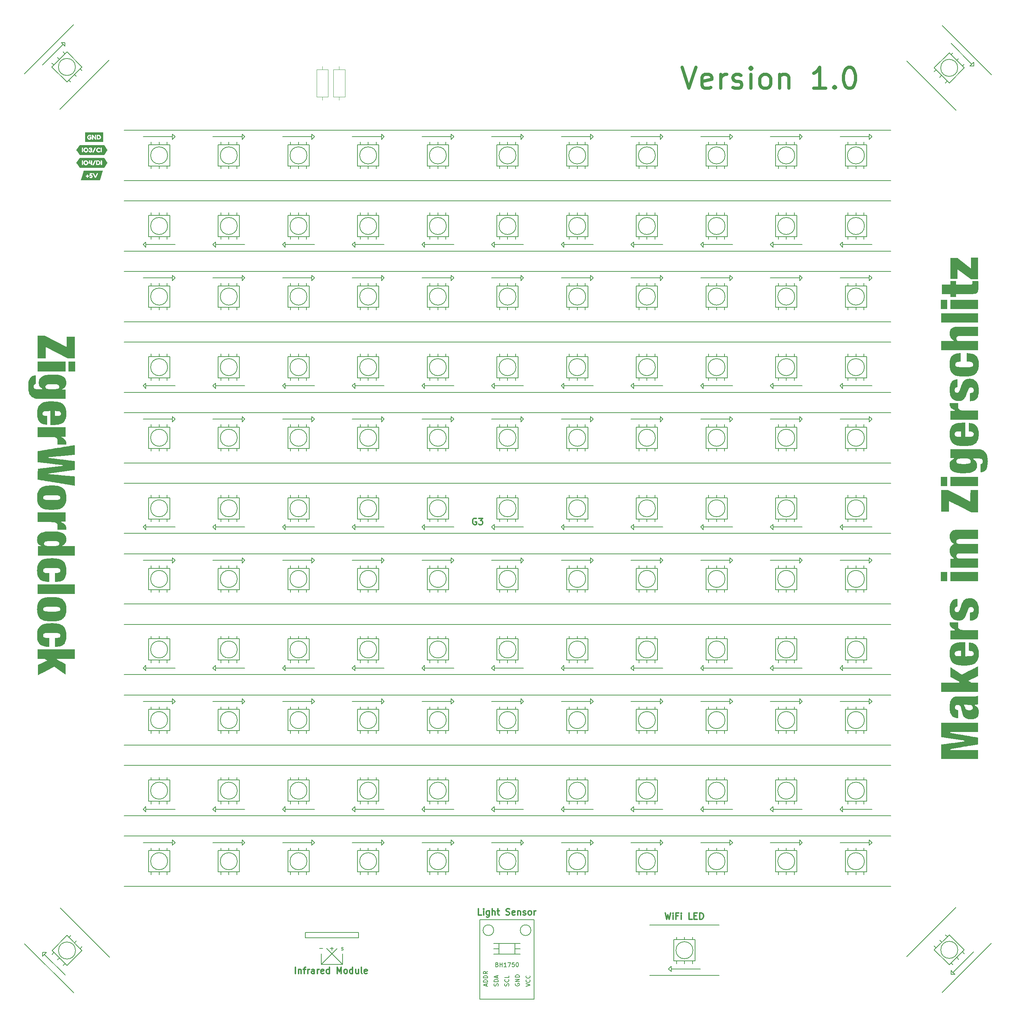
<source format=gbr>
%TF.GenerationSoftware,KiCad,Pcbnew,(6.0.1)*%
%TF.CreationDate,2022-02-22T10:12:00+01:00*%
%TF.ProjectId,ZigerWordClock,5a696765-7257-46f7-9264-436c6f636b2e,rev?*%
%TF.SameCoordinates,Original*%
%TF.FileFunction,Legend,Top*%
%TF.FilePolarity,Positive*%
%FSLAX46Y46*%
G04 Gerber Fmt 4.6, Leading zero omitted, Abs format (unit mm)*
G04 Created by KiCad (PCBNEW (6.0.1)) date 2022-02-22 10:12:00*
%MOMM*%
%LPD*%
G01*
G04 APERTURE LIST*
%ADD10C,0.300000*%
%ADD11C,0.750000*%
%ADD12C,0.150000*%
%ADD13C,0.120000*%
G04 APERTURE END LIST*
D10*
X109574285Y-260520571D02*
X109574285Y-259020571D01*
X110288571Y-259520571D02*
X110288571Y-260520571D01*
X110288571Y-259663428D02*
X110360000Y-259592000D01*
X110502857Y-259520571D01*
X110717142Y-259520571D01*
X110860000Y-259592000D01*
X110931428Y-259734857D01*
X110931428Y-260520571D01*
X111431428Y-259520571D02*
X112002857Y-259520571D01*
X111645714Y-260520571D02*
X111645714Y-259234857D01*
X111717142Y-259092000D01*
X111860000Y-259020571D01*
X112002857Y-259020571D01*
X112502857Y-260520571D02*
X112502857Y-259520571D01*
X112502857Y-259806285D02*
X112574285Y-259663428D01*
X112645714Y-259592000D01*
X112788571Y-259520571D01*
X112931428Y-259520571D01*
X114074285Y-260520571D02*
X114074285Y-259734857D01*
X114002857Y-259592000D01*
X113860000Y-259520571D01*
X113574285Y-259520571D01*
X113431428Y-259592000D01*
X114074285Y-260449142D02*
X113931428Y-260520571D01*
X113574285Y-260520571D01*
X113431428Y-260449142D01*
X113360000Y-260306285D01*
X113360000Y-260163428D01*
X113431428Y-260020571D01*
X113574285Y-259949142D01*
X113931428Y-259949142D01*
X114074285Y-259877714D01*
X114788571Y-260520571D02*
X114788571Y-259520571D01*
X114788571Y-259806285D02*
X114860000Y-259663428D01*
X114931428Y-259592000D01*
X115074285Y-259520571D01*
X115217142Y-259520571D01*
X116288571Y-260449142D02*
X116145714Y-260520571D01*
X115860000Y-260520571D01*
X115717142Y-260449142D01*
X115645714Y-260306285D01*
X115645714Y-259734857D01*
X115717142Y-259592000D01*
X115860000Y-259520571D01*
X116145714Y-259520571D01*
X116288571Y-259592000D01*
X116360000Y-259734857D01*
X116360000Y-259877714D01*
X115645714Y-260020571D01*
X117645714Y-260520571D02*
X117645714Y-259020571D01*
X117645714Y-260449142D02*
X117502857Y-260520571D01*
X117217142Y-260520571D01*
X117074285Y-260449142D01*
X117002857Y-260377714D01*
X116931428Y-260234857D01*
X116931428Y-259806285D01*
X117002857Y-259663428D01*
X117074285Y-259592000D01*
X117217142Y-259520571D01*
X117502857Y-259520571D01*
X117645714Y-259592000D01*
X119502857Y-260520571D02*
X119502857Y-259020571D01*
X120002857Y-260092000D01*
X120502857Y-259020571D01*
X120502857Y-260520571D01*
X121431428Y-260520571D02*
X121288571Y-260449142D01*
X121217142Y-260377714D01*
X121145714Y-260234857D01*
X121145714Y-259806285D01*
X121217142Y-259663428D01*
X121288571Y-259592000D01*
X121431428Y-259520571D01*
X121645714Y-259520571D01*
X121788571Y-259592000D01*
X121859999Y-259663428D01*
X121931428Y-259806285D01*
X121931428Y-260234857D01*
X121859999Y-260377714D01*
X121788571Y-260449142D01*
X121645714Y-260520571D01*
X121431428Y-260520571D01*
X123217142Y-260520571D02*
X123217142Y-259020571D01*
X123217142Y-260449142D02*
X123074285Y-260520571D01*
X122788571Y-260520571D01*
X122645714Y-260449142D01*
X122574285Y-260377714D01*
X122502857Y-260234857D01*
X122502857Y-259806285D01*
X122574285Y-259663428D01*
X122645714Y-259592000D01*
X122788571Y-259520571D01*
X123074285Y-259520571D01*
X123217142Y-259592000D01*
X124574285Y-259520571D02*
X124574285Y-260520571D01*
X123931428Y-259520571D02*
X123931428Y-260306285D01*
X124002857Y-260449142D01*
X124145714Y-260520571D01*
X124359999Y-260520571D01*
X124502857Y-260449142D01*
X124574285Y-260377714D01*
X125502857Y-260520571D02*
X125359999Y-260449142D01*
X125288571Y-260306285D01*
X125288571Y-259020571D01*
X126645714Y-260449142D02*
X126502857Y-260520571D01*
X126217142Y-260520571D01*
X126074285Y-260449142D01*
X126002857Y-260306285D01*
X126002857Y-259734857D01*
X126074285Y-259592000D01*
X126217142Y-259520571D01*
X126502857Y-259520571D01*
X126645714Y-259592000D01*
X126717142Y-259734857D01*
X126717142Y-259877714D01*
X126002857Y-260020571D01*
D11*
X201805619Y-44251904D02*
X203472285Y-49251904D01*
X205138952Y-44251904D01*
X208710380Y-49013809D02*
X208234190Y-49251904D01*
X207281809Y-49251904D01*
X206805619Y-49013809D01*
X206567523Y-48537619D01*
X206567523Y-46632857D01*
X206805619Y-46156666D01*
X207281809Y-45918571D01*
X208234190Y-45918571D01*
X208710380Y-46156666D01*
X208948476Y-46632857D01*
X208948476Y-47109047D01*
X206567523Y-47585238D01*
X211091333Y-49251904D02*
X211091333Y-45918571D01*
X211091333Y-46870952D02*
X211329428Y-46394761D01*
X211567523Y-46156666D01*
X212043714Y-45918571D01*
X212519904Y-45918571D01*
X213948476Y-49013809D02*
X214424666Y-49251904D01*
X215377047Y-49251904D01*
X215853238Y-49013809D01*
X216091333Y-48537619D01*
X216091333Y-48299523D01*
X215853238Y-47823333D01*
X215377047Y-47585238D01*
X214662761Y-47585238D01*
X214186571Y-47347142D01*
X213948476Y-46870952D01*
X213948476Y-46632857D01*
X214186571Y-46156666D01*
X214662761Y-45918571D01*
X215377047Y-45918571D01*
X215853238Y-46156666D01*
X218234190Y-49251904D02*
X218234190Y-45918571D01*
X218234190Y-44251904D02*
X217996095Y-44490000D01*
X218234190Y-44728095D01*
X218472285Y-44490000D01*
X218234190Y-44251904D01*
X218234190Y-44728095D01*
X221329428Y-49251904D02*
X220853238Y-49013809D01*
X220615142Y-48775714D01*
X220377047Y-48299523D01*
X220377047Y-46870952D01*
X220615142Y-46394761D01*
X220853238Y-46156666D01*
X221329428Y-45918571D01*
X222043714Y-45918571D01*
X222519904Y-46156666D01*
X222758000Y-46394761D01*
X222996095Y-46870952D01*
X222996095Y-48299523D01*
X222758000Y-48775714D01*
X222519904Y-49013809D01*
X222043714Y-49251904D01*
X221329428Y-49251904D01*
X225138952Y-45918571D02*
X225138952Y-49251904D01*
X225138952Y-46394761D02*
X225377047Y-46156666D01*
X225853238Y-45918571D01*
X226567523Y-45918571D01*
X227043714Y-46156666D01*
X227281809Y-46632857D01*
X227281809Y-49251904D01*
X236091333Y-49251904D02*
X233234190Y-49251904D01*
X234662761Y-49251904D02*
X234662761Y-44251904D01*
X234186571Y-44966190D01*
X233710380Y-45442380D01*
X233234190Y-45680476D01*
X238234190Y-48775714D02*
X238472285Y-49013809D01*
X238234190Y-49251904D01*
X237996095Y-49013809D01*
X238234190Y-48775714D01*
X238234190Y-49251904D01*
X241567523Y-44251904D02*
X242043714Y-44251904D01*
X242519904Y-44490000D01*
X242758000Y-44728095D01*
X242996095Y-45204285D01*
X243234190Y-46156666D01*
X243234190Y-47347142D01*
X242996095Y-48299523D01*
X242758000Y-48775714D01*
X242519904Y-49013809D01*
X242043714Y-49251904D01*
X241567523Y-49251904D01*
X241091333Y-49013809D01*
X240853238Y-48775714D01*
X240615142Y-48299523D01*
X240377047Y-47347142D01*
X240377047Y-46156666D01*
X240615142Y-45204285D01*
X240853238Y-44728095D01*
X241091333Y-44490000D01*
X241567523Y-44251904D01*
D10*
X197818657Y-246066571D02*
X198175800Y-247566571D01*
X198461514Y-246495142D01*
X198747228Y-247566571D01*
X199104371Y-246066571D01*
X199675800Y-247566571D02*
X199675800Y-246566571D01*
X199675800Y-246066571D02*
X199604371Y-246138000D01*
X199675800Y-246209428D01*
X199747228Y-246138000D01*
X199675800Y-246066571D01*
X199675800Y-246209428D01*
X200890085Y-246780857D02*
X200390085Y-246780857D01*
X200390085Y-247566571D02*
X200390085Y-246066571D01*
X201104371Y-246066571D01*
X201675800Y-247566571D02*
X201675800Y-246566571D01*
X201675800Y-246066571D02*
X201604371Y-246138000D01*
X201675800Y-246209428D01*
X201747228Y-246138000D01*
X201675800Y-246066571D01*
X201675800Y-246209428D01*
X204247228Y-247566571D02*
X203532942Y-247566571D01*
X203532942Y-246066571D01*
X204747228Y-246780857D02*
X205247228Y-246780857D01*
X205461514Y-247566571D02*
X204747228Y-247566571D01*
X204747228Y-246066571D01*
X205461514Y-246066571D01*
X206104371Y-247566571D02*
X206104371Y-246066571D01*
X206461514Y-246066571D01*
X206675800Y-246138000D01*
X206818657Y-246280857D01*
X206890085Y-246423714D01*
X206961514Y-246709428D01*
X206961514Y-246923714D01*
X206890085Y-247209428D01*
X206818657Y-247352285D01*
X206675800Y-247495142D01*
X206461514Y-247566571D01*
X206104371Y-247566571D01*
X153984285Y-246550571D02*
X153270000Y-246550571D01*
X153270000Y-245050571D01*
X154484285Y-246550571D02*
X154484285Y-245550571D01*
X154484285Y-245050571D02*
X154412857Y-245122000D01*
X154484285Y-245193428D01*
X154555714Y-245122000D01*
X154484285Y-245050571D01*
X154484285Y-245193428D01*
X155841428Y-245550571D02*
X155841428Y-246764857D01*
X155770000Y-246907714D01*
X155698571Y-246979142D01*
X155555714Y-247050571D01*
X155341428Y-247050571D01*
X155198571Y-246979142D01*
X155841428Y-246479142D02*
X155698571Y-246550571D01*
X155412857Y-246550571D01*
X155270000Y-246479142D01*
X155198571Y-246407714D01*
X155127142Y-246264857D01*
X155127142Y-245836285D01*
X155198571Y-245693428D01*
X155270000Y-245622000D01*
X155412857Y-245550571D01*
X155698571Y-245550571D01*
X155841428Y-245622000D01*
X156555714Y-246550571D02*
X156555714Y-245050571D01*
X157198571Y-246550571D02*
X157198571Y-245764857D01*
X157127142Y-245622000D01*
X156984285Y-245550571D01*
X156770000Y-245550571D01*
X156627142Y-245622000D01*
X156555714Y-245693428D01*
X157698571Y-245550571D02*
X158270000Y-245550571D01*
X157912857Y-245050571D02*
X157912857Y-246336285D01*
X157984285Y-246479142D01*
X158127142Y-246550571D01*
X158270000Y-246550571D01*
X159841428Y-246479142D02*
X160055714Y-246550571D01*
X160412857Y-246550571D01*
X160555714Y-246479142D01*
X160627142Y-246407714D01*
X160698571Y-246264857D01*
X160698571Y-246122000D01*
X160627142Y-245979142D01*
X160555714Y-245907714D01*
X160412857Y-245836285D01*
X160127142Y-245764857D01*
X159984285Y-245693428D01*
X159912857Y-245622000D01*
X159841428Y-245479142D01*
X159841428Y-245336285D01*
X159912857Y-245193428D01*
X159984285Y-245122000D01*
X160127142Y-245050571D01*
X160484285Y-245050571D01*
X160698571Y-245122000D01*
X161912857Y-246479142D02*
X161770000Y-246550571D01*
X161484285Y-246550571D01*
X161341428Y-246479142D01*
X161270000Y-246336285D01*
X161270000Y-245764857D01*
X161341428Y-245622000D01*
X161484285Y-245550571D01*
X161770000Y-245550571D01*
X161912857Y-245622000D01*
X161984285Y-245764857D01*
X161984285Y-245907714D01*
X161270000Y-246050571D01*
X162627142Y-245550571D02*
X162627142Y-246550571D01*
X162627142Y-245693428D02*
X162698571Y-245622000D01*
X162841428Y-245550571D01*
X163055714Y-245550571D01*
X163198571Y-245622000D01*
X163270000Y-245764857D01*
X163270000Y-246550571D01*
X163912857Y-246479142D02*
X164055714Y-246550571D01*
X164341428Y-246550571D01*
X164484285Y-246479142D01*
X164555714Y-246336285D01*
X164555714Y-246264857D01*
X164484285Y-246122000D01*
X164341428Y-246050571D01*
X164127142Y-246050571D01*
X163984285Y-245979142D01*
X163912857Y-245836285D01*
X163912857Y-245764857D01*
X163984285Y-245622000D01*
X164127142Y-245550571D01*
X164341428Y-245550571D01*
X164484285Y-245622000D01*
X165412857Y-246550571D02*
X165270000Y-246479142D01*
X165198571Y-246407714D01*
X165127142Y-246264857D01*
X165127142Y-245836285D01*
X165198571Y-245693428D01*
X165270000Y-245622000D01*
X165412857Y-245550571D01*
X165627142Y-245550571D01*
X165770000Y-245622000D01*
X165841428Y-245693428D01*
X165912857Y-245836285D01*
X165912857Y-246264857D01*
X165841428Y-246407714D01*
X165770000Y-246479142D01*
X165627142Y-246550571D01*
X165412857Y-246550571D01*
X166555714Y-246550571D02*
X166555714Y-245550571D01*
X166555714Y-245836285D02*
X166627142Y-245693428D01*
X166698571Y-245622000D01*
X166841428Y-245550571D01*
X166984285Y-245550571D01*
D12*
%TO.C,U20*%
X117856047Y-254579428D02*
X118617952Y-254579428D01*
X118237000Y-254960380D02*
X118237000Y-254198476D01*
X120562714Y-254912761D02*
X120657952Y-254960380D01*
X120848428Y-254960380D01*
X120943666Y-254912761D01*
X120991285Y-254817523D01*
X120991285Y-254769904D01*
X120943666Y-254674666D01*
X120848428Y-254627047D01*
X120705571Y-254627047D01*
X120610333Y-254579428D01*
X120562714Y-254484190D01*
X120562714Y-254436571D01*
X120610333Y-254341333D01*
X120705571Y-254293714D01*
X120848428Y-254293714D01*
X120943666Y-254341333D01*
X115316047Y-254579428D02*
X116077952Y-254579428D01*
%TO.C,U1*%
X157701511Y-258379801D02*
X157844368Y-258427420D01*
X157891987Y-258475039D01*
X157939606Y-258570277D01*
X157939606Y-258713134D01*
X157891987Y-258808372D01*
X157844368Y-258855991D01*
X157749130Y-258903610D01*
X157368177Y-258903610D01*
X157368177Y-257903610D01*
X157701511Y-257903610D01*
X157796749Y-257951230D01*
X157844368Y-257998849D01*
X157891987Y-258094087D01*
X157891987Y-258189325D01*
X157844368Y-258284563D01*
X157796749Y-258332182D01*
X157701511Y-258379801D01*
X157368177Y-258379801D01*
X158368177Y-258903610D02*
X158368177Y-257903610D01*
X158368177Y-258379801D02*
X158939606Y-258379801D01*
X158939606Y-258903610D02*
X158939606Y-257903610D01*
X159939606Y-258903610D02*
X159368177Y-258903610D01*
X159653892Y-258903610D02*
X159653892Y-257903610D01*
X159558654Y-258046468D01*
X159463415Y-258141706D01*
X159368177Y-258189325D01*
X160272939Y-257903610D02*
X160939606Y-257903610D01*
X160511034Y-258903610D01*
X161796749Y-257903610D02*
X161320558Y-257903610D01*
X161272939Y-258379801D01*
X161320558Y-258332182D01*
X161415796Y-258284563D01*
X161653892Y-258284563D01*
X161749130Y-258332182D01*
X161796749Y-258379801D01*
X161844368Y-258475039D01*
X161844368Y-258713134D01*
X161796749Y-258808372D01*
X161749130Y-258855991D01*
X161653892Y-258903610D01*
X161415796Y-258903610D01*
X161320558Y-258855991D01*
X161272939Y-258808372D01*
X162463415Y-257903610D02*
X162558654Y-257903610D01*
X162653892Y-257951230D01*
X162701511Y-257998849D01*
X162749130Y-258094087D01*
X162796749Y-258284563D01*
X162796749Y-258522658D01*
X162749130Y-258713134D01*
X162701511Y-258808372D01*
X162653892Y-258855991D01*
X162558654Y-258903610D01*
X162463415Y-258903610D01*
X162368177Y-258855991D01*
X162320558Y-258808372D01*
X162272939Y-258713134D01*
X162225320Y-258522658D01*
X162225320Y-258284563D01*
X162272939Y-258094087D01*
X162320558Y-257998849D01*
X162368177Y-257951230D01*
X162463415Y-257903610D01*
X155145320Y-263499325D02*
X155145320Y-263023134D01*
X155431034Y-263594563D02*
X154431034Y-263261230D01*
X155431034Y-262927896D01*
X155431034Y-262594563D02*
X154431034Y-262594563D01*
X154431034Y-262356468D01*
X154478654Y-262213610D01*
X154573892Y-262118372D01*
X154669130Y-262070753D01*
X154859606Y-262023134D01*
X155002463Y-262023134D01*
X155192939Y-262070753D01*
X155288177Y-262118372D01*
X155383415Y-262213610D01*
X155431034Y-262356468D01*
X155431034Y-262594563D01*
X155431034Y-261594563D02*
X154431034Y-261594563D01*
X154431034Y-261356468D01*
X154478654Y-261213610D01*
X154573892Y-261118372D01*
X154669130Y-261070753D01*
X154859606Y-261023134D01*
X155002463Y-261023134D01*
X155192939Y-261070753D01*
X155288177Y-261118372D01*
X155383415Y-261213610D01*
X155431034Y-261356468D01*
X155431034Y-261594563D01*
X155431034Y-260023134D02*
X154954844Y-260356468D01*
X155431034Y-260594563D02*
X154431034Y-260594563D01*
X154431034Y-260213610D01*
X154478654Y-260118372D01*
X154526273Y-260070753D01*
X154621511Y-260023134D01*
X154764368Y-260023134D01*
X154859606Y-260070753D01*
X154907225Y-260118372D01*
X154954844Y-260213610D01*
X154954844Y-260594563D01*
X162098654Y-262927896D02*
X162051034Y-263023134D01*
X162051034Y-263165992D01*
X162098654Y-263308849D01*
X162193892Y-263404087D01*
X162289130Y-263451706D01*
X162479606Y-263499325D01*
X162622463Y-263499325D01*
X162812939Y-263451706D01*
X162908177Y-263404087D01*
X163003415Y-263308849D01*
X163051034Y-263165992D01*
X163051034Y-263070753D01*
X163003415Y-262927896D01*
X162955796Y-262880277D01*
X162622463Y-262880277D01*
X162622463Y-263070753D01*
X163051034Y-262451706D02*
X162051034Y-262451706D01*
X163051034Y-261880277D01*
X162051034Y-261880277D01*
X163051034Y-261404087D02*
X162051034Y-261404087D01*
X162051034Y-261165992D01*
X162098654Y-261023134D01*
X162193892Y-260927896D01*
X162289130Y-260880277D01*
X162479606Y-260832658D01*
X162622463Y-260832658D01*
X162812939Y-260880277D01*
X162908177Y-260927896D01*
X163003415Y-261023134D01*
X163051034Y-261165992D01*
X163051034Y-261404087D01*
X157923415Y-263499324D02*
X157971034Y-263356467D01*
X157971034Y-263118372D01*
X157923415Y-263023134D01*
X157875796Y-262975515D01*
X157780558Y-262927896D01*
X157685320Y-262927896D01*
X157590082Y-262975515D01*
X157542463Y-263023134D01*
X157494844Y-263118372D01*
X157447225Y-263308848D01*
X157399606Y-263404086D01*
X157351987Y-263451705D01*
X157256749Y-263499324D01*
X157161511Y-263499324D01*
X157066273Y-263451705D01*
X157018654Y-263404086D01*
X156971034Y-263308848D01*
X156971034Y-263070753D01*
X157018654Y-262927896D01*
X157971034Y-262499324D02*
X156971034Y-262499324D01*
X156971034Y-262261229D01*
X157018654Y-262118372D01*
X157113892Y-262023134D01*
X157209130Y-261975515D01*
X157399606Y-261927896D01*
X157542463Y-261927896D01*
X157732939Y-261975515D01*
X157828177Y-262023134D01*
X157923415Y-262118372D01*
X157971034Y-262261229D01*
X157971034Y-262499324D01*
X157685320Y-261546943D02*
X157685320Y-261070753D01*
X157971034Y-261642181D02*
X156971034Y-261308848D01*
X157971034Y-260975515D01*
X160463415Y-263499325D02*
X160511034Y-263356468D01*
X160511034Y-263118372D01*
X160463415Y-263023134D01*
X160415796Y-262975515D01*
X160320558Y-262927896D01*
X160225320Y-262927896D01*
X160130082Y-262975515D01*
X160082463Y-263023134D01*
X160034844Y-263118372D01*
X159987225Y-263308849D01*
X159939606Y-263404087D01*
X159891987Y-263451706D01*
X159796749Y-263499325D01*
X159701511Y-263499325D01*
X159606273Y-263451706D01*
X159558654Y-263404087D01*
X159511034Y-263308849D01*
X159511034Y-263070753D01*
X159558654Y-262927896D01*
X160415796Y-261927896D02*
X160463415Y-261975515D01*
X160511034Y-262118372D01*
X160511034Y-262213610D01*
X160463415Y-262356468D01*
X160368177Y-262451706D01*
X160272939Y-262499325D01*
X160082463Y-262546944D01*
X159939606Y-262546944D01*
X159749130Y-262499325D01*
X159653892Y-262451706D01*
X159558654Y-262356468D01*
X159511034Y-262213610D01*
X159511034Y-262118372D01*
X159558654Y-261975515D01*
X159606273Y-261927896D01*
X160511034Y-261023134D02*
X160511034Y-261499325D01*
X159511034Y-261499325D01*
X164591034Y-263594563D02*
X165591034Y-263261230D01*
X164591034Y-262927896D01*
X165495796Y-262023134D02*
X165543415Y-262070753D01*
X165591034Y-262213610D01*
X165591034Y-262308849D01*
X165543415Y-262451706D01*
X165448177Y-262546944D01*
X165352939Y-262594563D01*
X165162463Y-262642182D01*
X165019606Y-262642182D01*
X164829130Y-262594563D01*
X164733892Y-262546944D01*
X164638654Y-262451706D01*
X164591034Y-262308849D01*
X164591034Y-262213610D01*
X164638654Y-262070753D01*
X164686273Y-262023134D01*
X165495796Y-261023134D02*
X165543415Y-261070753D01*
X165591034Y-261213610D01*
X165591034Y-261308849D01*
X165543415Y-261451706D01*
X165448177Y-261546944D01*
X165352939Y-261594563D01*
X165162463Y-261642182D01*
X165019606Y-261642182D01*
X164829130Y-261594563D01*
X164733892Y-261546944D01*
X164638654Y-261451706D01*
X164591034Y-261308849D01*
X164591034Y-261213610D01*
X164638654Y-261070753D01*
X164686273Y-261023134D01*
D10*
%TO.C,G3*%
X152710614Y-151958060D02*
X152565471Y-151885488D01*
X152347757Y-151885488D01*
X152130043Y-151958060D01*
X151984900Y-152103202D01*
X151912328Y-152248345D01*
X151839757Y-152538631D01*
X151839757Y-152756345D01*
X151912328Y-153046631D01*
X151984900Y-153191774D01*
X152130043Y-153336917D01*
X152347757Y-153409488D01*
X152492900Y-153409488D01*
X152710614Y-153336917D01*
X152783186Y-153264345D01*
X152783186Y-152756345D01*
X152492900Y-152756345D01*
X153291186Y-151885488D02*
X154234614Y-151885488D01*
X153726614Y-152466060D01*
X153944328Y-152466060D01*
X154089471Y-152538631D01*
X154162043Y-152611202D01*
X154234614Y-152756345D01*
X154234614Y-153119202D01*
X154162043Y-153264345D01*
X154089471Y-153336917D01*
X153944328Y-153409488D01*
X153508900Y-153409488D01*
X153363757Y-153336917D01*
X153291186Y-153264345D01*
D13*
%TO.C,R1*%
X120000000Y-44040000D02*
X120000000Y-44810000D01*
X120000000Y-52120000D02*
X120000000Y-51350000D01*
X118630000Y-51350000D02*
X121370000Y-51350000D01*
X118630000Y-44810000D02*
X118630000Y-51350000D01*
X121370000Y-51350000D02*
X121370000Y-44810000D01*
X121370000Y-44810000D02*
X118630000Y-44810000D01*
D12*
%TO.C,U11*%
X173649964Y-187016780D02*
X173649964Y-187651780D01*
X195366328Y-180031780D02*
X195366328Y-180666780D01*
X141647236Y-186381780D02*
X141647236Y-185746780D01*
X210097692Y-186381780D02*
X210097692Y-185746780D01*
X128820872Y-186381780D02*
X128820872Y-185746780D01*
X140377236Y-188286780D02*
X139742236Y-187651780D01*
X73196780Y-187651780D02*
X73831780Y-187016780D01*
X126915872Y-180031780D02*
X126915872Y-180666780D01*
X178729964Y-186381780D02*
X178729964Y-185746780D01*
X212002692Y-186381780D02*
X212002692Y-185746780D01*
X251688600Y-189206780D02*
X68688600Y-189206780D01*
X108374508Y-180031780D02*
X108374508Y-180666780D01*
X197271328Y-187651780D02*
X190286328Y-187651780D01*
X206922692Y-188286780D02*
X206287692Y-187651780D01*
X107104508Y-187651780D02*
X107104508Y-188286780D01*
X158283600Y-180031780D02*
X158283600Y-180666780D01*
X245275420Y-180031780D02*
X245275420Y-180666780D01*
X156378600Y-187651780D02*
X157013600Y-187016780D01*
X157013600Y-188286780D02*
X156378600Y-187651780D01*
X128820872Y-180031780D02*
X128820872Y-180666780D01*
X77006780Y-180031780D02*
X77006780Y-180666780D01*
X93643144Y-180031780D02*
X93643144Y-180666780D01*
X222924056Y-187651780D02*
X223559056Y-187016780D01*
X160188600Y-186381780D02*
X160188600Y-185746780D01*
X143552236Y-186381780D02*
X143552236Y-185746780D01*
X174919964Y-186381780D02*
X174919964Y-185746780D01*
X228639056Y-186381780D02*
X228639056Y-185746780D01*
X224829056Y-186381780D02*
X224829056Y-185746780D01*
X226734056Y-186381780D02*
X226734056Y-185746780D01*
X243370420Y-180031780D02*
X243370420Y-180666780D01*
X157013600Y-187651780D02*
X157013600Y-188286780D01*
X73831780Y-187016780D02*
X73831780Y-187651780D01*
X130725872Y-187651780D02*
X123740872Y-187651780D01*
X95548144Y-186381780D02*
X95548144Y-185746780D01*
X240195420Y-187016780D02*
X240195420Y-187651780D01*
X93643144Y-186381780D02*
X93643144Y-185746780D01*
X223559056Y-187651780D02*
X223559056Y-188286780D01*
X145457236Y-186381780D02*
X145457236Y-185746780D01*
X240195420Y-188286780D02*
X239560420Y-187651780D01*
X206922692Y-187016780D02*
X206922692Y-187651780D01*
X75101780Y-186381780D02*
X75101780Y-185746780D01*
X90468144Y-187651780D02*
X90468144Y-188286780D01*
X78911780Y-180031780D02*
X78911780Y-180666780D01*
X90468144Y-187016780D02*
X90468144Y-187651780D01*
X97453144Y-187651780D02*
X90468144Y-187651780D01*
X123740872Y-187651780D02*
X123740872Y-188286780D01*
X193461328Y-180031780D02*
X193461328Y-180666780D01*
X173014964Y-187651780D02*
X173649964Y-187016780D01*
X191556328Y-186381780D02*
X191556328Y-185746780D01*
X176824964Y-186381780D02*
X176824964Y-185746780D01*
X90468144Y-188286780D02*
X89833144Y-187651780D01*
X162093600Y-180031780D02*
X162093600Y-180666780D01*
X91738144Y-180031780D02*
X91738144Y-180666780D01*
X230544056Y-187651780D02*
X223559056Y-187651780D01*
X206922692Y-187651780D02*
X206922692Y-188286780D01*
X123740872Y-187016780D02*
X123740872Y-187651780D01*
X78911780Y-186381780D02*
X78911780Y-185746780D01*
X139742236Y-187651780D02*
X140377236Y-187016780D01*
X226734056Y-180031780D02*
X226734056Y-180666780D01*
X162093600Y-186381780D02*
X162093600Y-185746780D01*
X180634964Y-187651780D02*
X173649964Y-187651780D01*
X190286328Y-187016780D02*
X190286328Y-187651780D01*
X173649964Y-187651780D02*
X173649964Y-188286780D01*
X140377236Y-187651780D02*
X140377236Y-188286780D01*
X241465420Y-186381780D02*
X241465420Y-185746780D01*
X89833144Y-187651780D02*
X90468144Y-187016780D01*
X126915872Y-186381780D02*
X126915872Y-185746780D01*
X123105872Y-187651780D02*
X123740872Y-187016780D01*
X141647236Y-180031780D02*
X141647236Y-180666780D01*
X223559056Y-187016780D02*
X223559056Y-187651780D01*
X112184508Y-186381780D02*
X112184508Y-185746780D01*
X158283600Y-186381780D02*
X158283600Y-185746780D01*
X112184508Y-180031780D02*
X112184508Y-180666780D01*
X178729964Y-180031780D02*
X178729964Y-180666780D01*
X224829056Y-180031780D02*
X224829056Y-180666780D01*
X173649964Y-188286780D02*
X173014964Y-187651780D01*
X73831780Y-187651780D02*
X73831780Y-188286780D01*
X95548144Y-180031780D02*
X95548144Y-180666780D01*
X143552236Y-180031780D02*
X143552236Y-180666780D01*
X176824964Y-180031780D02*
X176824964Y-180666780D01*
X107104508Y-188286780D02*
X106469508Y-187651780D01*
X80816780Y-187651780D02*
X73831780Y-187651780D01*
X73831780Y-188286780D02*
X73196780Y-187651780D01*
X189651328Y-187651780D02*
X190286328Y-187016780D01*
X190286328Y-188286780D02*
X189651328Y-187651780D01*
X110279508Y-180031780D02*
X110279508Y-180666780D01*
X125010872Y-180031780D02*
X125010872Y-180666780D01*
X108374508Y-186381780D02*
X108374508Y-185746780D01*
X75101780Y-180031780D02*
X75101780Y-180666780D01*
X240195420Y-187651780D02*
X240195420Y-188286780D01*
X243370420Y-186381780D02*
X243370420Y-185746780D01*
X147362236Y-187651780D02*
X140377236Y-187651780D01*
X125010872Y-186381780D02*
X125010872Y-185746780D01*
X206287692Y-187651780D02*
X206922692Y-187016780D01*
X247180420Y-187651780D02*
X240195420Y-187651780D01*
X190286328Y-187651780D02*
X190286328Y-188286780D01*
X68688600Y-177206780D02*
X251688600Y-177206780D01*
X245275420Y-186381780D02*
X245275420Y-185746780D01*
X157013600Y-187016780D02*
X157013600Y-187651780D01*
X163998600Y-187651780D02*
X157013600Y-187651780D01*
X145457236Y-180031780D02*
X145457236Y-180666780D01*
X107104508Y-187016780D02*
X107104508Y-187651780D01*
X208192692Y-180031780D02*
X208192692Y-180666780D01*
X213907692Y-187651780D02*
X206922692Y-187651780D01*
X77006780Y-186381780D02*
X77006780Y-185746780D01*
X239560420Y-187651780D02*
X240195420Y-187016780D01*
X228639056Y-180031780D02*
X228639056Y-180666780D01*
X123740872Y-188286780D02*
X123105872Y-187651780D01*
X140377236Y-187016780D02*
X140377236Y-187651780D01*
X160188600Y-180031780D02*
X160188600Y-180666780D01*
X212002692Y-180031780D02*
X212002692Y-180666780D01*
X208192692Y-186381780D02*
X208192692Y-185746780D01*
X174919964Y-180031780D02*
X174919964Y-180666780D01*
X114089508Y-187651780D02*
X107104508Y-187651780D01*
X193461328Y-186381780D02*
X193461328Y-185746780D01*
X191556328Y-180031780D02*
X191556328Y-180666780D01*
X195366328Y-186381780D02*
X195366328Y-185746780D01*
X241465420Y-180031780D02*
X241465420Y-180666780D01*
X91738144Y-186381780D02*
X91738144Y-185746780D01*
X210097692Y-180031780D02*
X210097692Y-180666780D01*
X110279508Y-186381780D02*
X110279508Y-185746780D01*
X223559056Y-188286780D02*
X222924056Y-187651780D01*
X106469508Y-187651780D02*
X107104508Y-187016780D01*
X146092236Y-180666780D02*
X141012236Y-180666780D01*
X141012236Y-180666780D02*
X141012236Y-185746780D01*
X141012236Y-185746780D02*
X146092236Y-185746780D01*
X146092236Y-185746780D02*
X146092236Y-180666780D01*
X79546780Y-180666780D02*
X74466780Y-180666780D01*
X74466780Y-180666780D02*
X74466780Y-185746780D01*
X74466780Y-185746780D02*
X79546780Y-185746780D01*
X79546780Y-185746780D02*
X79546780Y-180666780D01*
X179364964Y-180666780D02*
X174284964Y-180666780D01*
X174284964Y-180666780D02*
X174284964Y-185746780D01*
X174284964Y-185746780D02*
X179364964Y-185746780D01*
X179364964Y-185746780D02*
X179364964Y-180666780D01*
X129455872Y-180666780D02*
X124375872Y-180666780D01*
X124375872Y-180666780D02*
X124375872Y-185746780D01*
X124375872Y-185746780D02*
X129455872Y-185746780D01*
X129455872Y-185746780D02*
X129455872Y-180666780D01*
X162728600Y-180666780D02*
X157648600Y-180666780D01*
X157648600Y-180666780D02*
X157648600Y-185746780D01*
X157648600Y-185746780D02*
X162728600Y-185746780D01*
X162728600Y-185746780D02*
X162728600Y-180666780D01*
X229274056Y-180666780D02*
X224194056Y-180666780D01*
X224194056Y-180666780D02*
X224194056Y-185746780D01*
X224194056Y-185746780D02*
X229274056Y-185746780D01*
X229274056Y-185746780D02*
X229274056Y-180666780D01*
X212637692Y-180666780D02*
X207557692Y-180666780D01*
X207557692Y-180666780D02*
X207557692Y-185746780D01*
X207557692Y-185746780D02*
X212637692Y-185746780D01*
X212637692Y-185746780D02*
X212637692Y-180666780D01*
X196001328Y-180666780D02*
X190921328Y-180666780D01*
X190921328Y-180666780D02*
X190921328Y-185746780D01*
X190921328Y-185746780D02*
X196001328Y-185746780D01*
X196001328Y-185746780D02*
X196001328Y-180666780D01*
X245910420Y-180666780D02*
X240830420Y-180666780D01*
X240830420Y-180666780D02*
X240830420Y-185746780D01*
X240830420Y-185746780D02*
X245910420Y-185746780D01*
X245910420Y-185746780D02*
X245910420Y-180666780D01*
X96183144Y-180666780D02*
X91103144Y-180666780D01*
X91103144Y-180666780D02*
X91103144Y-185746780D01*
X91103144Y-185746780D02*
X96183144Y-185746780D01*
X96183144Y-185746780D02*
X96183144Y-180666780D01*
X112819508Y-180666780D02*
X107739508Y-180666780D01*
X107739508Y-180666780D02*
X107739508Y-185746780D01*
X107739508Y-185746780D02*
X112819508Y-185746780D01*
X112819508Y-185746780D02*
X112819508Y-180666780D01*
X245402420Y-183206780D02*
G75*
G03*
X245402420Y-183206780I-2032000J0D01*
G01*
X162220600Y-183206780D02*
G75*
G03*
X162220600Y-183206780I-2032000J0D01*
G01*
X178856964Y-183206780D02*
G75*
G03*
X178856964Y-183206780I-2032000J0D01*
G01*
X212129692Y-183206780D02*
G75*
G03*
X212129692Y-183206780I-2032000J0D01*
G01*
X128947872Y-183206780D02*
G75*
G03*
X128947872Y-183206780I-2032000J0D01*
G01*
X195493328Y-183206780D02*
G75*
G03*
X195493328Y-183206780I-2032000J0D01*
G01*
X95675144Y-183206780D02*
G75*
G03*
X95675144Y-183206780I-2032000J0D01*
G01*
X228766056Y-183206780D02*
G75*
G03*
X228766056Y-183206780I-2032000J0D01*
G01*
X79038780Y-183206780D02*
G75*
G03*
X79038780Y-183206780I-2032000J0D01*
G01*
X145584236Y-183206780D02*
G75*
G03*
X145584236Y-183206780I-2032000J0D01*
G01*
X112311508Y-183206780D02*
G75*
G03*
X112311508Y-183206780I-2032000J0D01*
G01*
%TO.C,G2*%
G36*
X52716163Y-124092619D02*
G01*
X52980058Y-124142189D01*
X53220226Y-124204298D01*
X53439429Y-124279502D01*
X53640428Y-124368357D01*
X53825983Y-124471417D01*
X53898413Y-124518025D01*
X54061665Y-124646476D01*
X54219176Y-124806661D01*
X54366038Y-124991542D01*
X54497343Y-125194084D01*
X54608182Y-125407251D01*
X54693649Y-125624005D01*
X54712662Y-125685404D01*
X54750145Y-125820709D01*
X54780243Y-125945419D01*
X54803712Y-126066349D01*
X54821307Y-126190311D01*
X54833784Y-126324119D01*
X54841898Y-126474586D01*
X54846404Y-126648525D01*
X54848059Y-126852750D01*
X54848115Y-126906931D01*
X54847832Y-127080134D01*
X54846773Y-127220651D01*
X54844620Y-127334572D01*
X54841060Y-127427988D01*
X54835776Y-127506987D01*
X54828453Y-127577661D01*
X54818775Y-127646100D01*
X54806425Y-127718393D01*
X54805902Y-127721282D01*
X54734558Y-128031380D01*
X54638354Y-128311811D01*
X54517137Y-128562796D01*
X54370753Y-128784557D01*
X54199049Y-128977318D01*
X54001871Y-129141298D01*
X53779066Y-129276722D01*
X53705598Y-129312556D01*
X53536090Y-129383497D01*
X53354676Y-129444488D01*
X53158110Y-129495986D01*
X52943150Y-129538443D01*
X52706550Y-129572315D01*
X52445068Y-129598055D01*
X52155459Y-129616119D01*
X51834479Y-129626959D01*
X51478884Y-129631031D01*
X51431123Y-129631086D01*
X51038489Y-129631129D01*
X51038489Y-126312487D01*
X50364710Y-126319924D01*
X50182622Y-126322088D01*
X50034791Y-126324328D01*
X49916700Y-126326913D01*
X49823827Y-126330112D01*
X49751654Y-126334192D01*
X49695661Y-126339424D01*
X49651327Y-126346074D01*
X49614134Y-126354413D01*
X49579561Y-126364707D01*
X49572672Y-126366988D01*
X49432658Y-126425463D01*
X49326929Y-126497538D01*
X49252180Y-126587280D01*
X49205109Y-126698761D01*
X49182410Y-126836051D01*
X49181516Y-126848763D01*
X49182013Y-126984658D01*
X49203690Y-127100528D01*
X49248675Y-127197845D01*
X49319097Y-127278080D01*
X49417086Y-127342705D01*
X49544771Y-127393191D01*
X49704280Y-127431009D01*
X49897744Y-127457632D01*
X50083565Y-127472160D01*
X50301695Y-127484826D01*
X50301695Y-129559427D01*
X50054481Y-129548299D01*
X49778462Y-129523033D01*
X49511128Y-129473529D01*
X49259460Y-129401685D01*
X49030438Y-129309396D01*
X48879921Y-129229221D01*
X48671844Y-129081851D01*
X48486686Y-128903997D01*
X48324852Y-128696751D01*
X48186750Y-128461205D01*
X48072786Y-128198450D01*
X47983367Y-127909578D01*
X47918899Y-127595680D01*
X47879789Y-127257849D01*
X47866443Y-126897175D01*
X47877738Y-126538534D01*
X47899955Y-126311349D01*
X52182458Y-126311349D01*
X52182458Y-127483544D01*
X52613871Y-127473517D01*
X52797221Y-127467752D01*
X52946915Y-127459068D01*
X53068034Y-127446307D01*
X53165658Y-127428313D01*
X53244871Y-127403926D01*
X53310752Y-127371990D01*
X53368385Y-127331347D01*
X53412084Y-127291670D01*
X53477940Y-127210159D01*
X53520862Y-127114989D01*
X53543516Y-126998287D01*
X53548827Y-126887541D01*
X53547920Y-126800287D01*
X53542673Y-126738746D01*
X53530331Y-126689885D01*
X53508141Y-126640670D01*
X53489431Y-126606396D01*
X53410812Y-126504551D01*
X53303347Y-126422250D01*
X53174181Y-126364591D01*
X53135264Y-126353599D01*
X53089327Y-126346544D01*
X53011756Y-126339463D01*
X52909690Y-126332798D01*
X52790271Y-126326992D01*
X52660641Y-126322487D01*
X52613871Y-126321292D01*
X52182458Y-126311349D01*
X47899955Y-126311349D01*
X47910959Y-126198818D01*
X47966925Y-125888743D01*
X48046600Y-125605864D01*
X48150950Y-125347737D01*
X48280939Y-125111919D01*
X48437532Y-124895965D01*
X48593551Y-124724928D01*
X48747241Y-124587693D01*
X48916709Y-124466623D01*
X49104186Y-124361141D01*
X49311904Y-124270670D01*
X49542097Y-124194635D01*
X49796996Y-124132458D01*
X50078835Y-124083565D01*
X50389844Y-124047378D01*
X50732257Y-124023321D01*
X51108307Y-124010817D01*
X51368107Y-124008612D01*
X51754515Y-124013585D01*
X52106152Y-124028873D01*
X52182458Y-124035118D01*
X52425782Y-124055032D01*
X52716163Y-124092619D01*
G37*
G36*
X52104650Y-170709015D02*
G01*
X52427459Y-170734206D01*
X52719990Y-170770638D01*
X52984690Y-170818922D01*
X53224007Y-170879666D01*
X53440388Y-170953481D01*
X53636280Y-171040975D01*
X53814130Y-171142759D01*
X53976385Y-171259441D01*
X54108103Y-171374826D01*
X54290653Y-171569992D01*
X54445598Y-171781462D01*
X54574240Y-172012221D01*
X54677885Y-172265258D01*
X54757838Y-172543558D01*
X54815401Y-172850108D01*
X54839906Y-173050540D01*
X54853261Y-173239079D01*
X54858643Y-173450420D01*
X54856507Y-173675303D01*
X54847310Y-173904467D01*
X54831510Y-174128650D01*
X54809563Y-174338591D01*
X54781926Y-174525029D01*
X54762297Y-174624030D01*
X54681013Y-174906674D01*
X54568300Y-175172041D01*
X54426188Y-175417161D01*
X54256707Y-175639063D01*
X54061887Y-175834776D01*
X53843757Y-176001331D01*
X53803309Y-176027278D01*
X53645899Y-176117810D01*
X53481577Y-176196162D01*
X53306347Y-176263252D01*
X53116211Y-176320000D01*
X52907172Y-176367325D01*
X52675234Y-176406145D01*
X52416398Y-176437380D01*
X52126668Y-176461947D01*
X51838274Y-176479015D01*
X51573558Y-176487856D01*
X51296784Y-176489316D01*
X51015222Y-176483791D01*
X50736144Y-176471683D01*
X50466820Y-176453388D01*
X50214521Y-176429308D01*
X49986519Y-176399839D01*
X49798315Y-176367070D01*
X49521035Y-176295603D01*
X49257131Y-176197783D01*
X49012208Y-176076374D01*
X48791873Y-175934141D01*
X48608120Y-175780031D01*
X48435655Y-175595558D01*
X48288585Y-175397021D01*
X48165665Y-175181237D01*
X48065650Y-174945027D01*
X47987293Y-174685208D01*
X47929349Y-174398599D01*
X47890572Y-174082021D01*
X47878271Y-173916320D01*
X47871161Y-173797171D01*
X47866194Y-173704454D01*
X47863390Y-173628449D01*
X47862972Y-173581957D01*
X49334176Y-173581957D01*
X49341263Y-173682167D01*
X49359501Y-173767325D01*
X49368390Y-173790456D01*
X49408990Y-173860812D01*
X49464340Y-173922478D01*
X49536834Y-173976019D01*
X49628863Y-174021997D01*
X49742820Y-174060977D01*
X49881097Y-174093521D01*
X50046085Y-174120194D01*
X50240177Y-174141560D01*
X50465766Y-174158181D01*
X50725242Y-174170622D01*
X51019100Y-174179402D01*
X51207678Y-174182239D01*
X51408762Y-174182597D01*
X51616087Y-174180669D01*
X51823391Y-174176644D01*
X52024410Y-174170713D01*
X52212880Y-174163068D01*
X52382539Y-174153899D01*
X52527124Y-174143398D01*
X52640370Y-174131754D01*
X52657497Y-174129475D01*
X52860971Y-174094874D01*
X53028562Y-174051913D01*
X53162584Y-173998899D01*
X53265356Y-173934137D01*
X53339194Y-173855934D01*
X53386416Y-173762594D01*
X53409337Y-173652424D01*
X53412389Y-173577486D01*
X53399515Y-173446869D01*
X53361198Y-173341343D01*
X53293771Y-173255414D01*
X53193571Y-173183588D01*
X53127100Y-173149898D01*
X53044267Y-173117317D01*
X52946425Y-173089213D01*
X52830879Y-173065353D01*
X52694935Y-173045503D01*
X52535897Y-173029429D01*
X52351073Y-173016898D01*
X52137767Y-173007677D01*
X51893286Y-173001532D01*
X51614935Y-172998230D01*
X51368107Y-172997477D01*
X51041875Y-172999060D01*
X50752142Y-173004017D01*
X50496744Y-173012784D01*
X50273512Y-173025798D01*
X50080281Y-173043494D01*
X49914883Y-173066308D01*
X49775152Y-173094677D01*
X49658921Y-173129037D01*
X49564023Y-173169823D01*
X49488292Y-173217472D01*
X49429561Y-173272420D01*
X49385663Y-173335103D01*
X49355624Y-173402503D01*
X49338781Y-173483225D01*
X49334176Y-173581957D01*
X47862972Y-173581957D01*
X47862770Y-173559434D01*
X47864357Y-173487687D01*
X47868171Y-173403487D01*
X47874233Y-173297112D01*
X47879836Y-173204093D01*
X47914295Y-172857197D01*
X47974356Y-172538482D01*
X48060589Y-172246518D01*
X48173560Y-171979869D01*
X48313840Y-171737105D01*
X48481994Y-171516792D01*
X48597809Y-171393495D01*
X48746944Y-171260514D01*
X48910286Y-171143145D01*
X49090200Y-171040786D01*
X49289051Y-170952834D01*
X49509201Y-170878687D01*
X49753016Y-170817742D01*
X50022859Y-170769396D01*
X50321095Y-170733048D01*
X50650088Y-170708094D01*
X51012202Y-170693932D01*
X51358413Y-170689920D01*
X51368107Y-170690033D01*
X51749117Y-170694456D01*
X52104650Y-170709015D01*
G37*
G36*
X54683680Y-152723801D02*
G01*
X53694825Y-152723801D01*
X53694825Y-152788581D01*
X53696896Y-152822285D01*
X53708165Y-152846146D01*
X53736217Y-152866803D01*
X53788637Y-152890898D01*
X53831820Y-152908511D01*
X53993451Y-152986097D01*
X54157660Y-153087536D01*
X54316422Y-153206267D01*
X54461714Y-153335729D01*
X54585511Y-153469362D01*
X54679790Y-153600603D01*
X54681298Y-153603124D01*
X54750084Y-153729597D01*
X54798406Y-153848309D01*
X54829752Y-153971762D01*
X54847612Y-154112458D01*
X54853712Y-154221009D01*
X54856195Y-154321759D01*
X54856316Y-154414585D01*
X54854200Y-154489277D01*
X54849970Y-154535620D01*
X54849884Y-154536086D01*
X54837037Y-154604564D01*
X52740813Y-154604564D01*
X52757323Y-154463992D01*
X52765108Y-154371633D01*
X52770213Y-154256130D01*
X52772735Y-154125894D01*
X52772773Y-153989334D01*
X52770425Y-153854860D01*
X52765789Y-153730881D01*
X52758965Y-153625807D01*
X52750050Y-153548047D01*
X52746376Y-153528488D01*
X52696959Y-153361662D01*
X52626840Y-153221153D01*
X52532979Y-153104190D01*
X52412339Y-153008002D01*
X52261882Y-152929816D01*
X52078568Y-152866861D01*
X51998260Y-152846018D01*
X51972691Y-152840579D01*
X51942266Y-152835743D01*
X51904599Y-152831464D01*
X51857304Y-152827694D01*
X51797993Y-152824389D01*
X51724280Y-152821502D01*
X51633778Y-152818987D01*
X51524100Y-152816799D01*
X51392860Y-152814891D01*
X51237670Y-152813217D01*
X51056144Y-152811732D01*
X50845896Y-152810388D01*
X50604538Y-152809141D01*
X50329683Y-152807944D01*
X50018946Y-152806752D01*
X49947840Y-152806494D01*
X48033145Y-152799600D01*
X48033145Y-150494030D01*
X54683680Y-150494030D01*
X54683680Y-152723801D01*
G37*
G36*
X54683680Y-116834183D02*
G01*
X48033145Y-116834183D01*
X48033145Y-114526854D01*
X54683680Y-114526854D01*
X54683680Y-116834183D01*
G37*
G36*
X51628328Y-176942297D02*
G01*
X51939719Y-176952919D01*
X52239818Y-176971753D01*
X52522471Y-176998818D01*
X52781526Y-177034134D01*
X53010829Y-177077718D01*
X53046138Y-177085886D01*
X53345884Y-177173582D01*
X53617083Y-177287243D01*
X53860343Y-177427265D01*
X54076271Y-177594045D01*
X54265477Y-177787979D01*
X54402920Y-177970241D01*
X54525797Y-178172407D01*
X54625927Y-178380550D01*
X54706652Y-178603359D01*
X54771316Y-178849528D01*
X54803831Y-179012246D01*
X54816609Y-179086452D01*
X54826691Y-179155061D01*
X54834394Y-179224072D01*
X54840031Y-179299479D01*
X54843916Y-179387281D01*
X54846366Y-179493474D01*
X54847694Y-179624055D01*
X54848216Y-179785021D01*
X54848269Y-179859145D01*
X54847869Y-180045936D01*
X54846398Y-180199699D01*
X54843616Y-180326175D01*
X54839280Y-180431107D01*
X54833150Y-180520234D01*
X54824983Y-180599300D01*
X54814539Y-180674045D01*
X54813805Y-180678706D01*
X54760779Y-180959172D01*
X54695027Y-181207863D01*
X54614790Y-181430199D01*
X54518310Y-181631599D01*
X54486501Y-181687787D01*
X54421091Y-181781597D01*
X54331194Y-181886290D01*
X54225807Y-181993190D01*
X54113927Y-182093621D01*
X54004551Y-182178908D01*
X53922112Y-182231983D01*
X53719812Y-182329727D01*
X53490703Y-182409833D01*
X53232865Y-182472725D01*
X52944382Y-182518827D01*
X52623335Y-182548562D01*
X52449061Y-182557461D01*
X52124290Y-182570007D01*
X52124290Y-180456339D01*
X52468451Y-180444460D01*
X52683403Y-180432388D01*
X52863434Y-180411389D01*
X53011655Y-180380115D01*
X53131174Y-180337218D01*
X53225102Y-180281350D01*
X53296548Y-180211162D01*
X53348623Y-180125308D01*
X53376536Y-180050830D01*
X53401038Y-179921345D01*
X53400193Y-179789896D01*
X53375851Y-179665270D01*
X53329862Y-179556254D01*
X53264075Y-179471637D01*
X53252467Y-179461470D01*
X53194641Y-179423770D01*
X53117889Y-179386560D01*
X53055407Y-179363409D01*
X52982991Y-179342848D01*
X52905755Y-179325129D01*
X52820219Y-179310009D01*
X52722901Y-179297244D01*
X52610320Y-179286590D01*
X52478996Y-179277806D01*
X52325447Y-179270648D01*
X52146191Y-179264872D01*
X51937749Y-179260236D01*
X51696639Y-179256495D01*
X51490954Y-179254118D01*
X51171531Y-179251581D01*
X50888365Y-179251116D01*
X50638975Y-179253006D01*
X50420881Y-179257536D01*
X50231602Y-179264989D01*
X50068657Y-179275649D01*
X49929566Y-179289799D01*
X49811848Y-179307722D01*
X49713023Y-179329702D01*
X49630610Y-179356023D01*
X49562128Y-179386968D01*
X49505096Y-179422821D01*
X49457035Y-179463866D01*
X49433003Y-179489351D01*
X49381539Y-179564349D01*
X49349565Y-179653562D01*
X49335242Y-179764547D01*
X49335888Y-179888569D01*
X49352119Y-180025103D01*
X49389039Y-180135079D01*
X49450586Y-180223292D01*
X49540699Y-180294536D01*
X49663316Y-180353606D01*
X49740205Y-180380773D01*
X49835172Y-180408410D01*
X49934232Y-180430482D01*
X50044395Y-180447915D01*
X50172674Y-180461635D01*
X50326082Y-180472568D01*
X50500435Y-180481173D01*
X50825206Y-180494858D01*
X50825206Y-182570061D01*
X50490741Y-182557536D01*
X50130055Y-182534524D01*
X49802399Y-182493445D01*
X49506231Y-182433799D01*
X49240012Y-182355090D01*
X49002201Y-182256820D01*
X48791258Y-182138491D01*
X48605641Y-181999604D01*
X48520324Y-181920786D01*
X48354372Y-181733774D01*
X48214777Y-181526847D01*
X48100451Y-181297443D01*
X48010305Y-181043002D01*
X47943251Y-180760963D01*
X47899414Y-180460213D01*
X47889565Y-180346331D01*
X47881138Y-180206673D01*
X47874513Y-180053016D01*
X47870073Y-179897138D01*
X47868196Y-179750815D01*
X47869265Y-179625825D01*
X47870884Y-179578000D01*
X47897719Y-179233799D01*
X47945685Y-178920468D01*
X48015226Y-178636078D01*
X48106790Y-178378696D01*
X48187198Y-178207885D01*
X48335266Y-177961255D01*
X48505161Y-177744922D01*
X48698480Y-177557672D01*
X48916819Y-177398292D01*
X49161774Y-177265568D01*
X49434943Y-177158287D01*
X49649256Y-177096301D01*
X49867410Y-177049965D01*
X50117342Y-177011710D01*
X50392900Y-176981554D01*
X50687931Y-176959515D01*
X50996281Y-176945614D01*
X51311798Y-176939868D01*
X51628328Y-176942297D01*
G37*
G36*
X56855283Y-169999679D02*
G01*
X48033145Y-169999679D01*
X48033145Y-167692351D01*
X56855283Y-167692351D01*
X56855283Y-169999679D01*
G37*
G36*
X51644872Y-161446287D02*
G01*
X51976247Y-161458545D01*
X52289546Y-161480242D01*
X52580770Y-161511031D01*
X52845921Y-161550568D01*
X53081003Y-161598505D01*
X53279208Y-161653578D01*
X53530041Y-161748603D01*
X53752028Y-161861904D01*
X53952534Y-161997873D01*
X54138919Y-162160902D01*
X54152750Y-162174557D01*
X54327496Y-162370333D01*
X54475317Y-162584211D01*
X54597893Y-162819656D01*
X54696906Y-163080132D01*
X54774036Y-163369101D01*
X54802885Y-163513954D01*
X54815934Y-163589397D01*
X54826228Y-163658327D01*
X54834085Y-163726768D01*
X54839822Y-163800744D01*
X54843757Y-163886280D01*
X54846210Y-163989401D01*
X54847497Y-164116130D01*
X54847938Y-164272493D01*
X54847938Y-164367083D01*
X54847393Y-164553316D01*
X54845819Y-164706590D01*
X54842963Y-164832717D01*
X54838576Y-164937509D01*
X54832405Y-165026778D01*
X54824199Y-165106335D01*
X54813706Y-165181993D01*
X54812274Y-165191129D01*
X54757803Y-165477171D01*
X54689556Y-165731237D01*
X54605969Y-165958159D01*
X54505475Y-166162767D01*
X54486501Y-166195844D01*
X54432245Y-166273618D01*
X54355057Y-166365087D01*
X54263661Y-166461546D01*
X54166781Y-166554289D01*
X54073141Y-166634614D01*
X53991464Y-166693815D01*
X53980997Y-166700210D01*
X53776559Y-166805252D01*
X53547706Y-166892074D01*
X53292107Y-166961224D01*
X53007435Y-167013248D01*
X52691361Y-167048695D01*
X52429672Y-167064843D01*
X52124290Y-167077914D01*
X52124290Y-164958458D01*
X52293947Y-164958292D01*
X52442252Y-164954925D01*
X52593995Y-164945764D01*
X52739779Y-164931793D01*
X52870206Y-164914001D01*
X52975879Y-164893372D01*
X53015756Y-164882534D01*
X53144255Y-164831277D01*
X53242221Y-164764985D01*
X53316628Y-164678469D01*
X53338327Y-164642576D01*
X53365102Y-164590548D01*
X53381687Y-164544243D01*
X53390468Y-164491496D01*
X53393829Y-164420142D01*
X53394237Y-164357389D01*
X53392546Y-164262230D01*
X53386354Y-164194591D01*
X53373879Y-164143305D01*
X53353342Y-164097210D01*
X53352498Y-164095633D01*
X53316956Y-164038774D01*
X53273494Y-163988269D01*
X53219876Y-163943794D01*
X53153868Y-163905025D01*
X53073236Y-163871640D01*
X52975745Y-163843315D01*
X52859161Y-163819726D01*
X52721249Y-163800550D01*
X52559775Y-163785463D01*
X52372503Y-163774141D01*
X52157201Y-163766262D01*
X51911632Y-163761501D01*
X51633563Y-163759535D01*
X51320759Y-163760041D01*
X51047981Y-163761972D01*
X50795648Y-163764413D01*
X50578702Y-163767089D01*
X50393753Y-163770306D01*
X50237411Y-163774372D01*
X50106283Y-163779594D01*
X49996979Y-163786277D01*
X49906109Y-163794729D01*
X49830281Y-163805257D01*
X49766105Y-163818167D01*
X49710190Y-163833767D01*
X49659145Y-163852362D01*
X49609579Y-163874261D01*
X49565243Y-163896124D01*
X49488916Y-163939296D01*
X49437573Y-163981346D01*
X49399176Y-164032697D01*
X49390739Y-164047225D01*
X49368811Y-164090144D01*
X49354600Y-164131547D01*
X49346471Y-164181496D01*
X49342791Y-164250048D01*
X49341924Y-164347264D01*
X49341924Y-164347694D01*
X49342807Y-164445231D01*
X49346503Y-164513881D01*
X49354585Y-164563519D01*
X49368625Y-164604016D01*
X49388971Y-164643115D01*
X49463882Y-164736970D01*
X49572538Y-164815274D01*
X49715698Y-164878451D01*
X49894122Y-164926920D01*
X49903524Y-164928871D01*
X49967754Y-164938955D01*
X50062515Y-164949845D01*
X50179587Y-164960913D01*
X50310750Y-164971531D01*
X50447784Y-164981072D01*
X50582466Y-164988907D01*
X50706578Y-164994409D01*
X50791275Y-164996684D01*
X50798699Y-164998639D01*
X50804958Y-165006268D01*
X50810149Y-165022607D01*
X50814373Y-165050696D01*
X50817728Y-165093571D01*
X50820313Y-165154270D01*
X50822228Y-165235831D01*
X50823571Y-165341292D01*
X50824441Y-165473690D01*
X50824938Y-165636063D01*
X50825160Y-165831448D01*
X50825206Y-166037575D01*
X50825206Y-167077914D01*
X50528087Y-167065103D01*
X50258090Y-167048381D01*
X49996840Y-167022380D01*
X49754636Y-166988302D01*
X49566678Y-166952858D01*
X49276009Y-166873446D01*
X49013194Y-166767125D01*
X48778111Y-166633763D01*
X48570635Y-166473230D01*
X48390642Y-166285392D01*
X48238010Y-166070118D01*
X48112613Y-165827276D01*
X48014329Y-165556735D01*
X47943033Y-165258361D01*
X47935169Y-165214188D01*
X47920124Y-165112095D01*
X47905352Y-164986773D01*
X47891599Y-164847632D01*
X47879614Y-164704080D01*
X47870142Y-164565528D01*
X47863932Y-164441383D01*
X47861730Y-164341056D01*
X47862508Y-164299221D01*
X47865331Y-164232667D01*
X47868910Y-164147653D01*
X47871899Y-164076244D01*
X47886306Y-163864325D01*
X47911209Y-163647249D01*
X47944884Y-163435716D01*
X47985603Y-163240426D01*
X48031641Y-163072077D01*
X48036087Y-163058305D01*
X48124760Y-162835742D01*
X48242562Y-162613341D01*
X48381973Y-162403703D01*
X48535472Y-162219425D01*
X48539084Y-162215611D01*
X48688645Y-162071963D01*
X48849191Y-161945780D01*
X49023637Y-161836138D01*
X49214897Y-161742110D01*
X49425888Y-161662769D01*
X49659523Y-161597189D01*
X49918719Y-161544443D01*
X50206391Y-161503607D01*
X50525453Y-161473752D01*
X50878821Y-161453953D01*
X50943882Y-161451472D01*
X51299418Y-161443814D01*
X51644872Y-161446287D01*
G37*
G36*
X51904852Y-117597003D02*
G01*
X52190183Y-117606560D01*
X52459544Y-117621799D01*
X52704596Y-117642378D01*
X52857225Y-117659779D01*
X53185807Y-117715960D01*
X53487679Y-117795686D01*
X53761936Y-117898315D01*
X54007675Y-118023203D01*
X54223995Y-118169706D01*
X54409990Y-118337180D01*
X54564759Y-118524983D01*
X54687398Y-118732471D01*
X54777003Y-118959000D01*
X54800870Y-119044564D01*
X54821561Y-119152714D01*
X54837921Y-119288052D01*
X54849439Y-119439176D01*
X54855607Y-119594685D01*
X54855913Y-119743177D01*
X54849847Y-119873250D01*
X54841334Y-119948544D01*
X54789737Y-120174311D01*
X54708485Y-120376360D01*
X54596655Y-120555844D01*
X54453323Y-120713919D01*
X54277565Y-120851737D01*
X54068459Y-120970452D01*
X53996773Y-121003532D01*
X53924605Y-121036149D01*
X53881025Y-121060104D01*
X53858850Y-121081704D01*
X53850895Y-121107254D01*
X53849939Y-121132420D01*
X53849939Y-121196778D01*
X54683680Y-121196778D01*
X54683680Y-123388900D01*
X51256619Y-123382496D01*
X50806175Y-123381597D01*
X50393056Y-123380645D01*
X50015807Y-123379629D01*
X49672974Y-123378535D01*
X49363102Y-123377351D01*
X49084737Y-123376065D01*
X48836424Y-123374663D01*
X48616711Y-123373132D01*
X48424141Y-123371461D01*
X48257261Y-123369636D01*
X48114617Y-123367644D01*
X47994754Y-123365474D01*
X47896218Y-123363112D01*
X47817555Y-123360545D01*
X47757310Y-123357761D01*
X47714029Y-123354748D01*
X47686257Y-123351492D01*
X47685218Y-123351317D01*
X47381307Y-123284952D01*
X47107221Y-123194867D01*
X46861415Y-123080137D01*
X46642346Y-122939841D01*
X46448468Y-122773055D01*
X46278237Y-122578856D01*
X46194298Y-122460284D01*
X46086192Y-122276969D01*
X45995298Y-122080607D01*
X45919523Y-121865164D01*
X45856779Y-121624608D01*
X45804973Y-121352903D01*
X45800160Y-121322809D01*
X45785056Y-121200959D01*
X45772518Y-121048502D01*
X45762688Y-120873533D01*
X45755706Y-120684149D01*
X45751713Y-120488443D01*
X45750849Y-120294513D01*
X45753257Y-120110453D01*
X45759076Y-119944359D01*
X45768447Y-119804326D01*
X45772967Y-119759648D01*
X45821592Y-119435849D01*
X45891084Y-119140548D01*
X45982898Y-118868671D01*
X46098489Y-118615146D01*
X46104858Y-118602976D01*
X46227505Y-118400499D01*
X46365683Y-118232054D01*
X46522860Y-118095040D01*
X46702504Y-117986855D01*
X46908083Y-117904899D01*
X47102682Y-117854561D01*
X47205679Y-117834235D01*
X47308692Y-117815604D01*
X47397874Y-117801090D01*
X47446619Y-117794446D01*
X47567802Y-117780451D01*
X47567802Y-119855507D01*
X47487372Y-119869096D01*
X47346801Y-119909258D01*
X47232551Y-119977867D01*
X47144447Y-120075049D01*
X47100734Y-120154461D01*
X47077592Y-120214285D01*
X47063658Y-120274730D01*
X47056859Y-120348804D01*
X47055123Y-120440595D01*
X47062151Y-120589990D01*
X47085261Y-120710655D01*
X47126915Y-120810169D01*
X47189576Y-120896110D01*
X47210204Y-120917758D01*
X47246139Y-120952503D01*
X47280890Y-120981550D01*
X47318167Y-121005409D01*
X47361680Y-121024588D01*
X47415140Y-121039599D01*
X47482258Y-121050949D01*
X47566744Y-121059150D01*
X47672309Y-121064710D01*
X47802663Y-121068140D01*
X47961517Y-121069949D01*
X48152582Y-121070647D01*
X48323985Y-121070748D01*
X49128642Y-121070748D01*
X49134496Y-121020336D01*
X49133893Y-120995396D01*
X49121661Y-120972847D01*
X49091881Y-120947465D01*
X49038634Y-120914027D01*
X48969687Y-120874916D01*
X48801250Y-120765148D01*
X48654169Y-120637011D01*
X48541429Y-120504679D01*
X49880558Y-120504679D01*
X49890644Y-120602043D01*
X49909401Y-120690308D01*
X49929564Y-120743893D01*
X49977814Y-120820338D01*
X50040286Y-120886184D01*
X50119596Y-120942057D01*
X50218362Y-120988584D01*
X50339200Y-121026390D01*
X50484726Y-121056101D01*
X50657558Y-121078344D01*
X50860313Y-121093744D01*
X51095606Y-121102928D01*
X51366055Y-121106522D01*
X51445664Y-121106614D01*
X51749162Y-121103740D01*
X52016308Y-121095521D01*
X52249215Y-121081553D01*
X52449995Y-121061427D01*
X52620760Y-121034736D01*
X52763621Y-121001076D01*
X52880691Y-120960037D01*
X52974082Y-120911215D01*
X53045905Y-120854201D01*
X53098273Y-120788589D01*
X53098465Y-120788280D01*
X53148865Y-120675630D01*
X53173192Y-120550323D01*
X53171423Y-120423104D01*
X53143531Y-120304715D01*
X53099781Y-120219788D01*
X53050200Y-120158062D01*
X52991894Y-120104628D01*
X52922023Y-120058953D01*
X52837746Y-120020500D01*
X52736221Y-119988736D01*
X52614609Y-119963125D01*
X52470066Y-119943132D01*
X52299752Y-119928222D01*
X52100826Y-119917861D01*
X51870447Y-119911513D01*
X51605774Y-119908644D01*
X51445664Y-119908354D01*
X51211739Y-119909274D01*
X51012254Y-119911894D01*
X50842897Y-119916556D01*
X50699353Y-119923601D01*
X50577308Y-119933371D01*
X50472449Y-119946205D01*
X50380462Y-119962446D01*
X50297033Y-119982434D01*
X50222019Y-120005124D01*
X50102702Y-120064304D01*
X50001169Y-120153891D01*
X49923956Y-120267182D01*
X49892094Y-120343523D01*
X49880567Y-120413432D01*
X49880558Y-120504679D01*
X48541429Y-120504679D01*
X48534409Y-120496439D01*
X48453566Y-120361402D01*
X48370972Y-120150971D01*
X48311799Y-119917097D01*
X48277574Y-119668343D01*
X48269821Y-119413273D01*
X48272429Y-119345099D01*
X48295638Y-119117809D01*
X48341145Y-118917546D01*
X48411534Y-118737945D01*
X48509388Y-118572641D01*
X48637291Y-118415267D01*
X48659293Y-118391883D01*
X48819330Y-118241251D01*
X48995235Y-118108296D01*
X49189322Y-117992325D01*
X49403906Y-117892645D01*
X49641302Y-117808565D01*
X49903823Y-117739393D01*
X50193785Y-117684436D01*
X50513502Y-117643002D01*
X50865289Y-117614400D01*
X51251460Y-117597936D01*
X51319634Y-117596317D01*
X51445664Y-117595091D01*
X51611889Y-117593474D01*
X51904852Y-117597003D01*
G37*
G36*
X51644872Y-144073463D02*
G01*
X51976247Y-144085721D01*
X52289546Y-144107418D01*
X52580770Y-144138207D01*
X52845921Y-144177744D01*
X53081003Y-144225681D01*
X53279208Y-144280754D01*
X53530041Y-144375778D01*
X53752028Y-144489080D01*
X53952534Y-144625049D01*
X54138919Y-144788077D01*
X54152750Y-144801733D01*
X54327802Y-144997903D01*
X54475839Y-145212260D01*
X54598525Y-145448229D01*
X54697524Y-145709239D01*
X54774499Y-145998718D01*
X54802745Y-146141129D01*
X54816131Y-146219049D01*
X54826617Y-146290454D01*
X54834554Y-146361676D01*
X54840290Y-146439047D01*
X54844176Y-146528897D01*
X54846561Y-146637559D01*
X54847794Y-146771364D01*
X54848225Y-146936642D01*
X54848242Y-146965175D01*
X54847450Y-147170141D01*
X54844421Y-147343175D01*
X54838466Y-147491093D01*
X54828897Y-147620710D01*
X54815025Y-147738841D01*
X54796161Y-147852303D01*
X54771617Y-147967911D01*
X54740703Y-148092481D01*
X54730369Y-148131553D01*
X54682705Y-148279796D01*
X54616792Y-148443143D01*
X54539312Y-148606995D01*
X54456946Y-148756755D01*
X54411143Y-148829073D01*
X54319296Y-148950169D01*
X54204895Y-149078013D01*
X54079501Y-149200913D01*
X53954672Y-149307174D01*
X53895199Y-149351021D01*
X53672352Y-149485577D01*
X53423216Y-149601148D01*
X53157146Y-149694024D01*
X52883497Y-149760496D01*
X52845102Y-149767485D01*
X52691373Y-149792650D01*
X52542566Y-149813221D01*
X52392587Y-149829589D01*
X52235340Y-149842145D01*
X52064729Y-149851277D01*
X51874660Y-149857377D01*
X51659037Y-149860835D01*
X51411764Y-149862040D01*
X51368107Y-149862050D01*
X51045752Y-149859749D01*
X50757923Y-149852718D01*
X50500595Y-149840437D01*
X50269745Y-149822382D01*
X50061349Y-149798034D01*
X49871381Y-149766871D01*
X49695820Y-149728370D01*
X49530640Y-149682011D01*
X49371817Y-149627271D01*
X49281301Y-149591590D01*
X49014724Y-149462364D01*
X48775288Y-149305559D01*
X48563462Y-149121748D01*
X48379716Y-148911501D01*
X48224518Y-148675390D01*
X48098338Y-148413986D01*
X48001644Y-148127859D01*
X47968236Y-147992809D01*
X47932810Y-147801803D01*
X47904047Y-147583818D01*
X47882806Y-147350215D01*
X47869942Y-147112355D01*
X47868054Y-146992258D01*
X49330079Y-146992258D01*
X49354098Y-147124923D01*
X49381345Y-147191848D01*
X49426569Y-147263433D01*
X49487577Y-147325047D01*
X49567282Y-147377571D01*
X49668597Y-147421886D01*
X49794435Y-147458875D01*
X49947709Y-147489418D01*
X50131333Y-147514397D01*
X50348218Y-147534694D01*
X50561556Y-147548960D01*
X50700493Y-147555148D01*
X50864830Y-147559466D01*
X51048646Y-147561998D01*
X51246017Y-147562830D01*
X51451022Y-147562046D01*
X51657739Y-147559729D01*
X51860245Y-147555965D01*
X52052618Y-147550837D01*
X52228936Y-147544431D01*
X52383276Y-147536830D01*
X52509717Y-147528119D01*
X52589634Y-147520056D01*
X52799946Y-147488729D01*
X52974341Y-147451108D01*
X53115410Y-147405474D01*
X53225744Y-147350109D01*
X53307933Y-147283297D01*
X53364568Y-147203319D01*
X53398239Y-147108458D01*
X53411538Y-146996997D01*
X53411970Y-146974870D01*
X53399248Y-146836989D01*
X53357927Y-146722992D01*
X53286171Y-146630534D01*
X53182143Y-146557271D01*
X53044010Y-146500857D01*
X53040035Y-146499621D01*
X52963354Y-146477692D01*
X52883810Y-146458988D01*
X52797552Y-146443213D01*
X52700729Y-146430072D01*
X52589490Y-146419271D01*
X52459984Y-146410514D01*
X52308361Y-146403507D01*
X52130770Y-146397955D01*
X51923360Y-146393562D01*
X51682281Y-146390034D01*
X51595779Y-146389022D01*
X51275355Y-146386496D01*
X50990931Y-146386619D01*
X50739807Y-146389611D01*
X50519278Y-146395692D01*
X50326645Y-146405084D01*
X50159205Y-146418007D01*
X50014255Y-146434682D01*
X49889094Y-146455328D01*
X49781020Y-146480168D01*
X49687331Y-146509420D01*
X49605325Y-146543306D01*
X49585070Y-146553160D01*
X49510392Y-146592667D01*
X49460901Y-146626144D01*
X49426159Y-146662872D01*
X49395725Y-146712136D01*
X49386330Y-146729870D01*
X49340857Y-146857405D01*
X49330079Y-146992258D01*
X47868054Y-146992258D01*
X47866314Y-146881599D01*
X47870940Y-146703419D01*
X47887291Y-146479977D01*
X47913827Y-146255809D01*
X47948937Y-146040864D01*
X47991005Y-145845085D01*
X48036087Y-145685480D01*
X48124760Y-145462917D01*
X48242562Y-145240517D01*
X48381973Y-145030878D01*
X48535472Y-144846600D01*
X48539084Y-144842787D01*
X48688645Y-144699138D01*
X48849191Y-144572956D01*
X49023637Y-144463314D01*
X49214897Y-144369285D01*
X49425888Y-144289944D01*
X49659523Y-144224364D01*
X49918719Y-144171619D01*
X50206391Y-144130782D01*
X50525453Y-144100928D01*
X50878821Y-144081129D01*
X50943882Y-144078648D01*
X51275355Y-144071508D01*
X51299418Y-144070990D01*
X51644872Y-144073463D01*
G37*
G36*
X56855283Y-185472351D02*
G01*
X52606566Y-185472351D01*
X52612642Y-185533107D01*
X52614878Y-185546178D01*
X52620569Y-185559415D01*
X52632239Y-185574354D01*
X52652413Y-185592533D01*
X52683617Y-185615490D01*
X52728375Y-185644762D01*
X52789212Y-185681887D01*
X52868652Y-185728403D01*
X52969222Y-185785847D01*
X53093445Y-185855757D01*
X53243847Y-185939671D01*
X53422953Y-186039125D01*
X53633286Y-186155659D01*
X53651199Y-186165578D01*
X54683680Y-186737292D01*
X54683680Y-187946806D01*
X54683552Y-188159422D01*
X54683184Y-188360133D01*
X54682597Y-188545654D01*
X54681814Y-188712697D01*
X54680858Y-188857976D01*
X54679749Y-188978204D01*
X54678512Y-189070095D01*
X54677168Y-189130361D01*
X54675739Y-189155717D01*
X54675479Y-189156320D01*
X54658457Y-189145849D01*
X54611514Y-189115480D01*
X54537027Y-189066781D01*
X54437371Y-189001320D01*
X54314921Y-188920663D01*
X54172055Y-188826378D01*
X54011147Y-188720033D01*
X53834573Y-188603195D01*
X53644709Y-188477431D01*
X53443930Y-188344310D01*
X53308439Y-188254406D01*
X51949600Y-187352492D01*
X50006764Y-188351353D01*
X49750720Y-188482922D01*
X49504271Y-188609425D01*
X49269614Y-188729741D01*
X49048947Y-188842750D01*
X48844466Y-188947331D01*
X48658369Y-189042363D01*
X48492852Y-189126727D01*
X48350112Y-189199300D01*
X48232347Y-189258963D01*
X48141753Y-189304596D01*
X48080527Y-189335077D01*
X48050867Y-189349286D01*
X48048391Y-189350213D01*
X48045745Y-189331371D01*
X48043396Y-189277028D01*
X48041373Y-189190464D01*
X48039705Y-189074955D01*
X48038419Y-188933780D01*
X48037546Y-188770216D01*
X48037112Y-188587541D01*
X48037146Y-188389034D01*
X48037677Y-188177971D01*
X48037847Y-188134237D01*
X48042840Y-186918261D01*
X49172268Y-186395327D01*
X49368112Y-186304478D01*
X49553165Y-186218301D01*
X49724488Y-186138188D01*
X49879138Y-186065530D01*
X50014174Y-186001719D01*
X50126655Y-185948145D01*
X50213639Y-185906201D01*
X50272185Y-185877277D01*
X50299353Y-185862764D01*
X50300944Y-185861417D01*
X50285218Y-185847977D01*
X50241815Y-185816938D01*
X50175674Y-185771674D01*
X50091736Y-185715559D01*
X49994943Y-185651966D01*
X49979645Y-185642007D01*
X49659096Y-185433572D01*
X48033145Y-185433572D01*
X48033145Y-183126244D01*
X56855283Y-183126244D01*
X56855283Y-185472351D01*
G37*
G36*
X54926046Y-111010822D02*
G01*
X54931036Y-109773189D01*
X54936026Y-108535557D01*
X56855283Y-108535557D01*
X56855283Y-113770671D01*
X55195079Y-113770671D01*
X52578731Y-112395978D01*
X49962382Y-111021284D01*
X49957405Y-112386283D01*
X49952427Y-113751282D01*
X48033145Y-113751282D01*
X48033145Y-108341664D01*
X49678028Y-108341664D01*
X54926046Y-111010822D01*
G37*
G36*
X51747728Y-155041621D02*
G01*
X51959377Y-155044605D01*
X52157752Y-155048682D01*
X52337746Y-155053837D01*
X52494252Y-155060051D01*
X52622160Y-155067308D01*
X52715664Y-155075511D01*
X53075879Y-155128895D01*
X53402767Y-155201998D01*
X53696429Y-155294884D01*
X53956966Y-155407616D01*
X54184479Y-155540258D01*
X54379070Y-155692873D01*
X54540840Y-155865526D01*
X54669889Y-156058279D01*
X54766319Y-156271197D01*
X54803349Y-156388958D01*
X54824952Y-156495794D01*
X54840331Y-156627869D01*
X54849400Y-156775307D01*
X54852075Y-156928229D01*
X54848269Y-157076757D01*
X54837898Y-157211014D01*
X54820877Y-157321122D01*
X54811707Y-157357847D01*
X54726270Y-157592487D01*
X54614539Y-157803902D01*
X54478548Y-157989485D01*
X54320328Y-158146626D01*
X54141911Y-158272717D01*
X54068069Y-158312529D01*
X53991991Y-158351374D01*
X53944607Y-158379782D01*
X53919287Y-158403313D01*
X53909399Y-158427528D01*
X53908107Y-158446696D01*
X53908107Y-158501573D01*
X55376848Y-158506542D01*
X56845588Y-158511511D01*
X56850588Y-159670064D01*
X56855588Y-160828618D01*
X52449214Y-160823729D01*
X48042840Y-160818839D01*
X48042840Y-158550290D01*
X48426977Y-158545028D01*
X48811113Y-158539767D01*
X48805068Y-158481163D01*
X48799064Y-158451415D01*
X48783324Y-158428384D01*
X48750435Y-158406512D01*
X48692987Y-158380242D01*
X48643532Y-158360009D01*
X48513107Y-158303837D01*
X48409936Y-158249500D01*
X48323475Y-158190181D01*
X48243178Y-158119061D01*
X48196336Y-158070855D01*
X48080279Y-157924335D01*
X48055675Y-157879100D01*
X49555817Y-157879100D01*
X49556636Y-157990950D01*
X49573293Y-158097230D01*
X49596718Y-158165524D01*
X49667022Y-158271493D01*
X49767390Y-158355211D01*
X49899177Y-158417686D01*
X49962382Y-158437334D01*
X50049342Y-158459091D01*
X50139649Y-158477280D01*
X50237923Y-158492277D01*
X50348783Y-158504455D01*
X50476849Y-158514188D01*
X50626739Y-158521850D01*
X50803074Y-158527815D01*
X51010473Y-158532458D01*
X51168791Y-158535009D01*
X51474077Y-158537677D01*
X51743872Y-158536292D01*
X51981275Y-158530629D01*
X52189383Y-158520464D01*
X52371295Y-158505573D01*
X52530108Y-158485731D01*
X52668922Y-158460714D01*
X52790834Y-158430297D01*
X52844586Y-158413604D01*
X52938489Y-158368169D01*
X53027732Y-158300144D01*
X53100659Y-158219930D01*
X53141708Y-158148457D01*
X53166799Y-158050432D01*
X53174609Y-157936395D01*
X53165308Y-157823067D01*
X53139070Y-157727169D01*
X53137352Y-157723213D01*
X53084100Y-157638121D01*
X53006166Y-157556016D01*
X52916485Y-157489299D01*
X52866364Y-157463454D01*
X52775325Y-157432384D01*
X52658971Y-157406051D01*
X52515363Y-157384295D01*
X52342560Y-157366953D01*
X52138623Y-157353865D01*
X51901613Y-157344867D01*
X51629591Y-157339798D01*
X51368107Y-157338458D01*
X51062476Y-157340202D01*
X50793152Y-157345818D01*
X50557804Y-157355875D01*
X50354103Y-157370946D01*
X50179717Y-157391602D01*
X50032316Y-157418414D01*
X49909568Y-157451955D01*
X49809145Y-157492794D01*
X49728714Y-157541504D01*
X49665945Y-157598656D01*
X49618508Y-157664822D01*
X49584071Y-157740574D01*
X49571937Y-157778856D01*
X49555817Y-157879100D01*
X48055675Y-157879100D01*
X47991166Y-157760497D01*
X47927033Y-157574571D01*
X47885913Y-157361788D01*
X47878561Y-157299679D01*
X47868420Y-157192936D01*
X47863264Y-157105057D01*
X47863116Y-157022122D01*
X47868001Y-156930212D01*
X47877943Y-156815408D01*
X47879439Y-156799827D01*
X47922769Y-156532588D01*
X47998709Y-156283363D01*
X48106077Y-156054092D01*
X48243693Y-155846717D01*
X48410376Y-155663179D01*
X48604944Y-155505419D01*
X48706806Y-155440066D01*
X48876637Y-155353553D01*
X49079495Y-155274691D01*
X49310135Y-155204896D01*
X49563308Y-155145588D01*
X49833769Y-155098183D01*
X50088413Y-155066789D01*
X50189662Y-155059165D01*
X50323610Y-155052787D01*
X50485148Y-155047639D01*
X50669168Y-155043704D01*
X50870563Y-155040964D01*
X51084224Y-155039403D01*
X51305044Y-155039003D01*
X51368107Y-155039214D01*
X51527915Y-155039748D01*
X51747728Y-155041621D01*
G37*
G36*
X54683680Y-132423190D02*
G01*
X53694825Y-132423190D01*
X53694825Y-132488144D01*
X53697065Y-132522593D01*
X53708924Y-132546990D01*
X53738105Y-132568390D01*
X53792315Y-132593851D01*
X53825703Y-132607999D01*
X54049286Y-132718227D01*
X54252436Y-132851406D01*
X54431885Y-133004132D01*
X54584368Y-133172998D01*
X54706618Y-133354601D01*
X54795370Y-133545537D01*
X54828808Y-133653638D01*
X54840264Y-133719074D01*
X54849213Y-133809149D01*
X54855358Y-133913330D01*
X54858400Y-134021082D01*
X54858043Y-134121871D01*
X54853988Y-134205162D01*
X54845963Y-134260328D01*
X54834271Y-134303954D01*
X52740231Y-134303954D01*
X52757032Y-134173076D01*
X52764173Y-134093601D01*
X52769141Y-133989125D01*
X52771999Y-133867768D01*
X52772810Y-133737650D01*
X52771638Y-133606893D01*
X52768546Y-133483617D01*
X52763599Y-133375944D01*
X52756858Y-133291993D01*
X52749772Y-133245375D01*
X52695852Y-133066741D01*
X52621598Y-132918414D01*
X52523846Y-132797218D01*
X52399429Y-132699977D01*
X52245184Y-132623516D01*
X52075817Y-132569211D01*
X52030012Y-132558036D01*
X51982036Y-132548139D01*
X51929375Y-132539444D01*
X51869512Y-132531874D01*
X51799932Y-132525352D01*
X51718121Y-132519802D01*
X51621562Y-132515147D01*
X51507741Y-132511311D01*
X51374141Y-132508217D01*
X51218248Y-132505789D01*
X51037547Y-132503949D01*
X50829521Y-132502622D01*
X50591655Y-132501731D01*
X50321435Y-132501200D01*
X50016345Y-132500951D01*
X49831504Y-132500907D01*
X48033145Y-132500748D01*
X48033145Y-130193419D01*
X54683680Y-130193419D01*
X54683680Y-132423190D01*
G37*
G36*
X56855283Y-136743368D02*
G01*
X56763184Y-136755228D01*
X56732324Y-136758514D01*
X56665862Y-136765068D01*
X56566317Y-136774658D01*
X56436209Y-136787051D01*
X56278056Y-136802012D01*
X56094379Y-136819309D01*
X55887695Y-136838707D01*
X55660526Y-136859975D01*
X55415389Y-136882878D01*
X55154804Y-136907182D01*
X54881291Y-136932656D01*
X54597368Y-136959064D01*
X54305555Y-136986175D01*
X54008371Y-137013754D01*
X53708335Y-137041568D01*
X53407968Y-137069384D01*
X53109787Y-137096969D01*
X52816312Y-137124088D01*
X52530062Y-137150510D01*
X52253558Y-137175999D01*
X51989317Y-137200324D01*
X51739860Y-137223250D01*
X51507705Y-137244544D01*
X51295371Y-137263973D01*
X51105379Y-137281304D01*
X50940247Y-137296303D01*
X50802494Y-137308736D01*
X50694641Y-137318371D01*
X50619205Y-137324974D01*
X50578707Y-137328312D01*
X50572512Y-137328687D01*
X50545924Y-137336744D01*
X50535414Y-137367669D01*
X50534367Y-137395009D01*
X50539133Y-137441770D01*
X50559752Y-137463973D01*
X50587687Y-137472037D01*
X50612595Y-137475578D01*
X50673899Y-137483611D01*
X50769511Y-137495874D01*
X50897340Y-137512107D01*
X51055298Y-137532049D01*
X51241294Y-137555436D01*
X51453239Y-137582008D01*
X51689044Y-137611504D01*
X51946620Y-137643662D01*
X52223876Y-137678221D01*
X52518724Y-137714919D01*
X52829073Y-137753494D01*
X53152835Y-137793685D01*
X53487919Y-137835232D01*
X53704519Y-137862061D01*
X54045502Y-137904305D01*
X54376374Y-137945345D01*
X54695054Y-137984920D01*
X54999462Y-138022769D01*
X55287518Y-138058634D01*
X55557139Y-138092252D01*
X55806247Y-138123365D01*
X56032758Y-138151711D01*
X56234594Y-138177031D01*
X56409673Y-138199063D01*
X56555915Y-138217549D01*
X56671238Y-138232227D01*
X56753562Y-138242837D01*
X56800806Y-138249119D01*
X56811657Y-138250745D01*
X56855283Y-138260112D01*
X56855283Y-140349104D01*
X56792268Y-140360413D01*
X56766301Y-140364323D01*
X56704024Y-140373302D01*
X56607532Y-140387057D01*
X56478919Y-140405292D01*
X56320281Y-140427712D01*
X56133713Y-140454024D01*
X55921310Y-140483932D01*
X55685167Y-140517141D01*
X55427380Y-140553358D01*
X55150042Y-140592286D01*
X54855251Y-140633632D01*
X54545100Y-140677101D01*
X54221685Y-140722397D01*
X53887100Y-140769227D01*
X53675435Y-140798837D01*
X53335346Y-140846428D01*
X53005346Y-140892654D01*
X52687513Y-140937224D01*
X52383924Y-140979843D01*
X52096658Y-141020218D01*
X51827792Y-141058057D01*
X51579404Y-141093065D01*
X51353571Y-141124950D01*
X51152372Y-141153419D01*
X50977884Y-141178177D01*
X50832185Y-141198933D01*
X50717352Y-141215392D01*
X50635463Y-141227262D01*
X50588596Y-141234248D01*
X50577993Y-141236010D01*
X50546428Y-141252543D01*
X50534981Y-141290038D01*
X50534367Y-141309232D01*
X50534367Y-141372398D01*
X53467000Y-141620945D01*
X53804755Y-141649578D01*
X54134504Y-141677548D01*
X54453926Y-141704657D01*
X54760697Y-141730707D01*
X55052495Y-141755501D01*
X55326998Y-141778840D01*
X55581883Y-141800527D01*
X55814829Y-141820365D01*
X56023511Y-141838155D01*
X56205609Y-141853700D01*
X56358800Y-141866803D01*
X56480760Y-141877265D01*
X56569168Y-141884889D01*
X56621702Y-141889477D01*
X56627458Y-141889991D01*
X56855283Y-141910489D01*
X56855283Y-143022412D01*
X56855127Y-143226046D01*
X56854680Y-143417635D01*
X56853968Y-143593750D01*
X56853022Y-143750965D01*
X56851868Y-143885850D01*
X56850535Y-143994979D01*
X56849052Y-144074923D01*
X56847447Y-144122255D01*
X56846096Y-144134335D01*
X56826137Y-144131229D01*
X56769988Y-144122136D01*
X56679720Y-144107399D01*
X56557401Y-144087359D01*
X56405102Y-144062359D01*
X56224892Y-144032740D01*
X56018841Y-143998843D01*
X55789018Y-143961011D01*
X55537492Y-143919585D01*
X55266334Y-143874907D01*
X54977613Y-143827318D01*
X54673398Y-143777161D01*
X54355759Y-143724776D01*
X54026766Y-143670507D01*
X53688488Y-143614693D01*
X53342995Y-143557678D01*
X52992357Y-143499803D01*
X52638642Y-143441409D01*
X52283921Y-143382839D01*
X51930263Y-143324433D01*
X51579737Y-143266535D01*
X51234414Y-143209485D01*
X50896363Y-143153625D01*
X50567653Y-143099296D01*
X50250355Y-143046842D01*
X49946537Y-142996603D01*
X49658269Y-142948921D01*
X49387621Y-142904137D01*
X49136662Y-142862594D01*
X48907462Y-142824634D01*
X48702090Y-142790597D01*
X48522617Y-142760826D01*
X48371112Y-142735662D01*
X48249643Y-142715447D01*
X48160282Y-142700523D01*
X48105096Y-142691232D01*
X48086466Y-142687990D01*
X48033145Y-142677056D01*
X48033145Y-141400046D01*
X48033399Y-141174770D01*
X48034132Y-140963013D01*
X48035306Y-140767819D01*
X48036878Y-140592228D01*
X48038809Y-140439284D01*
X48041059Y-140312028D01*
X48043586Y-140213502D01*
X48046352Y-140146750D01*
X48049314Y-140114812D01*
X48050244Y-140112468D01*
X48071088Y-140108915D01*
X48128331Y-140100844D01*
X48219891Y-140088519D01*
X48343684Y-140072209D01*
X48497628Y-140052177D01*
X48679640Y-140028692D01*
X48887637Y-140002019D01*
X49119537Y-139972424D01*
X49373255Y-139940173D01*
X49646710Y-139905532D01*
X49937818Y-139868768D01*
X50244497Y-139830146D01*
X50564664Y-139789934D01*
X50896236Y-139748396D01*
X51055588Y-139728470D01*
X54043832Y-139355040D01*
X54043832Y-139292818D01*
X54038944Y-139248872D01*
X54016253Y-139228315D01*
X53980817Y-139219960D01*
X53954575Y-139216492D01*
X53891995Y-139208742D01*
X53795252Y-139196970D01*
X53666519Y-139181435D01*
X53507970Y-139162395D01*
X53321780Y-139140111D01*
X53110123Y-139114841D01*
X52875172Y-139086845D01*
X52619102Y-139056382D01*
X52344086Y-139023711D01*
X52052300Y-138989091D01*
X51745916Y-138952782D01*
X51427110Y-138915044D01*
X51098054Y-138876134D01*
X51048184Y-138870241D01*
X50717598Y-138831158D01*
X50396821Y-138793197D01*
X50088037Y-138756617D01*
X49793429Y-138721678D01*
X49515181Y-138688641D01*
X49255478Y-138657767D01*
X49016501Y-138629314D01*
X48800437Y-138603545D01*
X48609467Y-138580718D01*
X48445776Y-138561094D01*
X48311548Y-138544933D01*
X48208965Y-138532496D01*
X48140213Y-138524043D01*
X48107475Y-138519834D01*
X48105855Y-138519593D01*
X48033145Y-138508026D01*
X48033145Y-135894616D01*
X48076771Y-135884515D01*
X48099745Y-135880479D01*
X48159262Y-135870473D01*
X48253596Y-135854779D01*
X48381018Y-135833682D01*
X48539802Y-135807465D01*
X48728221Y-135776412D01*
X48944547Y-135740806D01*
X49187053Y-135700932D01*
X49454011Y-135657073D01*
X49743695Y-135609513D01*
X50054376Y-135558536D01*
X50384328Y-135504425D01*
X50731824Y-135447464D01*
X51095136Y-135387937D01*
X51472536Y-135326127D01*
X51862299Y-135262319D01*
X52262695Y-135196795D01*
X52444214Y-135167099D01*
X52848796Y-135100901D01*
X53243514Y-135036288D01*
X53626641Y-134973545D01*
X53996449Y-134912956D01*
X54351211Y-134854804D01*
X54689200Y-134799373D01*
X55008689Y-134746948D01*
X55307949Y-134697811D01*
X55585255Y-134652247D01*
X55838878Y-134610540D01*
X56067091Y-134572973D01*
X56268167Y-134539831D01*
X56440379Y-134511397D01*
X56582000Y-134487954D01*
X56691301Y-134469788D01*
X56766556Y-134457182D01*
X56806038Y-134450419D01*
X56811657Y-134449362D01*
X56855283Y-134438940D01*
X56855283Y-136743368D01*
G37*
G36*
X56952229Y-116834183D02*
G01*
X55342916Y-116834183D01*
X55342916Y-114526854D01*
X56952229Y-114526854D01*
X56952229Y-116834183D01*
G37*
%TO.C,U6*%
X54567387Y-260878566D02*
X49628246Y-255939426D01*
X51424298Y-255939426D02*
X51873310Y-255490413D01*
X57261464Y-252796336D02*
X56812451Y-253245349D01*
X49179234Y-256388438D02*
X49179234Y-255490413D01*
X50077259Y-255490413D02*
X49628246Y-255939426D01*
X49179234Y-255490413D02*
X50077259Y-255490413D01*
X54118374Y-258633502D02*
X54567387Y-258184490D01*
X53377326Y-244917045D02*
X65140755Y-256680474D01*
X49628246Y-255939426D02*
X49179234Y-256388438D01*
X55914426Y-251449298D02*
X55465413Y-251898310D01*
X56655474Y-265165755D02*
X44892045Y-253402326D01*
X52771336Y-257286464D02*
X53220349Y-256837451D01*
X58608502Y-254143374D02*
X58159490Y-254592387D01*
X58608502Y-255041400D02*
X55016400Y-251449298D01*
X55016400Y-251449298D02*
X51424298Y-255041400D01*
X51424298Y-255041400D02*
X55016400Y-258633502D01*
X55016400Y-258633502D02*
X58608502Y-255041400D01*
X57048400Y-255041400D02*
G75*
G03*
X57048400Y-255041400I-2032000J0D01*
G01*
%TO.C,U3*%
X270579675Y-43971482D02*
X271028688Y-43522469D01*
X266538560Y-40828393D02*
X266089547Y-41277405D01*
X271477700Y-43971482D02*
X270579675Y-43971482D01*
X262048432Y-45318521D02*
X262497444Y-44869508D01*
X264742508Y-48012597D02*
X265191521Y-47563585D01*
X267885598Y-42175431D02*
X267436585Y-42624444D01*
X264001460Y-34296140D02*
X275764889Y-46059569D01*
X271477700Y-43073457D02*
X271477700Y-43971482D01*
X271028688Y-43522469D02*
X271477700Y-43073457D01*
X269232636Y-43522469D02*
X268783624Y-43971482D01*
X267279608Y-54544850D02*
X255516179Y-42781421D01*
X263395470Y-46665559D02*
X263844483Y-46216546D01*
X266089547Y-38583329D02*
X271028688Y-43522469D01*
X262048432Y-44420495D02*
X265640534Y-48012597D01*
X265640534Y-48012597D02*
X269232636Y-44420495D01*
X269232636Y-44420495D02*
X265640534Y-40828393D01*
X265640534Y-40828393D02*
X262048432Y-44420495D01*
X267672534Y-44420495D02*
G75*
G03*
X267672534Y-44420495I-2032000J0D01*
G01*
%TO.C,U20*%
X115697000Y-258318000D02*
X119507000Y-254508000D01*
X120777000Y-258318000D02*
X116967000Y-254508000D01*
X115697000Y-258318000D02*
X120777000Y-258318000D01*
X120777000Y-258318000D02*
X120777000Y-258318000D01*
X120777000Y-258318000D02*
X115697000Y-258318000D01*
X115697000Y-258318000D02*
X115697000Y-258318000D01*
X120777000Y-258318000D02*
X120777000Y-258318000D01*
X120777000Y-258318000D02*
X120777000Y-255778000D01*
X120777000Y-255778000D02*
X120777000Y-255778000D01*
X120777000Y-255778000D02*
X120777000Y-258318000D01*
X111887000Y-251968000D02*
X124587000Y-251968000D01*
X124587000Y-251968000D02*
X124587000Y-250698000D01*
X124587000Y-250698000D02*
X111887000Y-250698000D01*
X111887000Y-250698000D02*
X111887000Y-251968000D01*
X115697000Y-255778000D02*
X115697000Y-255778000D01*
X115697000Y-255778000D02*
X115697000Y-258318000D01*
X115697000Y-258318000D02*
X115697000Y-258318000D01*
X115697000Y-258318000D02*
X115697000Y-255778000D01*
%TO.C,U10*%
X158283600Y-146346300D02*
X158283600Y-146981300D01*
X224829056Y-152696300D02*
X224829056Y-152061300D01*
X110279508Y-152696300D02*
X110279508Y-152061300D01*
X160188600Y-146346300D02*
X160188600Y-146981300D01*
X206287692Y-153966300D02*
X206922692Y-153331300D01*
X213907692Y-153966300D02*
X206922692Y-153966300D01*
X180634964Y-153966300D02*
X173649964Y-153966300D01*
X176824964Y-152696300D02*
X176824964Y-152061300D01*
X210097692Y-146346300D02*
X210097692Y-146981300D01*
X91738144Y-146346300D02*
X91738144Y-146981300D01*
X110279508Y-146346300D02*
X110279508Y-146981300D01*
X190286328Y-154601300D02*
X189651328Y-153966300D01*
X157013600Y-153331300D02*
X157013600Y-153966300D01*
X212002692Y-152696300D02*
X212002692Y-152061300D01*
X73831780Y-153331300D02*
X73831780Y-153966300D01*
X178729964Y-146346300D02*
X178729964Y-146981300D01*
X206922692Y-153966300D02*
X206922692Y-154601300D01*
X77006780Y-152696300D02*
X77006780Y-152061300D01*
X191556328Y-152696300D02*
X191556328Y-152061300D01*
X173649964Y-154601300D02*
X173014964Y-153966300D01*
X228639056Y-146346300D02*
X228639056Y-146981300D01*
X162093600Y-152696300D02*
X162093600Y-152061300D01*
X106469508Y-153966300D02*
X107104508Y-153331300D01*
X78911780Y-146346300D02*
X78911780Y-146981300D01*
X157013600Y-154601300D02*
X156378600Y-153966300D01*
X193461328Y-152696300D02*
X193461328Y-152061300D01*
X223559056Y-154601300D02*
X222924056Y-153966300D01*
X73831780Y-154601300D02*
X73196780Y-153966300D01*
X68688600Y-143521300D02*
X251688600Y-143521300D01*
X123740872Y-154601300D02*
X123105872Y-153966300D01*
X193461328Y-146346300D02*
X193461328Y-146981300D01*
X173649964Y-153966300D02*
X173649964Y-154601300D01*
X206922692Y-153331300D02*
X206922692Y-153966300D01*
X128820872Y-146346300D02*
X128820872Y-146981300D01*
X239560420Y-153966300D02*
X240195420Y-153331300D01*
X212002692Y-146346300D02*
X212002692Y-146981300D01*
X245275420Y-152696300D02*
X245275420Y-152061300D01*
X224829056Y-146346300D02*
X224829056Y-146981300D01*
X125010872Y-146346300D02*
X125010872Y-146981300D01*
X90468144Y-154601300D02*
X89833144Y-153966300D01*
X126915872Y-146346300D02*
X126915872Y-146981300D01*
X141647236Y-152696300D02*
X141647236Y-152061300D01*
X228639056Y-152696300D02*
X228639056Y-152061300D01*
X95548144Y-146346300D02*
X95548144Y-146981300D01*
X158283600Y-152696300D02*
X158283600Y-152061300D01*
X123740872Y-153966300D02*
X123740872Y-154601300D01*
X140377236Y-154601300D02*
X139742236Y-153966300D01*
X241465420Y-146346300D02*
X241465420Y-146981300D01*
X125010872Y-152696300D02*
X125010872Y-152061300D01*
X174919964Y-146346300D02*
X174919964Y-146981300D01*
X139742236Y-153966300D02*
X140377236Y-153331300D01*
X160188600Y-152696300D02*
X160188600Y-152061300D01*
X143552236Y-146346300D02*
X143552236Y-146981300D01*
X77006780Y-146346300D02*
X77006780Y-146981300D01*
X189651328Y-153966300D02*
X190286328Y-153331300D01*
X89833144Y-153966300D02*
X90468144Y-153331300D01*
X226734056Y-152696300D02*
X226734056Y-152061300D01*
X173649964Y-153331300D02*
X173649964Y-153966300D01*
X80816780Y-153966300D02*
X73831780Y-153966300D01*
X107104508Y-153331300D02*
X107104508Y-153966300D01*
X107104508Y-153966300D02*
X107104508Y-154601300D01*
X206922692Y-154601300D02*
X206287692Y-153966300D01*
X128820872Y-152696300D02*
X128820872Y-152061300D01*
X145457236Y-146346300D02*
X145457236Y-146981300D01*
X208192692Y-152696300D02*
X208192692Y-152061300D01*
X112184508Y-152696300D02*
X112184508Y-152061300D01*
X197271328Y-153966300D02*
X190286328Y-153966300D01*
X243370420Y-146346300D02*
X243370420Y-146981300D01*
X190286328Y-153966300D02*
X190286328Y-154601300D01*
X240195420Y-153331300D02*
X240195420Y-153966300D01*
X107104508Y-154601300D02*
X106469508Y-153966300D01*
X226734056Y-146346300D02*
X226734056Y-146981300D01*
X195366328Y-146346300D02*
X195366328Y-146981300D01*
X174919964Y-152696300D02*
X174919964Y-152061300D01*
X97453144Y-153966300D02*
X90468144Y-153966300D01*
X240195420Y-154601300D02*
X239560420Y-153966300D01*
X75101780Y-146346300D02*
X75101780Y-146981300D01*
X147362236Y-153966300D02*
X140377236Y-153966300D01*
X123740872Y-153331300D02*
X123740872Y-153966300D01*
X112184508Y-146346300D02*
X112184508Y-146981300D01*
X93643144Y-152696300D02*
X93643144Y-152061300D01*
X191556328Y-146346300D02*
X191556328Y-146981300D01*
X157013600Y-153966300D02*
X157013600Y-154601300D01*
X75101780Y-152696300D02*
X75101780Y-152061300D01*
X208192692Y-146346300D02*
X208192692Y-146981300D01*
X126915872Y-152696300D02*
X126915872Y-152061300D01*
X145457236Y-152696300D02*
X145457236Y-152061300D01*
X90468144Y-153966300D02*
X90468144Y-154601300D01*
X251688600Y-155521300D02*
X68688600Y-155521300D01*
X163998600Y-153966300D02*
X157013600Y-153966300D01*
X241465420Y-152696300D02*
X241465420Y-152061300D01*
X240195420Y-153966300D02*
X240195420Y-154601300D01*
X162093600Y-146346300D02*
X162093600Y-146981300D01*
X210097692Y-152696300D02*
X210097692Y-152061300D01*
X108374508Y-152696300D02*
X108374508Y-152061300D01*
X91738144Y-152696300D02*
X91738144Y-152061300D01*
X73196780Y-153966300D02*
X73831780Y-153331300D01*
X247180420Y-153966300D02*
X240195420Y-153966300D01*
X130725872Y-153966300D02*
X123740872Y-153966300D01*
X95548144Y-152696300D02*
X95548144Y-152061300D01*
X190286328Y-153331300D02*
X190286328Y-153966300D01*
X245275420Y-146346300D02*
X245275420Y-146981300D01*
X230544056Y-153966300D02*
X223559056Y-153966300D01*
X223559056Y-153966300D02*
X223559056Y-154601300D01*
X178729964Y-152696300D02*
X178729964Y-152061300D01*
X78911780Y-152696300D02*
X78911780Y-152061300D01*
X195366328Y-152696300D02*
X195366328Y-152061300D01*
X243370420Y-152696300D02*
X243370420Y-152061300D01*
X114089508Y-153966300D02*
X107104508Y-153966300D01*
X173014964Y-153966300D02*
X173649964Y-153331300D01*
X90468144Y-153331300D02*
X90468144Y-153966300D01*
X123105872Y-153966300D02*
X123740872Y-153331300D01*
X223559056Y-153331300D02*
X223559056Y-153966300D01*
X143552236Y-152696300D02*
X143552236Y-152061300D01*
X156378600Y-153966300D02*
X157013600Y-153331300D01*
X108374508Y-146346300D02*
X108374508Y-146981300D01*
X140377236Y-153331300D02*
X140377236Y-153966300D01*
X176824964Y-146346300D02*
X176824964Y-146981300D01*
X140377236Y-153966300D02*
X140377236Y-154601300D01*
X93643144Y-146346300D02*
X93643144Y-146981300D01*
X141647236Y-146346300D02*
X141647236Y-146981300D01*
X222924056Y-153966300D02*
X223559056Y-153331300D01*
X73831780Y-153966300D02*
X73831780Y-154601300D01*
X112819508Y-146981300D02*
X107739508Y-146981300D01*
X107739508Y-146981300D02*
X107739508Y-152061300D01*
X107739508Y-152061300D02*
X112819508Y-152061300D01*
X112819508Y-152061300D02*
X112819508Y-146981300D01*
X96183144Y-146981300D02*
X91103144Y-146981300D01*
X91103144Y-146981300D02*
X91103144Y-152061300D01*
X91103144Y-152061300D02*
X96183144Y-152061300D01*
X96183144Y-152061300D02*
X96183144Y-146981300D01*
X229274056Y-146981300D02*
X224194056Y-146981300D01*
X224194056Y-146981300D02*
X224194056Y-152061300D01*
X224194056Y-152061300D02*
X229274056Y-152061300D01*
X229274056Y-152061300D02*
X229274056Y-146981300D01*
X79546780Y-146981300D02*
X74466780Y-146981300D01*
X74466780Y-146981300D02*
X74466780Y-152061300D01*
X74466780Y-152061300D02*
X79546780Y-152061300D01*
X79546780Y-152061300D02*
X79546780Y-146981300D01*
X179364964Y-146981300D02*
X174284964Y-146981300D01*
X174284964Y-146981300D02*
X174284964Y-152061300D01*
X174284964Y-152061300D02*
X179364964Y-152061300D01*
X179364964Y-152061300D02*
X179364964Y-146981300D01*
X196001328Y-146981300D02*
X190921328Y-146981300D01*
X190921328Y-146981300D02*
X190921328Y-152061300D01*
X190921328Y-152061300D02*
X196001328Y-152061300D01*
X196001328Y-152061300D02*
X196001328Y-146981300D01*
X129455872Y-146981300D02*
X124375872Y-146981300D01*
X124375872Y-146981300D02*
X124375872Y-152061300D01*
X124375872Y-152061300D02*
X129455872Y-152061300D01*
X129455872Y-152061300D02*
X129455872Y-146981300D01*
X162728600Y-146981300D02*
X157648600Y-146981300D01*
X157648600Y-146981300D02*
X157648600Y-152061300D01*
X157648600Y-152061300D02*
X162728600Y-152061300D01*
X162728600Y-152061300D02*
X162728600Y-146981300D01*
X245910420Y-146981300D02*
X240830420Y-146981300D01*
X240830420Y-146981300D02*
X240830420Y-152061300D01*
X240830420Y-152061300D02*
X245910420Y-152061300D01*
X245910420Y-152061300D02*
X245910420Y-146981300D01*
X146092236Y-146981300D02*
X141012236Y-146981300D01*
X141012236Y-146981300D02*
X141012236Y-152061300D01*
X141012236Y-152061300D02*
X146092236Y-152061300D01*
X146092236Y-152061300D02*
X146092236Y-146981300D01*
X212637692Y-146981300D02*
X207557692Y-146981300D01*
X207557692Y-146981300D02*
X207557692Y-152061300D01*
X207557692Y-152061300D02*
X212637692Y-152061300D01*
X212637692Y-152061300D02*
X212637692Y-146981300D01*
X245402420Y-149521300D02*
G75*
G03*
X245402420Y-149521300I-2032000J0D01*
G01*
X128947872Y-149521300D02*
G75*
G03*
X128947872Y-149521300I-2032000J0D01*
G01*
X162220600Y-149521300D02*
G75*
G03*
X162220600Y-149521300I-2032000J0D01*
G01*
X95675144Y-149521300D02*
G75*
G03*
X95675144Y-149521300I-2032000J0D01*
G01*
X228766056Y-149521300D02*
G75*
G03*
X228766056Y-149521300I-2032000J0D01*
G01*
X195493328Y-149521300D02*
G75*
G03*
X195493328Y-149521300I-2032000J0D01*
G01*
X178856964Y-149521300D02*
G75*
G03*
X178856964Y-149521300I-2032000J0D01*
G01*
X79038780Y-149521300D02*
G75*
G03*
X79038780Y-149521300I-2032000J0D01*
G01*
X112311508Y-149521300D02*
G75*
G03*
X112311508Y-149521300I-2032000J0D01*
G01*
X212129692Y-149521300D02*
G75*
G03*
X212129692Y-149521300I-2032000J0D01*
G01*
X145584236Y-149521300D02*
G75*
G03*
X145584236Y-149521300I-2032000J0D01*
G01*
%TO.C,U7*%
X199250800Y-260049400D02*
X198615800Y-259414400D01*
X199250800Y-259414400D02*
X199250800Y-260049400D01*
X204330800Y-258144400D02*
X204330800Y-257509400D01*
X202425800Y-251794400D02*
X202425800Y-252429400D01*
X210743800Y-260969400D02*
X194107800Y-260969400D01*
X200520800Y-251794400D02*
X200520800Y-252429400D01*
X206235800Y-259414400D02*
X199250800Y-259414400D01*
X200520800Y-258144400D02*
X200520800Y-257509400D01*
X202425800Y-258144400D02*
X202425800Y-257509400D01*
X194107800Y-248969400D02*
X210743800Y-248969400D01*
X199250800Y-258779400D02*
X199250800Y-259414400D01*
X198615800Y-259414400D02*
X199250800Y-258779400D01*
X204330800Y-251794400D02*
X204330800Y-252429400D01*
X204965800Y-252429400D02*
X199885800Y-252429400D01*
X199885800Y-252429400D02*
X199885800Y-257509400D01*
X199885800Y-257509400D02*
X204965800Y-257509400D01*
X204965800Y-257509400D02*
X204965800Y-252429400D01*
X204457800Y-254969400D02*
G75*
G03*
X204457800Y-254969400I-2032000J0D01*
G01*
D13*
%TO.C,R2*%
X116000000Y-44040000D02*
X116000000Y-44810000D01*
X117370000Y-44810000D02*
X114630000Y-44810000D01*
X116000000Y-52120000D02*
X116000000Y-51350000D01*
X114630000Y-51350000D02*
X117370000Y-51350000D01*
X117370000Y-51350000D02*
X117370000Y-44810000D01*
X114630000Y-44810000D02*
X114630000Y-51350000D01*
%TO.C,kibuzzard-620DEFD1*%
G36*
X62901380Y-71214324D02*
G01*
X58352425Y-71214324D01*
X58643374Y-70244494D01*
X59531250Y-70244494D01*
X59539187Y-70316725D01*
X59570937Y-70357206D01*
X59647137Y-70369906D01*
X59785250Y-70369906D01*
X59785250Y-70496906D01*
X59799537Y-70584219D01*
X59837637Y-70613588D01*
X59909869Y-70622319D01*
X59982100Y-70613588D01*
X60022581Y-70579456D01*
X60036075Y-70498494D01*
X60036075Y-70490556D01*
X60351987Y-70490556D01*
X60412312Y-70585806D01*
X60425012Y-70596919D01*
X60464700Y-70627081D01*
X60547250Y-70668533D01*
X60636150Y-70693403D01*
X60731400Y-70701694D01*
X60838468Y-70688553D01*
X60933189Y-70649130D01*
X61015563Y-70583425D01*
X61079063Y-70499464D01*
X61117163Y-70405272D01*
X61129863Y-70300850D01*
X61116457Y-70196957D01*
X61076240Y-70104353D01*
X61009213Y-70023037D01*
X60925428Y-69959978D01*
X60834940Y-69922143D01*
X60737750Y-69909531D01*
X60682187Y-69912706D01*
X60698062Y-69792056D01*
X60975875Y-69792056D01*
X61027469Y-69789675D01*
X61066363Y-69774594D01*
X61096128Y-69735303D01*
X61106050Y-69658706D01*
X61103017Y-69634894D01*
X61193363Y-69634894D01*
X61217175Y-69711094D01*
X61655325Y-70600094D01*
X61708506Y-70656450D01*
X61783913Y-70677881D01*
X61799788Y-70677881D01*
X61873606Y-70656450D01*
X61926788Y-70600094D01*
X62364938Y-69711094D01*
X62388750Y-69634894D01*
X62365334Y-69581712D01*
X62295088Y-69533294D01*
X62201425Y-69506306D01*
X62131575Y-69549169D01*
X62109350Y-69596794D01*
X61791850Y-70292119D01*
X61774586Y-70255408D01*
X61735494Y-70170675D01*
X61683900Y-70058558D01*
X61629131Y-69939694D01*
X61574561Y-69820830D01*
X61523563Y-69708712D01*
X61483677Y-69621400D01*
X61462444Y-69576950D01*
X61436250Y-69534881D01*
X61409263Y-69512656D01*
X61367194Y-69506306D01*
X61287025Y-69533294D01*
X61216778Y-69581712D01*
X61193363Y-69634894D01*
X61103017Y-69634894D01*
X61095334Y-69574569D01*
X61063188Y-69531706D01*
X61021913Y-69516625D01*
X60966350Y-69514244D01*
X60817125Y-69514244D01*
X60575825Y-69512656D01*
X60511531Y-69527737D01*
X60470256Y-69561869D01*
X60447237Y-69604731D01*
X60436125Y-69638069D01*
X60426997Y-69703950D01*
X60402787Y-69882544D01*
X60378975Y-70063916D01*
X60371037Y-70138131D01*
X60388500Y-70177025D01*
X60462319Y-70225444D01*
X60562331Y-70255606D01*
X60648850Y-70219094D01*
X60725050Y-70190519D01*
X60809981Y-70221475D01*
X60847287Y-70305613D01*
X60813156Y-70388956D01*
X60708381Y-70419119D01*
X60609162Y-70385781D01*
X60502800Y-70334981D01*
X60410725Y-70387369D01*
X60351987Y-70490556D01*
X60036075Y-70490556D01*
X60036075Y-70369906D01*
X60172600Y-70369906D01*
X60253562Y-70355619D01*
X60280550Y-70317519D01*
X60288487Y-70245288D01*
X60279756Y-70173056D01*
X60245625Y-70132575D01*
X60164662Y-70119081D01*
X60036075Y-70119081D01*
X60036075Y-69992081D01*
X60021787Y-69904769D01*
X59982894Y-69875400D01*
X59910662Y-69866669D01*
X59838431Y-69875400D01*
X59797950Y-69909531D01*
X59785250Y-69990494D01*
X59785250Y-70119081D01*
X59658250Y-70119081D01*
X59570937Y-70133369D01*
X59539981Y-70172263D01*
X59531250Y-70244494D01*
X58643374Y-70244494D01*
X59018620Y-68993676D01*
X63567575Y-68993676D01*
X62901380Y-71214324D01*
G37*
D12*
%TO.C,U13*%
X110279508Y-68482600D02*
X110279508Y-67847600D01*
X97453144Y-60862600D02*
X96818144Y-61497600D01*
X212002692Y-68482600D02*
X212002692Y-67847600D01*
X128820872Y-68482600D02*
X128820872Y-67847600D01*
X224829056Y-68482600D02*
X224829056Y-67847600D01*
X80181780Y-60227600D02*
X80816780Y-60862600D01*
X80816780Y-60862600D02*
X80181780Y-61497600D01*
X193461328Y-62132600D02*
X193461328Y-62767600D01*
X89833144Y-60862600D02*
X96818144Y-60862600D01*
X160188600Y-68482600D02*
X160188600Y-67847600D01*
X206287692Y-60862600D02*
X213272692Y-60862600D01*
X174919964Y-68482600D02*
X174919964Y-67847600D01*
X160188600Y-62132600D02*
X160188600Y-62767600D01*
X245275420Y-62132600D02*
X245275420Y-62767600D01*
X213272692Y-61497600D02*
X213272692Y-60862600D01*
X145457236Y-62132600D02*
X145457236Y-62767600D01*
X213272692Y-60227600D02*
X213907692Y-60862600D01*
X78911780Y-62132600D02*
X78911780Y-62767600D01*
X75101780Y-68482600D02*
X75101780Y-67847600D01*
X163998600Y-60862600D02*
X163363600Y-61497600D01*
X251688600Y-71307600D02*
X68688600Y-71307600D01*
X178729964Y-62132600D02*
X178729964Y-62767600D01*
X228639056Y-68482600D02*
X228639056Y-67847600D01*
X68688600Y-59307600D02*
X251688600Y-59307600D01*
X146727236Y-60862600D02*
X146727236Y-60227600D01*
X112184508Y-62132600D02*
X112184508Y-62767600D01*
X162093600Y-68482600D02*
X162093600Y-67847600D01*
X243370420Y-62132600D02*
X243370420Y-62767600D01*
X246545420Y-60862600D02*
X246545420Y-60227600D01*
X224829056Y-62132600D02*
X224829056Y-62767600D01*
X241465420Y-62132600D02*
X241465420Y-62767600D01*
X114089508Y-60862600D02*
X113454508Y-61497600D01*
X73196780Y-60862600D02*
X80181780Y-60862600D01*
X130090872Y-61497600D02*
X130090872Y-60862600D01*
X196636328Y-60227600D02*
X197271328Y-60862600D01*
X162093600Y-62132600D02*
X162093600Y-62767600D01*
X245275420Y-68482600D02*
X245275420Y-67847600D01*
X163363600Y-60227600D02*
X163998600Y-60862600D01*
X195366328Y-68482600D02*
X195366328Y-67847600D01*
X75101780Y-62132600D02*
X75101780Y-62767600D01*
X195366328Y-62132600D02*
X195366328Y-62767600D01*
X246545420Y-61497600D02*
X246545420Y-60862600D01*
X179999964Y-60227600D02*
X180634964Y-60862600D01*
X130090872Y-60227600D02*
X130725872Y-60862600D01*
X125010872Y-68482600D02*
X125010872Y-67847600D01*
X96818144Y-61497600D02*
X96818144Y-60862600D01*
X179999964Y-60862600D02*
X179999964Y-60227600D01*
X229909056Y-61497600D02*
X229909056Y-60862600D01*
X197271328Y-60862600D02*
X196636328Y-61497600D01*
X78911780Y-68482600D02*
X78911780Y-67847600D01*
X147362236Y-60862600D02*
X146727236Y-61497600D01*
X176824964Y-68482600D02*
X176824964Y-67847600D01*
X108374508Y-68482600D02*
X108374508Y-67847600D01*
X91738144Y-68482600D02*
X91738144Y-67847600D01*
X112184508Y-68482600D02*
X112184508Y-67847600D01*
X108374508Y-62132600D02*
X108374508Y-62767600D01*
X173014964Y-60862600D02*
X179999964Y-60862600D01*
X77006780Y-62132600D02*
X77006780Y-62767600D01*
X91738144Y-62132600D02*
X91738144Y-62767600D01*
X178729964Y-68482600D02*
X178729964Y-67847600D01*
X196636328Y-61497600D02*
X196636328Y-60862600D01*
X125010872Y-62132600D02*
X125010872Y-62767600D01*
X110279508Y-62132600D02*
X110279508Y-62767600D01*
X241465420Y-68482600D02*
X241465420Y-67847600D01*
X196636328Y-60862600D02*
X196636328Y-60227600D01*
X247180420Y-60862600D02*
X246545420Y-61497600D01*
X212002692Y-62132600D02*
X212002692Y-62767600D01*
X130090872Y-60862600D02*
X130090872Y-60227600D01*
X210097692Y-68482600D02*
X210097692Y-67847600D01*
X146727236Y-60227600D02*
X147362236Y-60862600D01*
X179999964Y-61497600D02*
X179999964Y-60862600D01*
X128820872Y-62132600D02*
X128820872Y-62767600D01*
X189651328Y-60862600D02*
X196636328Y-60862600D01*
X163363600Y-61497600D02*
X163363600Y-60862600D01*
X246545420Y-60227600D02*
X247180420Y-60862600D01*
X113454508Y-61497600D02*
X113454508Y-60862600D01*
X158283600Y-62132600D02*
X158283600Y-62767600D01*
X130725872Y-60862600D02*
X130090872Y-61497600D01*
X113454508Y-60227600D02*
X114089508Y-60862600D01*
X156378600Y-60862600D02*
X163363600Y-60862600D01*
X95548144Y-68482600D02*
X95548144Y-67847600D01*
X239560420Y-60862600D02*
X246545420Y-60862600D01*
X143552236Y-68482600D02*
X143552236Y-67847600D01*
X176824964Y-62132600D02*
X176824964Y-62767600D01*
X226734056Y-62132600D02*
X226734056Y-62767600D01*
X208192692Y-68482600D02*
X208192692Y-67847600D01*
X180634964Y-60862600D02*
X179999964Y-61497600D01*
X113454508Y-60862600D02*
X113454508Y-60227600D01*
X96818144Y-60862600D02*
X96818144Y-60227600D01*
X126915872Y-62132600D02*
X126915872Y-62767600D01*
X222924056Y-60862600D02*
X229909056Y-60862600D01*
X146727236Y-61497600D02*
X146727236Y-60862600D01*
X158283600Y-68482600D02*
X158283600Y-67847600D01*
X210097692Y-62132600D02*
X210097692Y-62767600D01*
X96818144Y-60227600D02*
X97453144Y-60862600D01*
X163363600Y-60862600D02*
X163363600Y-60227600D01*
X143552236Y-62132600D02*
X143552236Y-62767600D01*
X243370420Y-68482600D02*
X243370420Y-67847600D01*
X126915872Y-68482600D02*
X126915872Y-67847600D01*
X106469508Y-60862600D02*
X113454508Y-60862600D01*
X93643144Y-62132600D02*
X93643144Y-62767600D01*
X230544056Y-60862600D02*
X229909056Y-61497600D01*
X123105872Y-60862600D02*
X130090872Y-60862600D01*
X193461328Y-68482600D02*
X193461328Y-67847600D01*
X80181780Y-60862600D02*
X80181780Y-60227600D01*
X191556328Y-68482600D02*
X191556328Y-67847600D01*
X141647236Y-68482600D02*
X141647236Y-67847600D01*
X174919964Y-62132600D02*
X174919964Y-62767600D01*
X139742236Y-60862600D02*
X146727236Y-60862600D01*
X77006780Y-68482600D02*
X77006780Y-67847600D01*
X208192692Y-62132600D02*
X208192692Y-62767600D01*
X226734056Y-68482600D02*
X226734056Y-67847600D01*
X93643144Y-68482600D02*
X93643144Y-67847600D01*
X145457236Y-68482600D02*
X145457236Y-67847600D01*
X95548144Y-62132600D02*
X95548144Y-62767600D01*
X80181780Y-61497600D02*
X80181780Y-60862600D01*
X141647236Y-62132600D02*
X141647236Y-62767600D01*
X229909056Y-60862600D02*
X229909056Y-60227600D01*
X229909056Y-60227600D02*
X230544056Y-60862600D01*
X213272692Y-60862600D02*
X213272692Y-60227600D01*
X213907692Y-60862600D02*
X213272692Y-61497600D01*
X191556328Y-62132600D02*
X191556328Y-62767600D01*
X228639056Y-62132600D02*
X228639056Y-62767600D01*
X157648600Y-67847600D02*
X162728600Y-67847600D01*
X162728600Y-67847600D02*
X162728600Y-62767600D01*
X162728600Y-62767600D02*
X157648600Y-62767600D01*
X157648600Y-62767600D02*
X157648600Y-67847600D01*
X190921328Y-67847600D02*
X196001328Y-67847600D01*
X196001328Y-67847600D02*
X196001328Y-62767600D01*
X196001328Y-62767600D02*
X190921328Y-62767600D01*
X190921328Y-62767600D02*
X190921328Y-67847600D01*
X124375872Y-67847600D02*
X129455872Y-67847600D01*
X129455872Y-67847600D02*
X129455872Y-62767600D01*
X129455872Y-62767600D02*
X124375872Y-62767600D01*
X124375872Y-62767600D02*
X124375872Y-67847600D01*
X91103144Y-67847600D02*
X96183144Y-67847600D01*
X96183144Y-67847600D02*
X96183144Y-62767600D01*
X96183144Y-62767600D02*
X91103144Y-62767600D01*
X91103144Y-62767600D02*
X91103144Y-67847600D01*
X141012236Y-67847600D02*
X146092236Y-67847600D01*
X146092236Y-67847600D02*
X146092236Y-62767600D01*
X146092236Y-62767600D02*
X141012236Y-62767600D01*
X141012236Y-62767600D02*
X141012236Y-67847600D01*
X224194056Y-67847600D02*
X229274056Y-67847600D01*
X229274056Y-67847600D02*
X229274056Y-62767600D01*
X229274056Y-62767600D02*
X224194056Y-62767600D01*
X224194056Y-62767600D02*
X224194056Y-67847600D01*
X240830420Y-67847600D02*
X245910420Y-67847600D01*
X245910420Y-67847600D02*
X245910420Y-62767600D01*
X245910420Y-62767600D02*
X240830420Y-62767600D01*
X240830420Y-62767600D02*
X240830420Y-67847600D01*
X207557692Y-67847600D02*
X212637692Y-67847600D01*
X212637692Y-67847600D02*
X212637692Y-62767600D01*
X212637692Y-62767600D02*
X207557692Y-62767600D01*
X207557692Y-62767600D02*
X207557692Y-67847600D01*
X74466780Y-67847600D02*
X79546780Y-67847600D01*
X79546780Y-67847600D02*
X79546780Y-62767600D01*
X79546780Y-62767600D02*
X74466780Y-62767600D01*
X74466780Y-62767600D02*
X74466780Y-67847600D01*
X174284964Y-67847600D02*
X179364964Y-67847600D01*
X179364964Y-67847600D02*
X179364964Y-62767600D01*
X179364964Y-62767600D02*
X174284964Y-62767600D01*
X174284964Y-62767600D02*
X174284964Y-67847600D01*
X107739508Y-67847600D02*
X112819508Y-67847600D01*
X112819508Y-67847600D02*
X112819508Y-62767600D01*
X112819508Y-62767600D02*
X107739508Y-62767600D01*
X107739508Y-62767600D02*
X107739508Y-67847600D01*
X145584236Y-65307600D02*
G75*
G03*
X145584236Y-65307600I-2032000J0D01*
G01*
X79038780Y-65307600D02*
G75*
G03*
X79038780Y-65307600I-2032000J0D01*
G01*
X245402420Y-65307600D02*
G75*
G03*
X245402420Y-65307600I-2032000J0D01*
G01*
X162220600Y-65307600D02*
G75*
G03*
X162220600Y-65307600I-2032000J0D01*
G01*
X195493328Y-65307600D02*
G75*
G03*
X195493328Y-65307600I-2032000J0D01*
G01*
X228766056Y-65307600D02*
G75*
G03*
X228766056Y-65307600I-2032000J0D01*
G01*
X128947872Y-65307600D02*
G75*
G03*
X128947872Y-65307600I-2032000J0D01*
G01*
X95675144Y-65307600D02*
G75*
G03*
X95675144Y-65307600I-2032000J0D01*
G01*
X212129692Y-65307600D02*
G75*
G03*
X212129692Y-65307600I-2032000J0D01*
G01*
X112311508Y-65307600D02*
G75*
G03*
X112311508Y-65307600I-2032000J0D01*
G01*
X178856964Y-65307600D02*
G75*
G03*
X178856964Y-65307600I-2032000J0D01*
G01*
%TO.C,U5*%
X55893131Y-47795436D02*
X55444118Y-47346424D01*
X65119460Y-42564260D02*
X53356031Y-54327689D01*
X54097079Y-38815180D02*
X53648067Y-38366168D01*
X58587207Y-45101360D02*
X58138195Y-44652347D01*
X44870750Y-45842408D02*
X56634179Y-34078979D01*
X52750041Y-41958270D02*
X53199054Y-42407283D01*
X57240169Y-46448398D02*
X56791156Y-45999385D01*
X54546092Y-38366168D02*
X54546092Y-39264193D01*
X51403003Y-43305308D02*
X51852015Y-43754321D01*
X49157939Y-43754321D02*
X54097079Y-38815180D01*
X54546092Y-39264193D02*
X54097079Y-38815180D01*
X53648067Y-38366168D02*
X54546092Y-38366168D01*
X54097079Y-40611232D02*
X54546092Y-41060244D01*
X54995105Y-47795436D02*
X58587207Y-44203334D01*
X58587207Y-44203334D02*
X54995105Y-40611232D01*
X54995105Y-40611232D02*
X51403003Y-44203334D01*
X51403003Y-44203334D02*
X54995105Y-47795436D01*
X57027105Y-44203334D02*
G75*
G03*
X57027105Y-44203334I-2032000J0D01*
G01*
%TO.C,U1*%
X163233654Y-254641230D02*
X161963654Y-254641230D01*
X156883654Y-255911230D02*
X158153654Y-255911230D01*
X156883654Y-253371230D02*
X158153654Y-253371230D01*
X156883654Y-254641230D02*
X158153654Y-254641230D01*
X163233654Y-253371230D02*
X161963654Y-253371230D01*
X163233654Y-255911230D02*
X161963654Y-255911230D01*
X158153654Y-255911230D02*
X161963654Y-255911230D01*
X161963654Y-255911230D02*
X161963654Y-253371230D01*
X161963654Y-253371230D02*
X158153654Y-253371230D01*
X158153654Y-253371230D02*
X158153654Y-255911230D01*
X153558654Y-266681230D02*
X166558654Y-266681230D01*
X166558654Y-266681230D02*
X166558654Y-247681230D01*
X166558654Y-247681230D02*
X153558654Y-247681230D01*
X153558654Y-247681230D02*
X153558654Y-266681230D01*
X156883654Y-250196230D02*
G75*
G03*
X156883654Y-250196230I-1270000J0D01*
G01*
X165773654Y-250196230D02*
G75*
G03*
X165773654Y-250196230I-1270000J0D01*
G01*
%TO.C,U15*%
X228639056Y-129503560D02*
X228639056Y-130138560D01*
X196636328Y-127598560D02*
X197271328Y-128233560D01*
X174919964Y-129503560D02*
X174919964Y-130138560D01*
X160188600Y-135853560D02*
X160188600Y-135218560D01*
X226734056Y-129503560D02*
X226734056Y-130138560D01*
X226734056Y-135853560D02*
X226734056Y-135218560D01*
X195366328Y-129503560D02*
X195366328Y-130138560D01*
X143552236Y-129503560D02*
X143552236Y-130138560D01*
X113454508Y-127598560D02*
X114089508Y-128233560D01*
X93643144Y-135853560D02*
X93643144Y-135218560D01*
X77006780Y-129503560D02*
X77006780Y-130138560D01*
X75101780Y-129503560D02*
X75101780Y-130138560D01*
X158283600Y-135853560D02*
X158283600Y-135218560D01*
X206287692Y-128233560D02*
X213272692Y-128233560D01*
X114089508Y-128233560D02*
X113454508Y-128868560D01*
X213272692Y-128233560D02*
X213272692Y-127598560D01*
X247180420Y-128233560D02*
X246545420Y-128868560D01*
X96818144Y-127598560D02*
X97453144Y-128233560D01*
X130090872Y-128233560D02*
X130090872Y-127598560D01*
X195366328Y-135853560D02*
X195366328Y-135218560D01*
X156378600Y-128233560D02*
X163363600Y-128233560D01*
X125010872Y-135853560D02*
X125010872Y-135218560D01*
X245275420Y-129503560D02*
X245275420Y-130138560D01*
X80181780Y-128233560D02*
X80181780Y-127598560D01*
X189651328Y-128233560D02*
X196636328Y-128233560D01*
X77006780Y-135853560D02*
X77006780Y-135218560D01*
X147362236Y-128233560D02*
X146727236Y-128868560D01*
X139742236Y-128233560D02*
X146727236Y-128233560D01*
X160188600Y-129503560D02*
X160188600Y-130138560D01*
X96818144Y-128233560D02*
X96818144Y-127598560D01*
X146727236Y-127598560D02*
X147362236Y-128233560D01*
X106469508Y-128233560D02*
X113454508Y-128233560D01*
X229909056Y-128868560D02*
X229909056Y-128233560D01*
X191556328Y-129503560D02*
X191556328Y-130138560D01*
X163363600Y-128868560D02*
X163363600Y-128233560D01*
X208192692Y-129503560D02*
X208192692Y-130138560D01*
X112184508Y-129503560D02*
X112184508Y-130138560D01*
X91738144Y-135853560D02*
X91738144Y-135218560D01*
X108374508Y-135853560D02*
X108374508Y-135218560D01*
X197271328Y-128233560D02*
X196636328Y-128868560D01*
X163998600Y-128233560D02*
X163363600Y-128868560D01*
X245275420Y-135853560D02*
X245275420Y-135218560D01*
X113454508Y-128868560D02*
X113454508Y-128233560D01*
X141647236Y-135853560D02*
X141647236Y-135218560D01*
X125010872Y-129503560D02*
X125010872Y-130138560D01*
X243370420Y-135853560D02*
X243370420Y-135218560D01*
X126915872Y-129503560D02*
X126915872Y-130138560D01*
X196636328Y-128868560D02*
X196636328Y-128233560D01*
X143552236Y-135853560D02*
X143552236Y-135218560D01*
X193461328Y-135853560D02*
X193461328Y-135218560D01*
X93643144Y-129503560D02*
X93643144Y-130138560D01*
X113454508Y-128233560D02*
X113454508Y-127598560D01*
X191556328Y-135853560D02*
X191556328Y-135218560D01*
X91738144Y-129503560D02*
X91738144Y-130138560D01*
X145457236Y-129503560D02*
X145457236Y-130138560D01*
X162093600Y-129503560D02*
X162093600Y-130138560D01*
X241465420Y-129503560D02*
X241465420Y-130138560D01*
X229909056Y-128233560D02*
X229909056Y-127598560D01*
X123105872Y-128233560D02*
X130090872Y-128233560D01*
X95548144Y-129503560D02*
X95548144Y-130138560D01*
X213272692Y-128868560D02*
X213272692Y-128233560D01*
X246545420Y-128233560D02*
X246545420Y-127598560D01*
X251688600Y-138678560D02*
X68688600Y-138678560D01*
X229909056Y-127598560D02*
X230544056Y-128233560D01*
X173014964Y-128233560D02*
X179999964Y-128233560D01*
X128820872Y-129503560D02*
X128820872Y-130138560D01*
X112184508Y-135853560D02*
X112184508Y-135218560D01*
X78911780Y-135853560D02*
X78911780Y-135218560D01*
X80181780Y-127598560D02*
X80816780Y-128233560D01*
X146727236Y-128233560D02*
X146727236Y-127598560D01*
X141647236Y-129503560D02*
X141647236Y-130138560D01*
X128820872Y-135853560D02*
X128820872Y-135218560D01*
X178729964Y-135853560D02*
X178729964Y-135218560D01*
X193461328Y-129503560D02*
X193461328Y-130138560D01*
X246545420Y-127598560D02*
X247180420Y-128233560D01*
X96818144Y-128868560D02*
X96818144Y-128233560D01*
X210097692Y-129503560D02*
X210097692Y-130138560D01*
X110279508Y-135853560D02*
X110279508Y-135218560D01*
X130090872Y-127598560D02*
X130725872Y-128233560D01*
X179999964Y-127598560D02*
X180634964Y-128233560D01*
X222924056Y-128233560D02*
X229909056Y-128233560D01*
X80181780Y-128868560D02*
X80181780Y-128233560D01*
X97453144Y-128233560D02*
X96818144Y-128868560D01*
X213272692Y-127598560D02*
X213907692Y-128233560D01*
X176824964Y-135853560D02*
X176824964Y-135218560D01*
X176824964Y-129503560D02*
X176824964Y-130138560D01*
X73196780Y-128233560D02*
X80181780Y-128233560D01*
X230544056Y-128233560D02*
X229909056Y-128868560D01*
X78911780Y-129503560D02*
X78911780Y-130138560D01*
X110279508Y-129503560D02*
X110279508Y-130138560D01*
X68688600Y-126678560D02*
X251688600Y-126678560D01*
X239560420Y-128233560D02*
X246545420Y-128233560D01*
X246545420Y-128868560D02*
X246545420Y-128233560D01*
X163363600Y-127598560D02*
X163998600Y-128233560D01*
X178729964Y-129503560D02*
X178729964Y-130138560D01*
X75101780Y-135853560D02*
X75101780Y-135218560D01*
X146727236Y-128868560D02*
X146727236Y-128233560D01*
X212002692Y-129503560D02*
X212002692Y-130138560D01*
X174919964Y-135853560D02*
X174919964Y-135218560D01*
X243370420Y-129503560D02*
X243370420Y-130138560D01*
X130725872Y-128233560D02*
X130090872Y-128868560D01*
X130090872Y-128868560D02*
X130090872Y-128233560D01*
X228639056Y-135853560D02*
X228639056Y-135218560D01*
X80816780Y-128233560D02*
X80181780Y-128868560D01*
X213907692Y-128233560D02*
X213272692Y-128868560D01*
X126915872Y-135853560D02*
X126915872Y-135218560D01*
X162093600Y-135853560D02*
X162093600Y-135218560D01*
X224829056Y-135853560D02*
X224829056Y-135218560D01*
X95548144Y-135853560D02*
X95548144Y-135218560D01*
X163363600Y-128233560D02*
X163363600Y-127598560D01*
X241465420Y-135853560D02*
X241465420Y-135218560D01*
X179999964Y-128233560D02*
X179999964Y-127598560D01*
X224829056Y-129503560D02*
X224829056Y-130138560D01*
X108374508Y-129503560D02*
X108374508Y-130138560D01*
X212002692Y-135853560D02*
X212002692Y-135218560D01*
X179999964Y-128868560D02*
X179999964Y-128233560D01*
X196636328Y-128233560D02*
X196636328Y-127598560D01*
X208192692Y-135853560D02*
X208192692Y-135218560D01*
X180634964Y-128233560D02*
X179999964Y-128868560D01*
X210097692Y-135853560D02*
X210097692Y-135218560D01*
X145457236Y-135853560D02*
X145457236Y-135218560D01*
X89833144Y-128233560D02*
X96818144Y-128233560D01*
X158283600Y-129503560D02*
X158283600Y-130138560D01*
X224194056Y-135218560D02*
X229274056Y-135218560D01*
X229274056Y-135218560D02*
X229274056Y-130138560D01*
X229274056Y-130138560D02*
X224194056Y-130138560D01*
X224194056Y-130138560D02*
X224194056Y-135218560D01*
X74466780Y-135218560D02*
X79546780Y-135218560D01*
X79546780Y-135218560D02*
X79546780Y-130138560D01*
X79546780Y-130138560D02*
X74466780Y-130138560D01*
X74466780Y-130138560D02*
X74466780Y-135218560D01*
X91103144Y-135218560D02*
X96183144Y-135218560D01*
X96183144Y-135218560D02*
X96183144Y-130138560D01*
X96183144Y-130138560D02*
X91103144Y-130138560D01*
X91103144Y-130138560D02*
X91103144Y-135218560D01*
X157648600Y-135218560D02*
X162728600Y-135218560D01*
X162728600Y-135218560D02*
X162728600Y-130138560D01*
X162728600Y-130138560D02*
X157648600Y-130138560D01*
X157648600Y-130138560D02*
X157648600Y-135218560D01*
X207557692Y-135218560D02*
X212637692Y-135218560D01*
X212637692Y-135218560D02*
X212637692Y-130138560D01*
X212637692Y-130138560D02*
X207557692Y-130138560D01*
X207557692Y-130138560D02*
X207557692Y-135218560D01*
X124375872Y-135218560D02*
X129455872Y-135218560D01*
X129455872Y-135218560D02*
X129455872Y-130138560D01*
X129455872Y-130138560D02*
X124375872Y-130138560D01*
X124375872Y-130138560D02*
X124375872Y-135218560D01*
X107739508Y-135218560D02*
X112819508Y-135218560D01*
X112819508Y-135218560D02*
X112819508Y-130138560D01*
X112819508Y-130138560D02*
X107739508Y-130138560D01*
X107739508Y-130138560D02*
X107739508Y-135218560D01*
X174284964Y-135218560D02*
X179364964Y-135218560D01*
X179364964Y-135218560D02*
X179364964Y-130138560D01*
X179364964Y-130138560D02*
X174284964Y-130138560D01*
X174284964Y-130138560D02*
X174284964Y-135218560D01*
X190921328Y-135218560D02*
X196001328Y-135218560D01*
X196001328Y-135218560D02*
X196001328Y-130138560D01*
X196001328Y-130138560D02*
X190921328Y-130138560D01*
X190921328Y-130138560D02*
X190921328Y-135218560D01*
X141012236Y-135218560D02*
X146092236Y-135218560D01*
X146092236Y-135218560D02*
X146092236Y-130138560D01*
X146092236Y-130138560D02*
X141012236Y-130138560D01*
X141012236Y-130138560D02*
X141012236Y-135218560D01*
X240830420Y-135218560D02*
X245910420Y-135218560D01*
X245910420Y-135218560D02*
X245910420Y-130138560D01*
X245910420Y-130138560D02*
X240830420Y-130138560D01*
X240830420Y-130138560D02*
X240830420Y-135218560D01*
X128947872Y-132678560D02*
G75*
G03*
X128947872Y-132678560I-2032000J0D01*
G01*
X245402420Y-132678560D02*
G75*
G03*
X245402420Y-132678560I-2032000J0D01*
G01*
X145584236Y-132678560D02*
G75*
G03*
X145584236Y-132678560I-2032000J0D01*
G01*
X212129692Y-132678560D02*
G75*
G03*
X212129692Y-132678560I-2032000J0D01*
G01*
X178856964Y-132678560D02*
G75*
G03*
X178856964Y-132678560I-2032000J0D01*
G01*
X195493328Y-132678560D02*
G75*
G03*
X195493328Y-132678560I-2032000J0D01*
G01*
X228766056Y-132678560D02*
G75*
G03*
X228766056Y-132678560I-2032000J0D01*
G01*
X95675144Y-132678560D02*
G75*
G03*
X95675144Y-132678560I-2032000J0D01*
G01*
X112311508Y-132678560D02*
G75*
G03*
X112311508Y-132678560I-2032000J0D01*
G01*
X162220600Y-132678560D02*
G75*
G03*
X162220600Y-132678560I-2032000J0D01*
G01*
X79038780Y-132678560D02*
G75*
G03*
X79038780Y-132678560I-2032000J0D01*
G01*
%TO.C,U14*%
X78911780Y-95818080D02*
X78911780Y-96453080D01*
X179999964Y-94548080D02*
X179999964Y-93913080D01*
X112184508Y-95818080D02*
X112184508Y-96453080D01*
X108374508Y-102168080D02*
X108374508Y-101533080D01*
X246545420Y-93913080D02*
X247180420Y-94548080D01*
X212002692Y-95818080D02*
X212002692Y-96453080D01*
X80181780Y-93913080D02*
X80816780Y-94548080D01*
X176824964Y-95818080D02*
X176824964Y-96453080D01*
X160188600Y-95818080D02*
X160188600Y-96453080D01*
X178729964Y-95818080D02*
X178729964Y-96453080D01*
X174919964Y-102168080D02*
X174919964Y-101533080D01*
X75101780Y-102168080D02*
X75101780Y-101533080D01*
X96818144Y-95183080D02*
X96818144Y-94548080D01*
X243370420Y-102168080D02*
X243370420Y-101533080D01*
X191556328Y-95818080D02*
X191556328Y-96453080D01*
X180634964Y-94548080D02*
X179999964Y-95183080D01*
X95548144Y-95818080D02*
X95548144Y-96453080D01*
X113454508Y-93913080D02*
X114089508Y-94548080D01*
X163998600Y-94548080D02*
X163363600Y-95183080D01*
X77006780Y-102168080D02*
X77006780Y-101533080D01*
X247180420Y-94548080D02*
X246545420Y-95183080D01*
X125010872Y-95818080D02*
X125010872Y-96453080D01*
X206287692Y-94548080D02*
X213272692Y-94548080D01*
X80181780Y-95183080D02*
X80181780Y-94548080D01*
X108374508Y-95818080D02*
X108374508Y-96453080D01*
X78911780Y-102168080D02*
X78911780Y-101533080D01*
X96818144Y-94548080D02*
X96818144Y-93913080D01*
X196636328Y-93913080D02*
X197271328Y-94548080D01*
X245275420Y-102168080D02*
X245275420Y-101533080D01*
X123105872Y-94548080D02*
X130090872Y-94548080D01*
X128820872Y-95818080D02*
X128820872Y-96453080D01*
X158283600Y-102168080D02*
X158283600Y-101533080D01*
X160188600Y-102168080D02*
X160188600Y-101533080D01*
X163363600Y-95183080D02*
X163363600Y-94548080D01*
X106469508Y-94548080D02*
X113454508Y-94548080D01*
X241465420Y-102168080D02*
X241465420Y-101533080D01*
X195366328Y-95818080D02*
X195366328Y-96453080D01*
X228639056Y-102168080D02*
X228639056Y-101533080D01*
X114089508Y-94548080D02*
X113454508Y-95183080D01*
X146727236Y-94548080D02*
X146727236Y-93913080D01*
X162093600Y-95818080D02*
X162093600Y-96453080D01*
X163363600Y-94548080D02*
X163363600Y-93913080D01*
X229909056Y-95183080D02*
X229909056Y-94548080D01*
X212002692Y-102168080D02*
X212002692Y-101533080D01*
X125010872Y-102168080D02*
X125010872Y-101533080D01*
X229909056Y-93913080D02*
X230544056Y-94548080D01*
X174919964Y-95818080D02*
X174919964Y-96453080D01*
X156378600Y-94548080D02*
X163363600Y-94548080D01*
X126915872Y-95818080D02*
X126915872Y-96453080D01*
X113454508Y-95183080D02*
X113454508Y-94548080D01*
X73196780Y-94548080D02*
X80181780Y-94548080D01*
X97453144Y-94548080D02*
X96818144Y-95183080D01*
X112184508Y-102168080D02*
X112184508Y-101533080D01*
X213907692Y-94548080D02*
X213272692Y-95183080D01*
X241465420Y-95818080D02*
X241465420Y-96453080D01*
X191556328Y-102168080D02*
X191556328Y-101533080D01*
X246545420Y-94548080D02*
X246545420Y-93913080D01*
X163363600Y-93913080D02*
X163998600Y-94548080D01*
X208192692Y-95818080D02*
X208192692Y-96453080D01*
X213272692Y-95183080D02*
X213272692Y-94548080D01*
X158283600Y-95818080D02*
X158283600Y-96453080D01*
X130725872Y-94548080D02*
X130090872Y-95183080D01*
X80816780Y-94548080D02*
X80181780Y-95183080D01*
X196636328Y-94548080D02*
X196636328Y-93913080D01*
X243370420Y-95818080D02*
X243370420Y-96453080D01*
X147362236Y-94548080D02*
X146727236Y-95183080D01*
X130090872Y-93913080D02*
X130725872Y-94548080D01*
X110279508Y-95818080D02*
X110279508Y-96453080D01*
X179999964Y-95183080D02*
X179999964Y-94548080D01*
X229909056Y-94548080D02*
X229909056Y-93913080D01*
X96818144Y-93913080D02*
X97453144Y-94548080D01*
X193461328Y-95818080D02*
X193461328Y-96453080D01*
X75101780Y-95818080D02*
X75101780Y-96453080D01*
X222924056Y-94548080D02*
X229909056Y-94548080D01*
X143552236Y-102168080D02*
X143552236Y-101533080D01*
X193461328Y-102168080D02*
X193461328Y-101533080D01*
X224829056Y-95818080D02*
X224829056Y-96453080D01*
X95548144Y-102168080D02*
X95548144Y-101533080D01*
X145457236Y-95818080D02*
X145457236Y-96453080D01*
X213272692Y-94548080D02*
X213272692Y-93913080D01*
X239560420Y-94548080D02*
X246545420Y-94548080D01*
X93643144Y-102168080D02*
X93643144Y-101533080D01*
X89833144Y-94548080D02*
X96818144Y-94548080D01*
X213272692Y-93913080D02*
X213907692Y-94548080D01*
X130090872Y-94548080D02*
X130090872Y-93913080D01*
X179999964Y-93913080D02*
X180634964Y-94548080D01*
X245275420Y-95818080D02*
X245275420Y-96453080D01*
X176824964Y-102168080D02*
X176824964Y-101533080D01*
X141647236Y-102168080D02*
X141647236Y-101533080D01*
X195366328Y-102168080D02*
X195366328Y-101533080D01*
X146727236Y-95183080D02*
X146727236Y-94548080D01*
X162093600Y-102168080D02*
X162093600Y-101533080D01*
X251688600Y-104993080D02*
X68688600Y-104993080D01*
X143552236Y-95818080D02*
X143552236Y-96453080D01*
X224829056Y-102168080D02*
X224829056Y-101533080D01*
X210097692Y-102168080D02*
X210097692Y-101533080D01*
X77006780Y-95818080D02*
X77006780Y-96453080D01*
X226734056Y-102168080D02*
X226734056Y-101533080D01*
X196636328Y-95183080D02*
X196636328Y-94548080D01*
X110279508Y-102168080D02*
X110279508Y-101533080D01*
X246545420Y-95183080D02*
X246545420Y-94548080D01*
X93643144Y-95818080D02*
X93643144Y-96453080D01*
X197271328Y-94548080D02*
X196636328Y-95183080D01*
X210097692Y-95818080D02*
X210097692Y-96453080D01*
X80181780Y-94548080D02*
X80181780Y-93913080D01*
X113454508Y-94548080D02*
X113454508Y-93913080D01*
X178729964Y-102168080D02*
X178729964Y-101533080D01*
X126915872Y-102168080D02*
X126915872Y-101533080D01*
X145457236Y-102168080D02*
X145457236Y-101533080D01*
X146727236Y-93913080D02*
X147362236Y-94548080D01*
X68688600Y-92993080D02*
X251688600Y-92993080D01*
X208192692Y-102168080D02*
X208192692Y-101533080D01*
X128820872Y-102168080D02*
X128820872Y-101533080D01*
X91738144Y-95818080D02*
X91738144Y-96453080D01*
X130090872Y-95183080D02*
X130090872Y-94548080D01*
X230544056Y-94548080D02*
X229909056Y-95183080D01*
X139742236Y-94548080D02*
X146727236Y-94548080D01*
X189651328Y-94548080D02*
X196636328Y-94548080D01*
X228639056Y-95818080D02*
X228639056Y-96453080D01*
X91738144Y-102168080D02*
X91738144Y-101533080D01*
X141647236Y-95818080D02*
X141647236Y-96453080D01*
X226734056Y-95818080D02*
X226734056Y-96453080D01*
X173014964Y-94548080D02*
X179999964Y-94548080D01*
X124375872Y-101533080D02*
X129455872Y-101533080D01*
X129455872Y-101533080D02*
X129455872Y-96453080D01*
X129455872Y-96453080D02*
X124375872Y-96453080D01*
X124375872Y-96453080D02*
X124375872Y-101533080D01*
X224194056Y-101533080D02*
X229274056Y-101533080D01*
X229274056Y-101533080D02*
X229274056Y-96453080D01*
X229274056Y-96453080D02*
X224194056Y-96453080D01*
X224194056Y-96453080D02*
X224194056Y-101533080D01*
X190921328Y-101533080D02*
X196001328Y-101533080D01*
X196001328Y-101533080D02*
X196001328Y-96453080D01*
X196001328Y-96453080D02*
X190921328Y-96453080D01*
X190921328Y-96453080D02*
X190921328Y-101533080D01*
X74466780Y-101533080D02*
X79546780Y-101533080D01*
X79546780Y-101533080D02*
X79546780Y-96453080D01*
X79546780Y-96453080D02*
X74466780Y-96453080D01*
X74466780Y-96453080D02*
X74466780Y-101533080D01*
X107739508Y-101533080D02*
X112819508Y-101533080D01*
X112819508Y-101533080D02*
X112819508Y-96453080D01*
X112819508Y-96453080D02*
X107739508Y-96453080D01*
X107739508Y-96453080D02*
X107739508Y-101533080D01*
X240830420Y-101533080D02*
X245910420Y-101533080D01*
X245910420Y-101533080D02*
X245910420Y-96453080D01*
X245910420Y-96453080D02*
X240830420Y-96453080D01*
X240830420Y-96453080D02*
X240830420Y-101533080D01*
X207557692Y-101533080D02*
X212637692Y-101533080D01*
X212637692Y-101533080D02*
X212637692Y-96453080D01*
X212637692Y-96453080D02*
X207557692Y-96453080D01*
X207557692Y-96453080D02*
X207557692Y-101533080D01*
X91103144Y-101533080D02*
X96183144Y-101533080D01*
X96183144Y-101533080D02*
X96183144Y-96453080D01*
X96183144Y-96453080D02*
X91103144Y-96453080D01*
X91103144Y-96453080D02*
X91103144Y-101533080D01*
X174284964Y-101533080D02*
X179364964Y-101533080D01*
X179364964Y-101533080D02*
X179364964Y-96453080D01*
X179364964Y-96453080D02*
X174284964Y-96453080D01*
X174284964Y-96453080D02*
X174284964Y-101533080D01*
X157648600Y-101533080D02*
X162728600Y-101533080D01*
X162728600Y-101533080D02*
X162728600Y-96453080D01*
X162728600Y-96453080D02*
X157648600Y-96453080D01*
X157648600Y-96453080D02*
X157648600Y-101533080D01*
X141012236Y-101533080D02*
X146092236Y-101533080D01*
X146092236Y-101533080D02*
X146092236Y-96453080D01*
X146092236Y-96453080D02*
X141012236Y-96453080D01*
X141012236Y-96453080D02*
X141012236Y-101533080D01*
X245402420Y-98993080D02*
G75*
G03*
X245402420Y-98993080I-2032000J0D01*
G01*
X95675144Y-98993080D02*
G75*
G03*
X95675144Y-98993080I-2032000J0D01*
G01*
X79038780Y-98993080D02*
G75*
G03*
X79038780Y-98993080I-2032000J0D01*
G01*
X162220600Y-98993080D02*
G75*
G03*
X162220600Y-98993080I-2032000J0D01*
G01*
X145584236Y-98993080D02*
G75*
G03*
X145584236Y-98993080I-2032000J0D01*
G01*
X212129692Y-98993080D02*
G75*
G03*
X212129692Y-98993080I-2032000J0D01*
G01*
X128947872Y-98993080D02*
G75*
G03*
X128947872Y-98993080I-2032000J0D01*
G01*
X228766056Y-98993080D02*
G75*
G03*
X228766056Y-98993080I-2032000J0D01*
G01*
X195493328Y-98993080D02*
G75*
G03*
X195493328Y-98993080I-2032000J0D01*
G01*
X178856964Y-98993080D02*
G75*
G03*
X178856964Y-98993080I-2032000J0D01*
G01*
X112311508Y-98993080D02*
G75*
G03*
X112311508Y-98993080I-2032000J0D01*
G01*
%TO.C,U17*%
X229909056Y-194969520D02*
X230544056Y-195604520D01*
X210097692Y-203224520D02*
X210097692Y-202589520D01*
X93643144Y-196874520D02*
X93643144Y-197509520D01*
X96818144Y-196239520D02*
X96818144Y-195604520D01*
X158283600Y-203224520D02*
X158283600Y-202589520D01*
X178729964Y-196874520D02*
X178729964Y-197509520D01*
X80181780Y-194969520D02*
X80816780Y-195604520D01*
X213272692Y-196239520D02*
X213272692Y-195604520D01*
X146727236Y-196239520D02*
X146727236Y-195604520D01*
X125010872Y-203224520D02*
X125010872Y-202589520D01*
X246545420Y-196239520D02*
X246545420Y-195604520D01*
X126915872Y-196874520D02*
X126915872Y-197509520D01*
X239560420Y-195604520D02*
X246545420Y-195604520D01*
X179999964Y-195604520D02*
X179999964Y-194969520D01*
X91738144Y-196874520D02*
X91738144Y-197509520D01*
X213907692Y-195604520D02*
X213272692Y-196239520D01*
X195366328Y-196874520D02*
X195366328Y-197509520D01*
X75101780Y-196874520D02*
X75101780Y-197509520D01*
X113454508Y-195604520D02*
X113454508Y-194969520D01*
X222924056Y-195604520D02*
X229909056Y-195604520D01*
X191556328Y-203224520D02*
X191556328Y-202589520D01*
X245275420Y-203224520D02*
X245275420Y-202589520D01*
X146727236Y-195604520D02*
X146727236Y-194969520D01*
X196636328Y-196239520D02*
X196636328Y-195604520D01*
X241465420Y-196874520D02*
X241465420Y-197509520D01*
X224829056Y-203224520D02*
X224829056Y-202589520D01*
X191556328Y-196874520D02*
X191556328Y-197509520D01*
X68688600Y-194049520D02*
X251688600Y-194049520D01*
X246545420Y-194969520D02*
X247180420Y-195604520D01*
X179999964Y-196239520D02*
X179999964Y-195604520D01*
X243370420Y-203224520D02*
X243370420Y-202589520D01*
X95548144Y-203224520D02*
X95548144Y-202589520D01*
X130090872Y-196239520D02*
X130090872Y-195604520D01*
X93643144Y-203224520D02*
X93643144Y-202589520D01*
X247180420Y-195604520D02*
X246545420Y-196239520D01*
X130090872Y-195604520D02*
X130090872Y-194969520D01*
X208192692Y-203224520D02*
X208192692Y-202589520D01*
X141647236Y-196874520D02*
X141647236Y-197509520D01*
X212002692Y-196874520D02*
X212002692Y-197509520D01*
X123105872Y-195604520D02*
X130090872Y-195604520D01*
X208192692Y-196874520D02*
X208192692Y-197509520D01*
X108374508Y-203224520D02*
X108374508Y-202589520D01*
X130090872Y-194969520D02*
X130725872Y-195604520D01*
X228639056Y-203224520D02*
X228639056Y-202589520D01*
X110279508Y-196874520D02*
X110279508Y-197509520D01*
X193461328Y-196874520D02*
X193461328Y-197509520D01*
X96818144Y-194969520D02*
X97453144Y-195604520D01*
X251688600Y-206049520D02*
X68688600Y-206049520D01*
X80181780Y-196239520D02*
X80181780Y-195604520D01*
X196636328Y-194969520D02*
X197271328Y-195604520D01*
X243370420Y-196874520D02*
X243370420Y-197509520D01*
X230544056Y-195604520D02*
X229909056Y-196239520D01*
X226734056Y-196874520D02*
X226734056Y-197509520D01*
X197271328Y-195604520D02*
X196636328Y-196239520D01*
X174919964Y-196874520D02*
X174919964Y-197509520D01*
X77006780Y-203224520D02*
X77006780Y-202589520D01*
X143552236Y-203224520D02*
X143552236Y-202589520D01*
X146727236Y-194969520D02*
X147362236Y-195604520D01*
X128820872Y-196874520D02*
X128820872Y-197509520D01*
X210097692Y-196874520D02*
X210097692Y-197509520D01*
X213272692Y-194969520D02*
X213907692Y-195604520D01*
X180634964Y-195604520D02*
X179999964Y-196239520D01*
X113454508Y-196239520D02*
X113454508Y-195604520D01*
X176824964Y-196874520D02*
X176824964Y-197509520D01*
X91738144Y-203224520D02*
X91738144Y-202589520D01*
X229909056Y-195604520D02*
X229909056Y-194969520D01*
X195366328Y-203224520D02*
X195366328Y-202589520D01*
X108374508Y-196874520D02*
X108374508Y-197509520D01*
X95548144Y-196874520D02*
X95548144Y-197509520D01*
X80181780Y-195604520D02*
X80181780Y-194969520D01*
X212002692Y-203224520D02*
X212002692Y-202589520D01*
X80816780Y-195604520D02*
X80181780Y-196239520D01*
X224829056Y-196874520D02*
X224829056Y-197509520D01*
X245275420Y-196874520D02*
X245275420Y-197509520D01*
X113454508Y-194969520D02*
X114089508Y-195604520D01*
X174919964Y-203224520D02*
X174919964Y-202589520D01*
X213272692Y-195604520D02*
X213272692Y-194969520D01*
X130725872Y-195604520D02*
X130090872Y-196239520D01*
X112184508Y-203224520D02*
X112184508Y-202589520D01*
X196636328Y-195604520D02*
X196636328Y-194969520D01*
X160188600Y-196874520D02*
X160188600Y-197509520D01*
X89833144Y-195604520D02*
X96818144Y-195604520D01*
X160188600Y-203224520D02*
X160188600Y-202589520D01*
X96818144Y-195604520D02*
X96818144Y-194969520D01*
X162093600Y-203224520D02*
X162093600Y-202589520D01*
X78911780Y-203224520D02*
X78911780Y-202589520D01*
X162093600Y-196874520D02*
X162093600Y-197509520D01*
X163363600Y-195604520D02*
X163363600Y-194969520D01*
X176824964Y-203224520D02*
X176824964Y-202589520D01*
X206287692Y-195604520D02*
X213272692Y-195604520D01*
X75101780Y-203224520D02*
X75101780Y-202589520D01*
X179999964Y-194969520D02*
X180634964Y-195604520D01*
X145457236Y-203224520D02*
X145457236Y-202589520D01*
X110279508Y-203224520D02*
X110279508Y-202589520D01*
X139742236Y-195604520D02*
X146727236Y-195604520D01*
X114089508Y-195604520D02*
X113454508Y-196239520D01*
X156378600Y-195604520D02*
X163363600Y-195604520D01*
X189651328Y-195604520D02*
X196636328Y-195604520D01*
X229909056Y-196239520D02*
X229909056Y-195604520D01*
X112184508Y-196874520D02*
X112184508Y-197509520D01*
X178729964Y-203224520D02*
X178729964Y-202589520D01*
X226734056Y-203224520D02*
X226734056Y-202589520D01*
X158283600Y-196874520D02*
X158283600Y-197509520D01*
X141647236Y-203224520D02*
X141647236Y-202589520D01*
X143552236Y-196874520D02*
X143552236Y-197509520D01*
X228639056Y-196874520D02*
X228639056Y-197509520D01*
X193461328Y-203224520D02*
X193461328Y-202589520D01*
X147362236Y-195604520D02*
X146727236Y-196239520D01*
X128820872Y-203224520D02*
X128820872Y-202589520D01*
X106469508Y-195604520D02*
X113454508Y-195604520D01*
X163998600Y-195604520D02*
X163363600Y-196239520D01*
X163363600Y-194969520D02*
X163998600Y-195604520D01*
X77006780Y-196874520D02*
X77006780Y-197509520D01*
X241465420Y-203224520D02*
X241465420Y-202589520D01*
X126915872Y-203224520D02*
X126915872Y-202589520D01*
X145457236Y-196874520D02*
X145457236Y-197509520D01*
X125010872Y-196874520D02*
X125010872Y-197509520D01*
X173014964Y-195604520D02*
X179999964Y-195604520D01*
X246545420Y-195604520D02*
X246545420Y-194969520D01*
X163363600Y-196239520D02*
X163363600Y-195604520D01*
X78911780Y-196874520D02*
X78911780Y-197509520D01*
X97453144Y-195604520D02*
X96818144Y-196239520D01*
X73196780Y-195604520D02*
X80181780Y-195604520D01*
X174284964Y-202589520D02*
X179364964Y-202589520D01*
X179364964Y-202589520D02*
X179364964Y-197509520D01*
X179364964Y-197509520D02*
X174284964Y-197509520D01*
X174284964Y-197509520D02*
X174284964Y-202589520D01*
X124375872Y-202589520D02*
X129455872Y-202589520D01*
X129455872Y-202589520D02*
X129455872Y-197509520D01*
X129455872Y-197509520D02*
X124375872Y-197509520D01*
X124375872Y-197509520D02*
X124375872Y-202589520D01*
X224194056Y-202589520D02*
X229274056Y-202589520D01*
X229274056Y-202589520D02*
X229274056Y-197509520D01*
X229274056Y-197509520D02*
X224194056Y-197509520D01*
X224194056Y-197509520D02*
X224194056Y-202589520D01*
X240830420Y-202589520D02*
X245910420Y-202589520D01*
X245910420Y-202589520D02*
X245910420Y-197509520D01*
X245910420Y-197509520D02*
X240830420Y-197509520D01*
X240830420Y-197509520D02*
X240830420Y-202589520D01*
X74466780Y-202589520D02*
X79546780Y-202589520D01*
X79546780Y-202589520D02*
X79546780Y-197509520D01*
X79546780Y-197509520D02*
X74466780Y-197509520D01*
X74466780Y-197509520D02*
X74466780Y-202589520D01*
X141012236Y-202589520D02*
X146092236Y-202589520D01*
X146092236Y-202589520D02*
X146092236Y-197509520D01*
X146092236Y-197509520D02*
X141012236Y-197509520D01*
X141012236Y-197509520D02*
X141012236Y-202589520D01*
X157648600Y-202589520D02*
X162728600Y-202589520D01*
X162728600Y-202589520D02*
X162728600Y-197509520D01*
X162728600Y-197509520D02*
X157648600Y-197509520D01*
X157648600Y-197509520D02*
X157648600Y-202589520D01*
X91103144Y-202589520D02*
X96183144Y-202589520D01*
X96183144Y-202589520D02*
X96183144Y-197509520D01*
X96183144Y-197509520D02*
X91103144Y-197509520D01*
X91103144Y-197509520D02*
X91103144Y-202589520D01*
X190921328Y-202589520D02*
X196001328Y-202589520D01*
X196001328Y-202589520D02*
X196001328Y-197509520D01*
X196001328Y-197509520D02*
X190921328Y-197509520D01*
X190921328Y-197509520D02*
X190921328Y-202589520D01*
X107739508Y-202589520D02*
X112819508Y-202589520D01*
X112819508Y-202589520D02*
X112819508Y-197509520D01*
X112819508Y-197509520D02*
X107739508Y-197509520D01*
X107739508Y-197509520D02*
X107739508Y-202589520D01*
X207557692Y-202589520D02*
X212637692Y-202589520D01*
X212637692Y-202589520D02*
X212637692Y-197509520D01*
X212637692Y-197509520D02*
X207557692Y-197509520D01*
X207557692Y-197509520D02*
X207557692Y-202589520D01*
X162220600Y-200049520D02*
G75*
G03*
X162220600Y-200049520I-2032000J0D01*
G01*
X178856964Y-200049520D02*
G75*
G03*
X178856964Y-200049520I-2032000J0D01*
G01*
X212129692Y-200049520D02*
G75*
G03*
X212129692Y-200049520I-2032000J0D01*
G01*
X112311508Y-200049520D02*
G75*
G03*
X112311508Y-200049520I-2032000J0D01*
G01*
X195493328Y-200049520D02*
G75*
G03*
X195493328Y-200049520I-2032000J0D01*
G01*
X128947872Y-200049520D02*
G75*
G03*
X128947872Y-200049520I-2032000J0D01*
G01*
X145584236Y-200049520D02*
G75*
G03*
X145584236Y-200049520I-2032000J0D01*
G01*
X79038780Y-200049520D02*
G75*
G03*
X79038780Y-200049520I-2032000J0D01*
G01*
X228766056Y-200049520D02*
G75*
G03*
X228766056Y-200049520I-2032000J0D01*
G01*
X245402420Y-200049520D02*
G75*
G03*
X245402420Y-200049520I-2032000J0D01*
G01*
X95675144Y-200049520D02*
G75*
G03*
X95675144Y-200049520I-2032000J0D01*
G01*
%TO.C,U8*%
X223559056Y-86595340D02*
X223559056Y-87230340D01*
X240195420Y-86595340D02*
X240195420Y-87230340D01*
X157013600Y-87230340D02*
X156378600Y-86595340D01*
X140377236Y-87230340D02*
X139742236Y-86595340D01*
X93643144Y-85325340D02*
X93643144Y-84690340D01*
X130725872Y-86595340D02*
X123740872Y-86595340D01*
X230544056Y-86595340D02*
X223559056Y-86595340D01*
X77006780Y-78975340D02*
X77006780Y-79610340D01*
X125010872Y-78975340D02*
X125010872Y-79610340D01*
X178729964Y-78975340D02*
X178729964Y-79610340D01*
X173014964Y-86595340D02*
X173649964Y-85960340D01*
X174919964Y-85325340D02*
X174919964Y-84690340D01*
X245275420Y-85325340D02*
X245275420Y-84690340D01*
X222924056Y-86595340D02*
X223559056Y-85960340D01*
X243370420Y-78975340D02*
X243370420Y-79610340D01*
X108374508Y-78975340D02*
X108374508Y-79610340D01*
X158283600Y-78975340D02*
X158283600Y-79610340D01*
X123740872Y-86595340D02*
X123740872Y-87230340D01*
X180634964Y-86595340D02*
X173649964Y-86595340D01*
X75101780Y-78975340D02*
X75101780Y-79610340D01*
X107104508Y-87230340D02*
X106469508Y-86595340D01*
X80816780Y-86595340D02*
X73831780Y-86595340D01*
X158283600Y-85325340D02*
X158283600Y-84690340D01*
X224829056Y-78975340D02*
X224829056Y-79610340D01*
X190286328Y-85960340D02*
X190286328Y-86595340D01*
X190286328Y-86595340D02*
X190286328Y-87230340D01*
X247180420Y-86595340D02*
X240195420Y-86595340D01*
X143552236Y-85325340D02*
X143552236Y-84690340D01*
X193461328Y-85325340D02*
X193461328Y-84690340D01*
X195366328Y-85325340D02*
X195366328Y-84690340D01*
X212002692Y-85325340D02*
X212002692Y-84690340D01*
X157013600Y-85960340D02*
X157013600Y-86595340D01*
X123105872Y-86595340D02*
X123740872Y-85960340D01*
X126915872Y-85325340D02*
X126915872Y-84690340D01*
X139742236Y-86595340D02*
X140377236Y-85960340D01*
X110279508Y-85325340D02*
X110279508Y-84690340D01*
X195366328Y-78975340D02*
X195366328Y-79610340D01*
X97453144Y-86595340D02*
X90468144Y-86595340D01*
X68688600Y-76150340D02*
X251688600Y-76150340D01*
X156378600Y-86595340D02*
X157013600Y-85960340D01*
X114089508Y-86595340D02*
X107104508Y-86595340D01*
X126915872Y-78975340D02*
X126915872Y-79610340D01*
X75101780Y-85325340D02*
X75101780Y-84690340D01*
X91738144Y-85325340D02*
X91738144Y-84690340D01*
X212002692Y-78975340D02*
X212002692Y-79610340D01*
X106469508Y-86595340D02*
X107104508Y-85960340D01*
X140377236Y-85960340D02*
X140377236Y-86595340D01*
X243370420Y-85325340D02*
X243370420Y-84690340D01*
X173649964Y-86595340D02*
X173649964Y-87230340D01*
X206922692Y-85960340D02*
X206922692Y-86595340D01*
X123740872Y-85960340D02*
X123740872Y-86595340D01*
X143552236Y-78975340D02*
X143552236Y-79610340D01*
X228639056Y-78975340D02*
X228639056Y-79610340D01*
X90468144Y-86595340D02*
X90468144Y-87230340D01*
X162093600Y-85325340D02*
X162093600Y-84690340D01*
X176824964Y-85325340D02*
X176824964Y-84690340D01*
X112184508Y-78975340D02*
X112184508Y-79610340D01*
X228639056Y-85325340D02*
X228639056Y-84690340D01*
X147362236Y-86595340D02*
X140377236Y-86595340D01*
X213907692Y-86595340D02*
X206922692Y-86595340D01*
X206922692Y-86595340D02*
X206922692Y-87230340D01*
X208192692Y-85325340D02*
X208192692Y-84690340D01*
X178729964Y-85325340D02*
X178729964Y-84690340D01*
X193461328Y-78975340D02*
X193461328Y-79610340D01*
X208192692Y-78975340D02*
X208192692Y-79610340D01*
X197271328Y-86595340D02*
X190286328Y-86595340D01*
X224829056Y-85325340D02*
X224829056Y-84690340D01*
X145457236Y-85325340D02*
X145457236Y-84690340D01*
X189651328Y-86595340D02*
X190286328Y-85960340D01*
X210097692Y-85325340D02*
X210097692Y-84690340D01*
X140377236Y-86595340D02*
X140377236Y-87230340D01*
X125010872Y-85325340D02*
X125010872Y-84690340D01*
X210097692Y-78975340D02*
X210097692Y-79610340D01*
X241465420Y-85325340D02*
X241465420Y-84690340D01*
X223559056Y-85960340D02*
X223559056Y-86595340D01*
X73196780Y-86595340D02*
X73831780Y-85960340D01*
X73831780Y-85960340D02*
X73831780Y-86595340D01*
X173649964Y-87230340D02*
X173014964Y-86595340D01*
X240195420Y-87230340D02*
X239560420Y-86595340D01*
X90468144Y-85960340D02*
X90468144Y-86595340D01*
X163998600Y-86595340D02*
X157013600Y-86595340D01*
X160188600Y-78975340D02*
X160188600Y-79610340D01*
X191556328Y-78975340D02*
X191556328Y-79610340D01*
X78911780Y-85325340D02*
X78911780Y-84690340D01*
X73831780Y-86595340D02*
X73831780Y-87230340D01*
X93643144Y-78975340D02*
X93643144Y-79610340D01*
X176824964Y-78975340D02*
X176824964Y-79610340D01*
X206287692Y-86595340D02*
X206922692Y-85960340D01*
X173649964Y-85960340D02*
X173649964Y-86595340D01*
X108374508Y-85325340D02*
X108374508Y-84690340D01*
X110279508Y-78975340D02*
X110279508Y-79610340D01*
X77006780Y-85325340D02*
X77006780Y-84690340D01*
X128820872Y-85325340D02*
X128820872Y-84690340D01*
X107104508Y-86595340D02*
X107104508Y-87230340D01*
X123740872Y-87230340D02*
X123105872Y-86595340D01*
X206922692Y-87230340D02*
X206287692Y-86595340D01*
X107104508Y-85960340D02*
X107104508Y-86595340D01*
X73831780Y-87230340D02*
X73196780Y-86595340D01*
X239560420Y-86595340D02*
X240195420Y-85960340D01*
X226734056Y-78975340D02*
X226734056Y-79610340D01*
X162093600Y-78975340D02*
X162093600Y-79610340D01*
X91738144Y-78975340D02*
X91738144Y-79610340D01*
X78911780Y-78975340D02*
X78911780Y-79610340D01*
X226734056Y-85325340D02*
X226734056Y-84690340D01*
X90468144Y-87230340D02*
X89833144Y-86595340D01*
X128820872Y-78975340D02*
X128820872Y-79610340D01*
X141647236Y-85325340D02*
X141647236Y-84690340D01*
X251688600Y-88150340D02*
X68688600Y-88150340D01*
X112184508Y-85325340D02*
X112184508Y-84690340D01*
X240195420Y-85960340D02*
X240195420Y-86595340D01*
X174919964Y-78975340D02*
X174919964Y-79610340D01*
X157013600Y-86595340D02*
X157013600Y-87230340D01*
X190286328Y-87230340D02*
X189651328Y-86595340D01*
X223559056Y-87230340D02*
X222924056Y-86595340D01*
X95548144Y-85325340D02*
X95548144Y-84690340D01*
X241465420Y-78975340D02*
X241465420Y-79610340D01*
X160188600Y-85325340D02*
X160188600Y-84690340D01*
X89833144Y-86595340D02*
X90468144Y-85960340D01*
X245275420Y-78975340D02*
X245275420Y-79610340D01*
X95548144Y-78975340D02*
X95548144Y-79610340D01*
X191556328Y-85325340D02*
X191556328Y-84690340D01*
X145457236Y-78975340D02*
X145457236Y-79610340D01*
X141647236Y-78975340D02*
X141647236Y-79610340D01*
X196001328Y-79610340D02*
X190921328Y-79610340D01*
X190921328Y-79610340D02*
X190921328Y-84690340D01*
X190921328Y-84690340D02*
X196001328Y-84690340D01*
X196001328Y-84690340D02*
X196001328Y-79610340D01*
X229274056Y-79610340D02*
X224194056Y-79610340D01*
X224194056Y-79610340D02*
X224194056Y-84690340D01*
X224194056Y-84690340D02*
X229274056Y-84690340D01*
X229274056Y-84690340D02*
X229274056Y-79610340D01*
X245910420Y-79610340D02*
X240830420Y-79610340D01*
X240830420Y-79610340D02*
X240830420Y-84690340D01*
X240830420Y-84690340D02*
X245910420Y-84690340D01*
X245910420Y-84690340D02*
X245910420Y-79610340D01*
X96183144Y-79610340D02*
X91103144Y-79610340D01*
X91103144Y-79610340D02*
X91103144Y-84690340D01*
X91103144Y-84690340D02*
X96183144Y-84690340D01*
X96183144Y-84690340D02*
X96183144Y-79610340D01*
X79546780Y-79610340D02*
X74466780Y-79610340D01*
X74466780Y-79610340D02*
X74466780Y-84690340D01*
X74466780Y-84690340D02*
X79546780Y-84690340D01*
X79546780Y-84690340D02*
X79546780Y-79610340D01*
X162728600Y-79610340D02*
X157648600Y-79610340D01*
X157648600Y-79610340D02*
X157648600Y-84690340D01*
X157648600Y-84690340D02*
X162728600Y-84690340D01*
X162728600Y-84690340D02*
X162728600Y-79610340D01*
X179364964Y-79610340D02*
X174284964Y-79610340D01*
X174284964Y-79610340D02*
X174284964Y-84690340D01*
X174284964Y-84690340D02*
X179364964Y-84690340D01*
X179364964Y-84690340D02*
X179364964Y-79610340D01*
X212637692Y-79610340D02*
X207557692Y-79610340D01*
X207557692Y-79610340D02*
X207557692Y-84690340D01*
X207557692Y-84690340D02*
X212637692Y-84690340D01*
X212637692Y-84690340D02*
X212637692Y-79610340D01*
X129455872Y-79610340D02*
X124375872Y-79610340D01*
X124375872Y-79610340D02*
X124375872Y-84690340D01*
X124375872Y-84690340D02*
X129455872Y-84690340D01*
X129455872Y-84690340D02*
X129455872Y-79610340D01*
X112819508Y-79610340D02*
X107739508Y-79610340D01*
X107739508Y-79610340D02*
X107739508Y-84690340D01*
X107739508Y-84690340D02*
X112819508Y-84690340D01*
X112819508Y-84690340D02*
X112819508Y-79610340D01*
X146092236Y-79610340D02*
X141012236Y-79610340D01*
X141012236Y-79610340D02*
X141012236Y-84690340D01*
X141012236Y-84690340D02*
X146092236Y-84690340D01*
X146092236Y-84690340D02*
X146092236Y-79610340D01*
X195493328Y-82150340D02*
G75*
G03*
X195493328Y-82150340I-2032000J0D01*
G01*
X162220600Y-82150340D02*
G75*
G03*
X162220600Y-82150340I-2032000J0D01*
G01*
X128947872Y-82150340D02*
G75*
G03*
X128947872Y-82150340I-2032000J0D01*
G01*
X79038780Y-82150340D02*
G75*
G03*
X79038780Y-82150340I-2032000J0D01*
G01*
X145584236Y-82150340D02*
G75*
G03*
X145584236Y-82150340I-2032000J0D01*
G01*
X95675144Y-82150340D02*
G75*
G03*
X95675144Y-82150340I-2032000J0D01*
G01*
X245402420Y-82150340D02*
G75*
G03*
X245402420Y-82150340I-2032000J0D01*
G01*
X178856964Y-82150340D02*
G75*
G03*
X178856964Y-82150340I-2032000J0D01*
G01*
X112311508Y-82150340D02*
G75*
G03*
X112311508Y-82150340I-2032000J0D01*
G01*
X212129692Y-82150340D02*
G75*
G03*
X212129692Y-82150340I-2032000J0D01*
G01*
X228766056Y-82150340D02*
G75*
G03*
X228766056Y-82150340I-2032000J0D01*
G01*
%TO.C,U12*%
X128820872Y-213717260D02*
X128820872Y-214352260D01*
X173649964Y-221972260D02*
X173014964Y-221337260D01*
X78911780Y-220067260D02*
X78911780Y-219432260D01*
X140377236Y-221972260D02*
X139742236Y-221337260D01*
X73196780Y-221337260D02*
X73831780Y-220702260D01*
X206287692Y-221337260D02*
X206922692Y-220702260D01*
X90468144Y-221337260D02*
X90468144Y-221972260D01*
X228639056Y-220067260D02*
X228639056Y-219432260D01*
X223559056Y-220702260D02*
X223559056Y-221337260D01*
X162093600Y-220067260D02*
X162093600Y-219432260D01*
X247180420Y-221337260D02*
X240195420Y-221337260D01*
X193461328Y-220067260D02*
X193461328Y-219432260D01*
X222924056Y-221337260D02*
X223559056Y-220702260D01*
X240195420Y-220702260D02*
X240195420Y-221337260D01*
X80816780Y-221337260D02*
X73831780Y-221337260D01*
X97453144Y-221337260D02*
X90468144Y-221337260D01*
X173649964Y-221337260D02*
X173649964Y-221972260D01*
X108374508Y-220067260D02*
X108374508Y-219432260D01*
X110279508Y-220067260D02*
X110279508Y-219432260D01*
X230544056Y-221337260D02*
X223559056Y-221337260D01*
X243370420Y-220067260D02*
X243370420Y-219432260D01*
X114089508Y-221337260D02*
X107104508Y-221337260D01*
X123105872Y-221337260D02*
X123740872Y-220702260D01*
X163998600Y-221337260D02*
X157013600Y-221337260D01*
X226734056Y-220067260D02*
X226734056Y-219432260D01*
X95548144Y-213717260D02*
X95548144Y-214352260D01*
X75101780Y-213717260D02*
X75101780Y-214352260D01*
X123740872Y-220702260D02*
X123740872Y-221337260D01*
X240195420Y-221972260D02*
X239560420Y-221337260D01*
X139742236Y-221337260D02*
X140377236Y-220702260D01*
X90468144Y-221972260D02*
X89833144Y-221337260D01*
X245275420Y-220067260D02*
X245275420Y-219432260D01*
X245275420Y-213717260D02*
X245275420Y-214352260D01*
X210097692Y-220067260D02*
X210097692Y-219432260D01*
X224829056Y-213717260D02*
X224829056Y-214352260D01*
X141647236Y-213717260D02*
X141647236Y-214352260D01*
X160188600Y-213717260D02*
X160188600Y-214352260D01*
X89833144Y-221337260D02*
X90468144Y-220702260D01*
X112184508Y-220067260D02*
X112184508Y-219432260D01*
X241465420Y-213717260D02*
X241465420Y-214352260D01*
X173649964Y-220702260D02*
X173649964Y-221337260D01*
X107104508Y-221972260D02*
X106469508Y-221337260D01*
X158283600Y-220067260D02*
X158283600Y-219432260D01*
X90468144Y-220702260D02*
X90468144Y-221337260D01*
X126915872Y-220067260D02*
X126915872Y-219432260D01*
X126915872Y-213717260D02*
X126915872Y-214352260D01*
X223559056Y-221972260D02*
X222924056Y-221337260D01*
X140377236Y-221337260D02*
X140377236Y-221972260D01*
X125010872Y-220067260D02*
X125010872Y-219432260D01*
X73831780Y-220702260D02*
X73831780Y-221337260D01*
X107104508Y-220702260D02*
X107104508Y-221337260D01*
X191556328Y-220067260D02*
X191556328Y-219432260D01*
X195366328Y-220067260D02*
X195366328Y-219432260D01*
X123740872Y-221337260D02*
X123740872Y-221972260D01*
X123740872Y-221972260D02*
X123105872Y-221337260D01*
X130725872Y-221337260D02*
X123740872Y-221337260D01*
X228639056Y-213717260D02*
X228639056Y-214352260D01*
X174919964Y-213717260D02*
X174919964Y-214352260D01*
X210097692Y-213717260D02*
X210097692Y-214352260D01*
X174919964Y-220067260D02*
X174919964Y-219432260D01*
X145457236Y-220067260D02*
X145457236Y-219432260D01*
X176824964Y-213717260D02*
X176824964Y-214352260D01*
X73831780Y-221972260D02*
X73196780Y-221337260D01*
X197271328Y-221337260D02*
X190286328Y-221337260D01*
X240195420Y-221337260D02*
X240195420Y-221972260D01*
X73831780Y-221337260D02*
X73831780Y-221972260D01*
X224829056Y-220067260D02*
X224829056Y-219432260D01*
X239560420Y-221337260D02*
X240195420Y-220702260D01*
X110279508Y-213717260D02*
X110279508Y-214352260D01*
X77006780Y-220067260D02*
X77006780Y-219432260D01*
X212002692Y-213717260D02*
X212002692Y-214352260D01*
X178729964Y-213717260D02*
X178729964Y-214352260D01*
X108374508Y-213717260D02*
X108374508Y-214352260D01*
X190286328Y-221972260D02*
X189651328Y-221337260D01*
X140377236Y-220702260D02*
X140377236Y-221337260D01*
X190286328Y-221337260D02*
X190286328Y-221972260D01*
X193461328Y-213717260D02*
X193461328Y-214352260D01*
X178729964Y-220067260D02*
X178729964Y-219432260D01*
X241465420Y-220067260D02*
X241465420Y-219432260D01*
X206922692Y-220702260D02*
X206922692Y-221337260D01*
X91738144Y-213717260D02*
X91738144Y-214352260D01*
X206922692Y-221972260D02*
X206287692Y-221337260D01*
X93643144Y-220067260D02*
X93643144Y-219432260D01*
X112184508Y-213717260D02*
X112184508Y-214352260D01*
X195366328Y-213717260D02*
X195366328Y-214352260D01*
X190286328Y-220702260D02*
X190286328Y-221337260D01*
X91738144Y-220067260D02*
X91738144Y-219432260D01*
X143552236Y-220067260D02*
X143552236Y-219432260D01*
X145457236Y-213717260D02*
X145457236Y-214352260D01*
X208192692Y-220067260D02*
X208192692Y-219432260D01*
X107104508Y-221337260D02*
X107104508Y-221972260D01*
X141647236Y-220067260D02*
X141647236Y-219432260D01*
X68688600Y-210892260D02*
X251688600Y-210892260D01*
X243370420Y-213717260D02*
X243370420Y-214352260D01*
X157013600Y-220702260D02*
X157013600Y-221337260D01*
X191556328Y-213717260D02*
X191556328Y-214352260D01*
X189651328Y-221337260D02*
X190286328Y-220702260D01*
X180634964Y-221337260D02*
X173649964Y-221337260D01*
X173014964Y-221337260D02*
X173649964Y-220702260D01*
X95548144Y-220067260D02*
X95548144Y-219432260D01*
X125010872Y-213717260D02*
X125010872Y-214352260D01*
X157013600Y-221337260D02*
X157013600Y-221972260D01*
X156378600Y-221337260D02*
X157013600Y-220702260D01*
X223559056Y-221337260D02*
X223559056Y-221972260D01*
X106469508Y-221337260D02*
X107104508Y-220702260D01*
X147362236Y-221337260D02*
X140377236Y-221337260D01*
X162093600Y-213717260D02*
X162093600Y-214352260D01*
X158283600Y-213717260D02*
X158283600Y-214352260D01*
X208192692Y-213717260D02*
X208192692Y-214352260D01*
X212002692Y-220067260D02*
X212002692Y-219432260D01*
X251688600Y-222892260D02*
X68688600Y-222892260D01*
X78911780Y-213717260D02*
X78911780Y-214352260D01*
X160188600Y-220067260D02*
X160188600Y-219432260D01*
X75101780Y-220067260D02*
X75101780Y-219432260D01*
X93643144Y-213717260D02*
X93643144Y-214352260D01*
X157013600Y-221972260D02*
X156378600Y-221337260D01*
X143552236Y-213717260D02*
X143552236Y-214352260D01*
X128820872Y-220067260D02*
X128820872Y-219432260D01*
X77006780Y-213717260D02*
X77006780Y-214352260D01*
X213907692Y-221337260D02*
X206922692Y-221337260D01*
X226734056Y-213717260D02*
X226734056Y-214352260D01*
X206922692Y-221337260D02*
X206922692Y-221972260D01*
X176824964Y-220067260D02*
X176824964Y-219432260D01*
X212637692Y-214352260D02*
X207557692Y-214352260D01*
X207557692Y-214352260D02*
X207557692Y-219432260D01*
X207557692Y-219432260D02*
X212637692Y-219432260D01*
X212637692Y-219432260D02*
X212637692Y-214352260D01*
X179364964Y-214352260D02*
X174284964Y-214352260D01*
X174284964Y-214352260D02*
X174284964Y-219432260D01*
X174284964Y-219432260D02*
X179364964Y-219432260D01*
X179364964Y-219432260D02*
X179364964Y-214352260D01*
X96183144Y-214352260D02*
X91103144Y-214352260D01*
X91103144Y-214352260D02*
X91103144Y-219432260D01*
X91103144Y-219432260D02*
X96183144Y-219432260D01*
X96183144Y-219432260D02*
X96183144Y-214352260D01*
X229274056Y-214352260D02*
X224194056Y-214352260D01*
X224194056Y-214352260D02*
X224194056Y-219432260D01*
X224194056Y-219432260D02*
X229274056Y-219432260D01*
X229274056Y-219432260D02*
X229274056Y-214352260D01*
X79546780Y-214352260D02*
X74466780Y-214352260D01*
X74466780Y-214352260D02*
X74466780Y-219432260D01*
X74466780Y-219432260D02*
X79546780Y-219432260D01*
X79546780Y-219432260D02*
X79546780Y-214352260D01*
X112819508Y-214352260D02*
X107739508Y-214352260D01*
X107739508Y-214352260D02*
X107739508Y-219432260D01*
X107739508Y-219432260D02*
X112819508Y-219432260D01*
X112819508Y-219432260D02*
X112819508Y-214352260D01*
X196001328Y-214352260D02*
X190921328Y-214352260D01*
X190921328Y-214352260D02*
X190921328Y-219432260D01*
X190921328Y-219432260D02*
X196001328Y-219432260D01*
X196001328Y-219432260D02*
X196001328Y-214352260D01*
X146092236Y-214352260D02*
X141012236Y-214352260D01*
X141012236Y-214352260D02*
X141012236Y-219432260D01*
X141012236Y-219432260D02*
X146092236Y-219432260D01*
X146092236Y-219432260D02*
X146092236Y-214352260D01*
X129455872Y-214352260D02*
X124375872Y-214352260D01*
X124375872Y-214352260D02*
X124375872Y-219432260D01*
X124375872Y-219432260D02*
X129455872Y-219432260D01*
X129455872Y-219432260D02*
X129455872Y-214352260D01*
X162728600Y-214352260D02*
X157648600Y-214352260D01*
X157648600Y-214352260D02*
X157648600Y-219432260D01*
X157648600Y-219432260D02*
X162728600Y-219432260D01*
X162728600Y-219432260D02*
X162728600Y-214352260D01*
X245910420Y-214352260D02*
X240830420Y-214352260D01*
X240830420Y-214352260D02*
X240830420Y-219432260D01*
X240830420Y-219432260D02*
X245910420Y-219432260D01*
X245910420Y-219432260D02*
X245910420Y-214352260D01*
X145584236Y-216892260D02*
G75*
G03*
X145584236Y-216892260I-2032000J0D01*
G01*
X112311508Y-216892260D02*
G75*
G03*
X112311508Y-216892260I-2032000J0D01*
G01*
X162220600Y-216892260D02*
G75*
G03*
X162220600Y-216892260I-2032000J0D01*
G01*
X228766056Y-216892260D02*
G75*
G03*
X228766056Y-216892260I-2032000J0D01*
G01*
X178856964Y-216892260D02*
G75*
G03*
X178856964Y-216892260I-2032000J0D01*
G01*
X79038780Y-216892260D02*
G75*
G03*
X79038780Y-216892260I-2032000J0D01*
G01*
X95675144Y-216892260D02*
G75*
G03*
X95675144Y-216892260I-2032000J0D01*
G01*
X195493328Y-216892260D02*
G75*
G03*
X195493328Y-216892260I-2032000J0D01*
G01*
X128947872Y-216892260D02*
G75*
G03*
X128947872Y-216892260I-2032000J0D01*
G01*
X245402420Y-216892260D02*
G75*
G03*
X245402420Y-216892260I-2032000J0D01*
G01*
X212129692Y-216892260D02*
G75*
G03*
X212129692Y-216892260I-2032000J0D01*
G01*
%TO.C,kibuzzard-620DF0B9*%
G36*
X62657236Y-60683180D02*
G01*
X62754669Y-60748069D01*
X62821939Y-60845105D01*
X62844363Y-60963175D01*
X62821344Y-61080848D01*
X62752288Y-61176694D01*
X62654656Y-61240392D01*
X62545913Y-61261625D01*
X62391925Y-61261625D01*
X62391925Y-60661550D01*
X62544325Y-60661550D01*
X62657236Y-60683180D01*
G37*
G36*
X59298020Y-59847295D02*
G01*
X63637980Y-59847295D01*
X63637980Y-62072705D01*
X59298020Y-62072705D01*
X59298020Y-60950475D01*
X59810650Y-60950475D01*
X59821564Y-61072068D01*
X59854306Y-61184433D01*
X59908877Y-61287571D01*
X59985275Y-61381481D01*
X60076457Y-61459616D01*
X60175378Y-61515427D01*
X60282038Y-61548913D01*
X60396437Y-61560075D01*
X60521453Y-61551443D01*
X60629800Y-61525547D01*
X60721478Y-61482387D01*
X60796487Y-61421963D01*
X60805231Y-61402913D01*
X60967938Y-61402913D01*
X60970319Y-61458475D01*
X60985400Y-61501338D01*
X61026675Y-61533484D01*
X61106050Y-61544200D01*
X61187806Y-61533484D01*
X61229875Y-61501338D01*
X61244956Y-61460062D01*
X61247337Y-61404500D01*
X61247337Y-60882212D01*
X61291699Y-60940068D01*
X61349643Y-61016268D01*
X61421169Y-61110813D01*
X61506276Y-61223701D01*
X61604966Y-61354935D01*
X61717238Y-61504513D01*
X61756925Y-61534675D01*
X61842650Y-61544200D01*
X61924406Y-61533484D01*
X61966475Y-61501338D01*
X61981556Y-61460062D01*
X61983938Y-61404500D01*
X61983938Y-61401325D01*
X62110938Y-61401325D01*
X62129988Y-61502925D01*
X62172056Y-61532691D01*
X62250638Y-61542613D01*
X62541150Y-61542613D01*
X62658079Y-61531798D01*
X62765980Y-61499353D01*
X62864851Y-61445279D01*
X62954694Y-61369575D01*
X63029356Y-61278740D01*
X63082686Y-61179273D01*
X63114684Y-61071175D01*
X63125350Y-60954444D01*
X63114436Y-60838159D01*
X63081694Y-60731400D01*
X63027123Y-60634166D01*
X62950725Y-60546456D01*
X62859940Y-60473878D01*
X62762209Y-60422036D01*
X62657534Y-60390931D01*
X62545913Y-60380562D01*
X62252225Y-60378975D01*
X62170469Y-60389691D01*
X62128400Y-60421837D01*
X62113319Y-60463112D01*
X62110938Y-60518675D01*
X62110938Y-61401325D01*
X61983938Y-61401325D01*
X61983938Y-60523437D01*
X61974413Y-60442475D01*
X61954569Y-60409137D01*
X61913294Y-60390087D01*
X61840269Y-60382150D01*
X61764863Y-60391675D01*
X61719619Y-60428981D01*
X61704538Y-60517087D01*
X61704538Y-61053663D01*
X61660793Y-60996380D01*
X61604701Y-60921900D01*
X61536263Y-60830222D01*
X61455476Y-60721346D01*
X61362343Y-60595272D01*
X61256862Y-60452000D01*
X61220350Y-60410725D01*
X61181456Y-60390881D01*
X61106050Y-60382150D01*
X61028262Y-60391675D01*
X60983019Y-60428981D01*
X60967938Y-60517087D01*
X60967938Y-61402913D01*
X60805231Y-61402913D01*
X60840937Y-61325125D01*
X60840937Y-60975875D01*
X60825062Y-60886975D01*
X60720287Y-60842525D01*
X60440887Y-60842525D01*
X60364687Y-60856812D01*
X60338494Y-60891737D01*
X60331350Y-60959206D01*
X60337700Y-61025881D01*
X60364687Y-61063188D01*
X60434537Y-61075888D01*
X60559950Y-61075888D01*
X60559950Y-61248925D01*
X60485734Y-61270356D01*
X60402787Y-61277500D01*
X60288487Y-61253489D01*
X60186887Y-61181456D01*
X60133971Y-61112841D01*
X60102221Y-61035053D01*
X60091637Y-60948094D01*
X60115053Y-60823872D01*
X60185300Y-60725844D01*
X60285709Y-60662145D01*
X60399612Y-60640912D01*
X60485337Y-60651827D01*
X60558362Y-60684569D01*
X60655200Y-60728225D01*
X60708778Y-60707191D01*
X60767912Y-60644087D01*
X60804425Y-60554394D01*
X60761562Y-60483750D01*
X60648144Y-60414958D01*
X60530140Y-60373683D01*
X60407550Y-60359925D01*
X60290869Y-60370492D01*
X60182125Y-60402192D01*
X60081319Y-60455026D01*
X59988450Y-60528994D01*
X59910662Y-60618737D01*
X59855100Y-60718898D01*
X59821762Y-60829478D01*
X59810650Y-60950475D01*
X59298020Y-60950475D01*
X59298020Y-59847295D01*
G37*
%TO.C,kibuzzard-620DEA86*%
G36*
X57263462Y-64008000D02*
G01*
X58048657Y-62830207D01*
X63871343Y-62830207D01*
X64656538Y-64008000D01*
X63871343Y-65185793D01*
X58048657Y-65185793D01*
X57553445Y-64442975D01*
X58561287Y-64442975D01*
X58570812Y-64523938D01*
X58612881Y-64569181D01*
X58700987Y-64584263D01*
X58782744Y-64573547D01*
X58824812Y-64541400D01*
X58839894Y-64500125D01*
X58842275Y-64444563D01*
X58842275Y-64012763D01*
X58945463Y-64012763D01*
X58956029Y-64129245D01*
X58987730Y-64237394D01*
X59040564Y-64337208D01*
X59114531Y-64428688D01*
X59203580Y-64505086D01*
X59301658Y-64559656D01*
X59408764Y-64592398D01*
X59524900Y-64603313D01*
X59640787Y-64592250D01*
X59747150Y-64559061D01*
X59843987Y-64503746D01*
X59931300Y-64426306D01*
X60003531Y-64333140D01*
X60051329Y-64238188D01*
X60175775Y-64238188D01*
X60193237Y-64323913D01*
X60196412Y-64339788D01*
X60213875Y-64381063D01*
X60253166Y-64444166D01*
X60298012Y-64493775D01*
X60389735Y-64555511D01*
X60495568Y-64592553D01*
X60615512Y-64604900D01*
X60736339Y-64592641D01*
X60811073Y-64566800D01*
X61125100Y-64566800D01*
X61143356Y-64607281D01*
X61214000Y-64649350D01*
X61293375Y-64673163D01*
X61337031Y-64661256D01*
X61360844Y-64636650D01*
X61380688Y-64596963D01*
X61669480Y-63996887D01*
X61976000Y-63996887D01*
X61986517Y-64116148D01*
X62018069Y-64226281D01*
X62065892Y-64322325D01*
X62125225Y-64399319D01*
X62194480Y-64461628D01*
X62272069Y-64513619D01*
X62352634Y-64553703D01*
X62430819Y-64580294D01*
X62507416Y-64595177D01*
X62583219Y-64600138D01*
X62660014Y-64593788D01*
X62739588Y-64574738D01*
X62846744Y-64533463D01*
X62901513Y-64500125D01*
X62951519Y-64460438D01*
X62958255Y-64442975D01*
X63077725Y-64442975D01*
X63087250Y-64523938D01*
X63129319Y-64569181D01*
X63217425Y-64584263D01*
X63299181Y-64573547D01*
X63341250Y-64541400D01*
X63356331Y-64500125D01*
X63358713Y-64444563D01*
X63358713Y-63561912D01*
X63350775Y-63479362D01*
X63307516Y-63435309D01*
X63219013Y-63420625D01*
X63137256Y-63431341D01*
X63095188Y-63463487D01*
X63080106Y-63505556D01*
X63077725Y-63560325D01*
X63077725Y-64442975D01*
X62958255Y-64442975D01*
X62972950Y-64404875D01*
X62938025Y-64315975D01*
X62882859Y-64249300D01*
X62831663Y-64227075D01*
X62755463Y-64258825D01*
X62726888Y-64279463D01*
X62664181Y-64304863D01*
X62571313Y-64317563D01*
X62468522Y-64300100D01*
X62369700Y-64247713D01*
X62288738Y-64147700D01*
X62264925Y-64080033D01*
X62256988Y-64004031D01*
X62264925Y-63928030D01*
X62288738Y-63860362D01*
X62368113Y-63761937D01*
X62468919Y-63708359D01*
X62571313Y-63690500D01*
X62671325Y-63703994D01*
X62749113Y-63744475D01*
X62830075Y-63779400D01*
X62882463Y-63757969D01*
X62941200Y-63693675D01*
X62974537Y-63605569D01*
X62933263Y-63530162D01*
X62888813Y-63501587D01*
X62850713Y-63479362D01*
X62734031Y-63432531D01*
X62657633Y-63415267D01*
X62582425Y-63409512D01*
X62477826Y-63419037D01*
X62373581Y-63447612D01*
X62269688Y-63495237D01*
X62191702Y-63545045D01*
X62122844Y-63605569D01*
X62064305Y-63680181D01*
X62017275Y-63772256D01*
X61986319Y-63878817D01*
X61976000Y-63996887D01*
X61669480Y-63996887D01*
X61890275Y-63538100D01*
X61912500Y-63458725D01*
X61891069Y-63411497D01*
X61826775Y-63368237D01*
X61746606Y-63342837D01*
X61709300Y-63349187D01*
X61655325Y-63419037D01*
X61144150Y-64487425D01*
X61125100Y-64566800D01*
X60811073Y-64566800D01*
X60842701Y-64555864D01*
X60934600Y-64494569D01*
X61005156Y-64414400D01*
X61047489Y-64321002D01*
X61061600Y-64214375D01*
X61048503Y-64133413D01*
X61009213Y-64061975D01*
X60959206Y-64010381D01*
X60912375Y-63976250D01*
X60912375Y-63965137D01*
X60981167Y-63915308D01*
X61022442Y-63848368D01*
X61036200Y-63764319D01*
X61023676Y-63674801D01*
X60986106Y-63591458D01*
X60923487Y-63514287D01*
X60839174Y-63452551D01*
X60736515Y-63415510D01*
X60615512Y-63403162D01*
X60536733Y-63408719D01*
X60465494Y-63425387D01*
X60360719Y-63474600D01*
X60294837Y-63537306D01*
X60259912Y-63587312D01*
X60223400Y-63695262D01*
X60243244Y-63752016D01*
X60302775Y-63801625D01*
X60390087Y-63830200D01*
X60450412Y-63810356D01*
X60494862Y-63750825D01*
X60504387Y-63731775D01*
X60545662Y-63693675D01*
X60635356Y-63674625D01*
X60723462Y-63704787D01*
X60755212Y-63768287D01*
X60725050Y-63814722D01*
X60634562Y-63830200D01*
X60552012Y-63838137D01*
X60507959Y-63881397D01*
X60493275Y-63969900D01*
X60503991Y-64051259D01*
X60536137Y-64092138D01*
X60577412Y-64108013D01*
X60649644Y-64111188D01*
X60741719Y-64143731D01*
X60780612Y-64219138D01*
X60740925Y-64296131D01*
X60690125Y-64321730D01*
X60617100Y-64330263D01*
X60550425Y-64320738D01*
X60463112Y-64244538D01*
X60415487Y-64161988D01*
X60331350Y-64146113D01*
X60214669Y-64169131D01*
X60175775Y-64238188D01*
X60051329Y-64238188D01*
X60055125Y-64230647D01*
X60086081Y-64118827D01*
X60096400Y-63997681D01*
X60085585Y-63876982D01*
X60053141Y-63766502D01*
X59999066Y-63666241D01*
X59923362Y-63576200D01*
X59832974Y-63501885D01*
X59734847Y-63448803D01*
X59628980Y-63416954D01*
X59515375Y-63406337D01*
X59407425Y-63417450D01*
X59302650Y-63450787D01*
X59205416Y-63503572D01*
X59120087Y-63573025D01*
X59048650Y-63660139D01*
X58993087Y-63765906D01*
X58957369Y-63885167D01*
X58945463Y-64012763D01*
X58842275Y-64012763D01*
X58842275Y-63561912D01*
X58834337Y-63479362D01*
X58791078Y-63435309D01*
X58702575Y-63420625D01*
X58620819Y-63431341D01*
X58578750Y-63463487D01*
X58563669Y-63505556D01*
X58561287Y-63560325D01*
X58561287Y-64442975D01*
X57553445Y-64442975D01*
X57263462Y-64008000D01*
G37*
G36*
X59627492Y-63709153D02*
G01*
X59724131Y-63774637D01*
X59774843Y-63839196D01*
X59805270Y-63916454D01*
X59815412Y-64006412D01*
X59805358Y-64096194D01*
X59775196Y-64172924D01*
X59724925Y-64236600D01*
X59628881Y-64300894D01*
X59521725Y-64322325D01*
X59414370Y-64300298D01*
X59317731Y-64234219D01*
X59267019Y-64169572D01*
X59236592Y-64093108D01*
X59226450Y-64004825D01*
X59236504Y-63916542D01*
X59266667Y-63840078D01*
X59316937Y-63775431D01*
X59412981Y-63709352D01*
X59520137Y-63687325D01*
X59627492Y-63709153D01*
G37*
%TO.C,U9*%
X160188600Y-119010820D02*
X160188600Y-118375820D01*
X206922692Y-120915820D02*
X206287692Y-120280820D01*
X112184508Y-112660820D02*
X112184508Y-113295820D01*
X156378600Y-120280820D02*
X157013600Y-119645820D01*
X224829056Y-119010820D02*
X224829056Y-118375820D01*
X73831780Y-120915820D02*
X73196780Y-120280820D01*
X160188600Y-112660820D02*
X160188600Y-113295820D01*
X163998600Y-120280820D02*
X157013600Y-120280820D01*
X97453144Y-120280820D02*
X90468144Y-120280820D01*
X223559056Y-120915820D02*
X222924056Y-120280820D01*
X128820872Y-112660820D02*
X128820872Y-113295820D01*
X226734056Y-112660820D02*
X226734056Y-113295820D01*
X140377236Y-120280820D02*
X140377236Y-120915820D01*
X180634964Y-120280820D02*
X173649964Y-120280820D01*
X239560420Y-120280820D02*
X240195420Y-119645820D01*
X189651328Y-120280820D02*
X190286328Y-119645820D01*
X197271328Y-120280820D02*
X190286328Y-120280820D01*
X173649964Y-120915820D02*
X173014964Y-120280820D01*
X75101780Y-112660820D02*
X75101780Y-113295820D01*
X193461328Y-112660820D02*
X193461328Y-113295820D01*
X210097692Y-119010820D02*
X210097692Y-118375820D01*
X208192692Y-112660820D02*
X208192692Y-113295820D01*
X95548144Y-112660820D02*
X95548144Y-113295820D01*
X162093600Y-119010820D02*
X162093600Y-118375820D01*
X77006780Y-112660820D02*
X77006780Y-113295820D01*
X245275420Y-119010820D02*
X245275420Y-118375820D01*
X176824964Y-112660820D02*
X176824964Y-113295820D01*
X89833144Y-120280820D02*
X90468144Y-119645820D01*
X222924056Y-120280820D02*
X223559056Y-119645820D01*
X75101780Y-119010820D02*
X75101780Y-118375820D01*
X77006780Y-119010820D02*
X77006780Y-118375820D01*
X243370420Y-112660820D02*
X243370420Y-113295820D01*
X114089508Y-120280820D02*
X107104508Y-120280820D01*
X90468144Y-120915820D02*
X89833144Y-120280820D01*
X80816780Y-120280820D02*
X73831780Y-120280820D01*
X145457236Y-119010820D02*
X145457236Y-118375820D01*
X226734056Y-119010820D02*
X226734056Y-118375820D01*
X173649964Y-119645820D02*
X173649964Y-120280820D01*
X223559056Y-120280820D02*
X223559056Y-120915820D01*
X251688600Y-121835820D02*
X68688600Y-121835820D01*
X123740872Y-120280820D02*
X123740872Y-120915820D01*
X108374508Y-119010820D02*
X108374508Y-118375820D01*
X91738144Y-119010820D02*
X91738144Y-118375820D01*
X228639056Y-112660820D02*
X228639056Y-113295820D01*
X158283600Y-119010820D02*
X158283600Y-118375820D01*
X140377236Y-119645820D02*
X140377236Y-120280820D01*
X191556328Y-119010820D02*
X191556328Y-118375820D01*
X90468144Y-119645820D02*
X90468144Y-120280820D01*
X91738144Y-112660820D02*
X91738144Y-113295820D01*
X145457236Y-112660820D02*
X145457236Y-113295820D01*
X241465420Y-112660820D02*
X241465420Y-113295820D01*
X174919964Y-119010820D02*
X174919964Y-118375820D01*
X190286328Y-120915820D02*
X189651328Y-120280820D01*
X157013600Y-120915820D02*
X156378600Y-120280820D01*
X241465420Y-119010820D02*
X241465420Y-118375820D01*
X107104508Y-120915820D02*
X106469508Y-120280820D01*
X123740872Y-120915820D02*
X123105872Y-120280820D01*
X212002692Y-112660820D02*
X212002692Y-113295820D01*
X90468144Y-120280820D02*
X90468144Y-120915820D01*
X158283600Y-112660820D02*
X158283600Y-113295820D01*
X193461328Y-119010820D02*
X193461328Y-118375820D01*
X247180420Y-120280820D02*
X240195420Y-120280820D01*
X240195420Y-119645820D02*
X240195420Y-120280820D01*
X176824964Y-119010820D02*
X176824964Y-118375820D01*
X73831780Y-119645820D02*
X73831780Y-120280820D01*
X230544056Y-120280820D02*
X223559056Y-120280820D01*
X95548144Y-119010820D02*
X95548144Y-118375820D01*
X240195420Y-120280820D02*
X240195420Y-120915820D01*
X78911780Y-119010820D02*
X78911780Y-118375820D01*
X174919964Y-112660820D02*
X174919964Y-113295820D01*
X173014964Y-120280820D02*
X173649964Y-119645820D01*
X123105872Y-120280820D02*
X123740872Y-119645820D01*
X157013600Y-119645820D02*
X157013600Y-120280820D01*
X139742236Y-120280820D02*
X140377236Y-119645820D01*
X191556328Y-112660820D02*
X191556328Y-113295820D01*
X68688600Y-109835820D02*
X251688600Y-109835820D01*
X107104508Y-119645820D02*
X107104508Y-120280820D01*
X206287692Y-120280820D02*
X206922692Y-119645820D01*
X130725872Y-120280820D02*
X123740872Y-120280820D01*
X213907692Y-120280820D02*
X206922692Y-120280820D01*
X78911780Y-112660820D02*
X78911780Y-113295820D01*
X112184508Y-119010820D02*
X112184508Y-118375820D01*
X224829056Y-112660820D02*
X224829056Y-113295820D01*
X143552236Y-119010820D02*
X143552236Y-118375820D01*
X212002692Y-119010820D02*
X212002692Y-118375820D01*
X243370420Y-119010820D02*
X243370420Y-118375820D01*
X128820872Y-119010820D02*
X128820872Y-118375820D01*
X147362236Y-120280820D02*
X140377236Y-120280820D01*
X228639056Y-119010820D02*
X228639056Y-118375820D01*
X73196780Y-120280820D02*
X73831780Y-119645820D01*
X162093600Y-112660820D02*
X162093600Y-113295820D01*
X206922692Y-120280820D02*
X206922692Y-120915820D01*
X195366328Y-112660820D02*
X195366328Y-113295820D01*
X108374508Y-112660820D02*
X108374508Y-113295820D01*
X106469508Y-120280820D02*
X107104508Y-119645820D01*
X195366328Y-119010820D02*
X195366328Y-118375820D01*
X125010872Y-112660820D02*
X125010872Y-113295820D01*
X126915872Y-119010820D02*
X126915872Y-118375820D01*
X157013600Y-120280820D02*
X157013600Y-120915820D01*
X245275420Y-112660820D02*
X245275420Y-113295820D01*
X93643144Y-119010820D02*
X93643144Y-118375820D01*
X125010872Y-119010820D02*
X125010872Y-118375820D01*
X210097692Y-112660820D02*
X210097692Y-113295820D01*
X178729964Y-112660820D02*
X178729964Y-113295820D01*
X93643144Y-112660820D02*
X93643144Y-113295820D01*
X223559056Y-119645820D02*
X223559056Y-120280820D01*
X140377236Y-120915820D02*
X139742236Y-120280820D01*
X208192692Y-119010820D02*
X208192692Y-118375820D01*
X107104508Y-120280820D02*
X107104508Y-120915820D01*
X123740872Y-119645820D02*
X123740872Y-120280820D01*
X178729964Y-119010820D02*
X178729964Y-118375820D01*
X240195420Y-120915820D02*
X239560420Y-120280820D01*
X126915872Y-112660820D02*
X126915872Y-113295820D01*
X206922692Y-119645820D02*
X206922692Y-120280820D01*
X110279508Y-119010820D02*
X110279508Y-118375820D01*
X173649964Y-120280820D02*
X173649964Y-120915820D01*
X190286328Y-119645820D02*
X190286328Y-120280820D01*
X141647236Y-119010820D02*
X141647236Y-118375820D01*
X73831780Y-120280820D02*
X73831780Y-120915820D01*
X190286328Y-120280820D02*
X190286328Y-120915820D01*
X110279508Y-112660820D02*
X110279508Y-113295820D01*
X143552236Y-112660820D02*
X143552236Y-113295820D01*
X141647236Y-112660820D02*
X141647236Y-113295820D01*
X196001328Y-113295820D02*
X190921328Y-113295820D01*
X190921328Y-113295820D02*
X190921328Y-118375820D01*
X190921328Y-118375820D02*
X196001328Y-118375820D01*
X196001328Y-118375820D02*
X196001328Y-113295820D01*
X229274056Y-113295820D02*
X224194056Y-113295820D01*
X224194056Y-113295820D02*
X224194056Y-118375820D01*
X224194056Y-118375820D02*
X229274056Y-118375820D01*
X229274056Y-118375820D02*
X229274056Y-113295820D01*
X129455872Y-113295820D02*
X124375872Y-113295820D01*
X124375872Y-113295820D02*
X124375872Y-118375820D01*
X124375872Y-118375820D02*
X129455872Y-118375820D01*
X129455872Y-118375820D02*
X129455872Y-113295820D01*
X96183144Y-113295820D02*
X91103144Y-113295820D01*
X91103144Y-113295820D02*
X91103144Y-118375820D01*
X91103144Y-118375820D02*
X96183144Y-118375820D01*
X96183144Y-118375820D02*
X96183144Y-113295820D01*
X146092236Y-113295820D02*
X141012236Y-113295820D01*
X141012236Y-113295820D02*
X141012236Y-118375820D01*
X141012236Y-118375820D02*
X146092236Y-118375820D01*
X146092236Y-118375820D02*
X146092236Y-113295820D01*
X179364964Y-113295820D02*
X174284964Y-113295820D01*
X174284964Y-113295820D02*
X174284964Y-118375820D01*
X174284964Y-118375820D02*
X179364964Y-118375820D01*
X179364964Y-118375820D02*
X179364964Y-113295820D01*
X112819508Y-113295820D02*
X107739508Y-113295820D01*
X107739508Y-113295820D02*
X107739508Y-118375820D01*
X107739508Y-118375820D02*
X112819508Y-118375820D01*
X112819508Y-118375820D02*
X112819508Y-113295820D01*
X162728600Y-113295820D02*
X157648600Y-113295820D01*
X157648600Y-113295820D02*
X157648600Y-118375820D01*
X157648600Y-118375820D02*
X162728600Y-118375820D01*
X162728600Y-118375820D02*
X162728600Y-113295820D01*
X79546780Y-113295820D02*
X74466780Y-113295820D01*
X74466780Y-113295820D02*
X74466780Y-118375820D01*
X74466780Y-118375820D02*
X79546780Y-118375820D01*
X79546780Y-118375820D02*
X79546780Y-113295820D01*
X212637692Y-113295820D02*
X207557692Y-113295820D01*
X207557692Y-113295820D02*
X207557692Y-118375820D01*
X207557692Y-118375820D02*
X212637692Y-118375820D01*
X212637692Y-118375820D02*
X212637692Y-113295820D01*
X245910420Y-113295820D02*
X240830420Y-113295820D01*
X240830420Y-113295820D02*
X240830420Y-118375820D01*
X240830420Y-118375820D02*
X245910420Y-118375820D01*
X245910420Y-118375820D02*
X245910420Y-113295820D01*
X162220600Y-115835820D02*
G75*
G03*
X162220600Y-115835820I-2032000J0D01*
G01*
X178856964Y-115835820D02*
G75*
G03*
X178856964Y-115835820I-2032000J0D01*
G01*
X112311508Y-115835820D02*
G75*
G03*
X112311508Y-115835820I-2032000J0D01*
G01*
X95675144Y-115835820D02*
G75*
G03*
X95675144Y-115835820I-2032000J0D01*
G01*
X245402420Y-115835820D02*
G75*
G03*
X245402420Y-115835820I-2032000J0D01*
G01*
X128947872Y-115835820D02*
G75*
G03*
X128947872Y-115835820I-2032000J0D01*
G01*
X195493328Y-115835820D02*
G75*
G03*
X195493328Y-115835820I-2032000J0D01*
G01*
X228766056Y-115835820D02*
G75*
G03*
X228766056Y-115835820I-2032000J0D01*
G01*
X79038780Y-115835820D02*
G75*
G03*
X79038780Y-115835820I-2032000J0D01*
G01*
X212129692Y-115835820D02*
G75*
G03*
X212129692Y-115835820I-2032000J0D01*
G01*
X145584236Y-115835820D02*
G75*
G03*
X145584236Y-115835820I-2032000J0D01*
G01*
%TO.C,U18*%
X108374508Y-230560000D02*
X108374508Y-231195000D01*
X160188600Y-236910000D02*
X160188600Y-236275000D01*
X229909056Y-229290000D02*
X229909056Y-228655000D01*
X196636328Y-229290000D02*
X196636328Y-228655000D01*
X213272692Y-229290000D02*
X213272692Y-228655000D01*
X162093600Y-236910000D02*
X162093600Y-236275000D01*
X174919964Y-230560000D02*
X174919964Y-231195000D01*
X178729964Y-230560000D02*
X178729964Y-231195000D01*
X213272692Y-228655000D02*
X213907692Y-229290000D01*
X228639056Y-230560000D02*
X228639056Y-231195000D01*
X96818144Y-229290000D02*
X96818144Y-228655000D01*
X128820872Y-230560000D02*
X128820872Y-231195000D01*
X246545420Y-229290000D02*
X246545420Y-228655000D01*
X95548144Y-230560000D02*
X95548144Y-231195000D01*
X75101780Y-230560000D02*
X75101780Y-231195000D01*
X139742236Y-229290000D02*
X146727236Y-229290000D01*
X106469508Y-229290000D02*
X113454508Y-229290000D01*
X195366328Y-230560000D02*
X195366328Y-231195000D01*
X75101780Y-236910000D02*
X75101780Y-236275000D01*
X178729964Y-236910000D02*
X178729964Y-236275000D01*
X89833144Y-229290000D02*
X96818144Y-229290000D01*
X126915872Y-236910000D02*
X126915872Y-236275000D01*
X146727236Y-228655000D02*
X147362236Y-229290000D01*
X163363600Y-229925000D02*
X163363600Y-229290000D01*
X113454508Y-229290000D02*
X113454508Y-228655000D01*
X176824964Y-230560000D02*
X176824964Y-231195000D01*
X160188600Y-230560000D02*
X160188600Y-231195000D01*
X93643144Y-236910000D02*
X93643144Y-236275000D01*
X229909056Y-228655000D02*
X230544056Y-229290000D01*
X247180420Y-229290000D02*
X246545420Y-229925000D01*
X78911780Y-230560000D02*
X78911780Y-231195000D01*
X141647236Y-230560000D02*
X141647236Y-231195000D01*
X193461328Y-236910000D02*
X193461328Y-236275000D01*
X113454508Y-228655000D02*
X114089508Y-229290000D01*
X110279508Y-236910000D02*
X110279508Y-236275000D01*
X179999964Y-229290000D02*
X179999964Y-228655000D01*
X91738144Y-236910000D02*
X91738144Y-236275000D01*
X239560420Y-229290000D02*
X246545420Y-229290000D01*
X96818144Y-228655000D02*
X97453144Y-229290000D01*
X158283600Y-230560000D02*
X158283600Y-231195000D01*
X123105872Y-229290000D02*
X130090872Y-229290000D01*
X95548144Y-236910000D02*
X95548144Y-236275000D01*
X213272692Y-229925000D02*
X213272692Y-229290000D01*
X112184508Y-236910000D02*
X112184508Y-236275000D01*
X230544056Y-229290000D02*
X229909056Y-229925000D01*
X141647236Y-236910000D02*
X141647236Y-236275000D01*
X245275420Y-230560000D02*
X245275420Y-231195000D01*
X147362236Y-229290000D02*
X146727236Y-229925000D01*
X174919964Y-236910000D02*
X174919964Y-236275000D01*
X80181780Y-228655000D02*
X80816780Y-229290000D01*
X191556328Y-230560000D02*
X191556328Y-231195000D01*
X212002692Y-236910000D02*
X212002692Y-236275000D01*
X245275420Y-236910000D02*
X245275420Y-236275000D01*
X196636328Y-228655000D02*
X197271328Y-229290000D01*
X228639056Y-236910000D02*
X228639056Y-236275000D01*
X213907692Y-229290000D02*
X213272692Y-229925000D01*
X179999964Y-229925000D02*
X179999964Y-229290000D01*
X229909056Y-229925000D02*
X229909056Y-229290000D01*
X241465420Y-230560000D02*
X241465420Y-231195000D01*
X251688600Y-239735000D02*
X68688600Y-239735000D01*
X68688600Y-227735000D02*
X251688600Y-227735000D01*
X130090872Y-229290000D02*
X130090872Y-228655000D01*
X110279508Y-230560000D02*
X110279508Y-231195000D01*
X226734056Y-230560000D02*
X226734056Y-231195000D01*
X146727236Y-229925000D02*
X146727236Y-229290000D01*
X243370420Y-230560000D02*
X243370420Y-231195000D01*
X80816780Y-229290000D02*
X80181780Y-229925000D01*
X206287692Y-229290000D02*
X213272692Y-229290000D01*
X96818144Y-229925000D02*
X96818144Y-229290000D01*
X176824964Y-236910000D02*
X176824964Y-236275000D01*
X180634964Y-229290000D02*
X179999964Y-229925000D01*
X130725872Y-229290000D02*
X130090872Y-229925000D01*
X197271328Y-229290000D02*
X196636328Y-229925000D01*
X210097692Y-236910000D02*
X210097692Y-236275000D01*
X93643144Y-230560000D02*
X93643144Y-231195000D01*
X158283600Y-236910000D02*
X158283600Y-236275000D01*
X145457236Y-230560000D02*
X145457236Y-231195000D01*
X97453144Y-229290000D02*
X96818144Y-229925000D01*
X80181780Y-229925000D02*
X80181780Y-229290000D01*
X108374508Y-236910000D02*
X108374508Y-236275000D01*
X246545420Y-229925000D02*
X246545420Y-229290000D01*
X189651328Y-229290000D02*
X196636328Y-229290000D01*
X125010872Y-236910000D02*
X125010872Y-236275000D01*
X191556328Y-236910000D02*
X191556328Y-236275000D01*
X224829056Y-230560000D02*
X224829056Y-231195000D01*
X126915872Y-230560000D02*
X126915872Y-231195000D01*
X128820872Y-236910000D02*
X128820872Y-236275000D01*
X163998600Y-229290000D02*
X163363600Y-229925000D01*
X212002692Y-230560000D02*
X212002692Y-231195000D01*
X80181780Y-229290000D02*
X80181780Y-228655000D01*
X130090872Y-229925000D02*
X130090872Y-229290000D01*
X208192692Y-236910000D02*
X208192692Y-236275000D01*
X143552236Y-230560000D02*
X143552236Y-231195000D01*
X125010872Y-230560000D02*
X125010872Y-231195000D01*
X193461328Y-230560000D02*
X193461328Y-231195000D01*
X226734056Y-236910000D02*
X226734056Y-236275000D01*
X243370420Y-236910000D02*
X243370420Y-236275000D01*
X246545420Y-228655000D02*
X247180420Y-229290000D01*
X146727236Y-229290000D02*
X146727236Y-228655000D01*
X156378600Y-229290000D02*
X163363600Y-229290000D01*
X196636328Y-229925000D02*
X196636328Y-229290000D01*
X112184508Y-230560000D02*
X112184508Y-231195000D01*
X173014964Y-229290000D02*
X179999964Y-229290000D01*
X130090872Y-228655000D02*
X130725872Y-229290000D01*
X179999964Y-228655000D02*
X180634964Y-229290000D01*
X210097692Y-230560000D02*
X210097692Y-231195000D01*
X78911780Y-236910000D02*
X78911780Y-236275000D01*
X163363600Y-228655000D02*
X163998600Y-229290000D01*
X162093600Y-230560000D02*
X162093600Y-231195000D01*
X143552236Y-236910000D02*
X143552236Y-236275000D01*
X241465420Y-236910000D02*
X241465420Y-236275000D01*
X224829056Y-236910000D02*
X224829056Y-236275000D01*
X91738144Y-230560000D02*
X91738144Y-231195000D01*
X163363600Y-229290000D02*
X163363600Y-228655000D01*
X113454508Y-229925000D02*
X113454508Y-229290000D01*
X77006780Y-236910000D02*
X77006780Y-236275000D01*
X145457236Y-236910000D02*
X145457236Y-236275000D01*
X222924056Y-229290000D02*
X229909056Y-229290000D01*
X77006780Y-230560000D02*
X77006780Y-231195000D01*
X208192692Y-230560000D02*
X208192692Y-231195000D01*
X114089508Y-229290000D02*
X113454508Y-229925000D01*
X73196780Y-229290000D02*
X80181780Y-229290000D01*
X195366328Y-236910000D02*
X195366328Y-236275000D01*
X174284964Y-236275000D02*
X179364964Y-236275000D01*
X179364964Y-236275000D02*
X179364964Y-231195000D01*
X179364964Y-231195000D02*
X174284964Y-231195000D01*
X174284964Y-231195000D02*
X174284964Y-236275000D01*
X141012236Y-236275000D02*
X146092236Y-236275000D01*
X146092236Y-236275000D02*
X146092236Y-231195000D01*
X146092236Y-231195000D02*
X141012236Y-231195000D01*
X141012236Y-231195000D02*
X141012236Y-236275000D01*
X207557692Y-236275000D02*
X212637692Y-236275000D01*
X212637692Y-236275000D02*
X212637692Y-231195000D01*
X212637692Y-231195000D02*
X207557692Y-231195000D01*
X207557692Y-231195000D02*
X207557692Y-236275000D01*
X190921328Y-236275000D02*
X196001328Y-236275000D01*
X196001328Y-236275000D02*
X196001328Y-231195000D01*
X196001328Y-231195000D02*
X190921328Y-231195000D01*
X190921328Y-231195000D02*
X190921328Y-236275000D01*
X157648600Y-236275000D02*
X162728600Y-236275000D01*
X162728600Y-236275000D02*
X162728600Y-231195000D01*
X162728600Y-231195000D02*
X157648600Y-231195000D01*
X157648600Y-231195000D02*
X157648600Y-236275000D01*
X107739508Y-236275000D02*
X112819508Y-236275000D01*
X112819508Y-236275000D02*
X112819508Y-231195000D01*
X112819508Y-231195000D02*
X107739508Y-231195000D01*
X107739508Y-231195000D02*
X107739508Y-236275000D01*
X91103144Y-236275000D02*
X96183144Y-236275000D01*
X96183144Y-236275000D02*
X96183144Y-231195000D01*
X96183144Y-231195000D02*
X91103144Y-231195000D01*
X91103144Y-231195000D02*
X91103144Y-236275000D01*
X240830420Y-236275000D02*
X245910420Y-236275000D01*
X245910420Y-236275000D02*
X245910420Y-231195000D01*
X245910420Y-231195000D02*
X240830420Y-231195000D01*
X240830420Y-231195000D02*
X240830420Y-236275000D01*
X74466780Y-236275000D02*
X79546780Y-236275000D01*
X79546780Y-236275000D02*
X79546780Y-231195000D01*
X79546780Y-231195000D02*
X74466780Y-231195000D01*
X74466780Y-231195000D02*
X74466780Y-236275000D01*
X224194056Y-236275000D02*
X229274056Y-236275000D01*
X229274056Y-236275000D02*
X229274056Y-231195000D01*
X229274056Y-231195000D02*
X224194056Y-231195000D01*
X224194056Y-231195000D02*
X224194056Y-236275000D01*
X124375872Y-236275000D02*
X129455872Y-236275000D01*
X129455872Y-236275000D02*
X129455872Y-231195000D01*
X129455872Y-231195000D02*
X124375872Y-231195000D01*
X124375872Y-231195000D02*
X124375872Y-236275000D01*
X162220600Y-233735000D02*
G75*
G03*
X162220600Y-233735000I-2032000J0D01*
G01*
X245402420Y-233735000D02*
G75*
G03*
X245402420Y-233735000I-2032000J0D01*
G01*
X128947872Y-233735000D02*
G75*
G03*
X128947872Y-233735000I-2032000J0D01*
G01*
X195493328Y-233735000D02*
G75*
G03*
X195493328Y-233735000I-2032000J0D01*
G01*
X212129692Y-233735000D02*
G75*
G03*
X212129692Y-233735000I-2032000J0D01*
G01*
X228766056Y-233735000D02*
G75*
G03*
X228766056Y-233735000I-2032000J0D01*
G01*
X95675144Y-233735000D02*
G75*
G03*
X95675144Y-233735000I-2032000J0D01*
G01*
X145584236Y-233735000D02*
G75*
G03*
X145584236Y-233735000I-2032000J0D01*
G01*
X112311508Y-233735000D02*
G75*
G03*
X112311508Y-233735000I-2032000J0D01*
G01*
X79038780Y-233735000D02*
G75*
G03*
X79038780Y-233735000I-2032000J0D01*
G01*
X178856964Y-233735000D02*
G75*
G03*
X178856964Y-233735000I-2032000J0D01*
G01*
%TO.C,G1*%
G36*
X272536183Y-94889359D02*
G01*
X270800839Y-94887843D01*
X267601603Y-92491307D01*
X267596602Y-93632165D01*
X267591600Y-94773023D01*
X265924427Y-94773023D01*
X265924427Y-89809359D01*
X267582213Y-89810487D01*
X270859007Y-92346433D01*
X270863990Y-91039118D01*
X270868973Y-89731802D01*
X272536183Y-89731802D01*
X272536183Y-94889359D01*
G37*
G36*
X269102662Y-141152156D02*
G01*
X269046593Y-141152260D01*
X268704946Y-141149484D01*
X268397956Y-141140877D01*
X268121880Y-141126022D01*
X267872976Y-141104499D01*
X267647501Y-141075890D01*
X267441714Y-141039776D01*
X267251871Y-140995741D01*
X267074231Y-140943364D01*
X267022981Y-140926039D01*
X266805257Y-140841417D01*
X266616567Y-140747743D01*
X266447328Y-140639461D01*
X266287954Y-140511010D01*
X266253759Y-140479952D01*
X266093688Y-140308906D01*
X265965984Y-140120745D01*
X265867899Y-139910847D01*
X265812701Y-139738565D01*
X265794808Y-139668216D01*
X265781713Y-139605227D01*
X265772646Y-139541263D01*
X265766837Y-139467984D01*
X265763515Y-139377054D01*
X265761911Y-139260134D01*
X265761491Y-139184245D01*
X265761644Y-139043572D01*
X265763696Y-138934481D01*
X265768132Y-138849803D01*
X265775440Y-138782367D01*
X265786106Y-138725002D01*
X265795043Y-138689817D01*
X265866121Y-138489019D01*
X265962293Y-138312060D01*
X266037873Y-138216914D01*
X267343740Y-138216914D01*
X267344013Y-138310683D01*
X267369813Y-138459097D01*
X267427052Y-138585180D01*
X267516254Y-138689627D01*
X267637943Y-138773131D01*
X267722809Y-138811924D01*
X267813188Y-138838938D01*
X267937321Y-138863353D01*
X268090252Y-138884898D01*
X268267026Y-138903302D01*
X268462689Y-138918296D01*
X268672285Y-138929609D01*
X268890860Y-138936969D01*
X269113457Y-138940107D01*
X269335122Y-138938753D01*
X269550900Y-138932635D01*
X269744122Y-138922286D01*
X269974417Y-138902159D01*
X270169356Y-138874517D01*
X270331880Y-138837951D01*
X270464928Y-138791048D01*
X270571440Y-138732400D01*
X270654357Y-138660595D01*
X270716616Y-138574222D01*
X270761160Y-138471872D01*
X270774168Y-138428062D01*
X270785620Y-138338120D01*
X270781240Y-138229589D01*
X270762919Y-138118370D01*
X270732549Y-138020363D01*
X270723182Y-137999557D01*
X270673450Y-137917395D01*
X270608643Y-137846394D01*
X270526254Y-137785921D01*
X270423774Y-137735343D01*
X270298695Y-137694029D01*
X270148508Y-137661345D01*
X269970706Y-137636660D01*
X269762779Y-137619340D01*
X269522219Y-137608753D01*
X269246519Y-137604267D01*
X269154569Y-137604016D01*
X268823737Y-137607569D01*
X268530617Y-137618257D01*
X268274799Y-137636126D01*
X268055870Y-137661221D01*
X267873419Y-137693586D01*
X267727033Y-137733267D01*
X267636764Y-137769746D01*
X267517250Y-137847918D01*
X267427876Y-137949795D01*
X267369690Y-138073439D01*
X267343740Y-138216914D01*
X266037873Y-138216914D01*
X266086028Y-138156293D01*
X266239796Y-138019074D01*
X266426067Y-137897756D01*
X266627290Y-137798340D01*
X266777557Y-137732733D01*
X266777557Y-137526459D01*
X265924427Y-137526459D01*
X265924427Y-135411906D01*
X269390267Y-135418783D01*
X269824212Y-135419668D01*
X270221103Y-135420540D01*
X270582664Y-135421415D01*
X270910619Y-135422314D01*
X271206691Y-135423253D01*
X271472607Y-135424252D01*
X271710088Y-135425328D01*
X271920860Y-135426501D01*
X272106647Y-135427788D01*
X272269173Y-135429209D01*
X272410162Y-135430781D01*
X272531338Y-135432523D01*
X272634426Y-135434453D01*
X272721149Y-135436591D01*
X272793232Y-135438953D01*
X272852400Y-135441559D01*
X272900375Y-135444427D01*
X272938883Y-135447575D01*
X272969647Y-135451022D01*
X272994392Y-135454787D01*
X273008130Y-135457426D01*
X273268091Y-135520375D01*
X273496042Y-135594899D01*
X273697726Y-135683704D01*
X273878885Y-135789498D01*
X274045259Y-135914988D01*
X274120269Y-135981812D01*
X274279162Y-136149305D01*
X274416757Y-136335667D01*
X274533946Y-136543333D01*
X274631624Y-136774740D01*
X274710682Y-137032323D01*
X274772013Y-137318519D01*
X274816510Y-137635763D01*
X274843176Y-137954318D01*
X274850171Y-138071561D01*
X274855114Y-138165663D01*
X274857991Y-138245617D01*
X274858786Y-138320414D01*
X274857484Y-138399045D01*
X274854070Y-138490501D01*
X274848530Y-138603776D01*
X274841885Y-138728596D01*
X274815263Y-139053710D01*
X274771440Y-139348623D01*
X274709225Y-139618455D01*
X274627426Y-139868326D01*
X274524851Y-140103354D01*
X274519094Y-140114932D01*
X274415246Y-140299468D01*
X274300420Y-140456362D01*
X274170783Y-140588052D01*
X274022502Y-140696975D01*
X273851747Y-140785571D01*
X273654686Y-140856276D01*
X273427486Y-140911529D01*
X273209961Y-140947865D01*
X273117862Y-140960743D01*
X273117862Y-139961005D01*
X273117897Y-139738680D01*
X273118080Y-139552017D01*
X273118529Y-139397901D01*
X273119364Y-139273215D01*
X273120703Y-139174843D01*
X273122665Y-139099669D01*
X273125368Y-139044577D01*
X273128931Y-139006452D01*
X273133473Y-138982176D01*
X273139111Y-138968634D01*
X273145965Y-138962709D01*
X273154153Y-138961286D01*
X273155913Y-138961268D01*
X273223445Y-138949397D01*
X273305516Y-138918300D01*
X273387889Y-138874748D01*
X273456330Y-138825512D01*
X273471551Y-138811125D01*
X273539400Y-138730954D01*
X273586232Y-138647263D01*
X273615111Y-138550866D01*
X273629102Y-138432574D01*
X273631679Y-138331115D01*
X273626829Y-138185040D01*
X273610560Y-138068608D01*
X273580293Y-137973705D01*
X273533449Y-137892219D01*
X273468243Y-137816824D01*
X273431679Y-137780682D01*
X273397991Y-137750321D01*
X273363553Y-137725210D01*
X273324741Y-137704821D01*
X273277928Y-137688623D01*
X273219491Y-137676086D01*
X273145802Y-137666679D01*
X273053239Y-137659874D01*
X272938174Y-137655140D01*
X272796983Y-137651947D01*
X272626041Y-137649764D01*
X272421723Y-137648063D01*
X272308358Y-137647244D01*
X271430992Y-137640957D01*
X271430992Y-137745572D01*
X271432300Y-137806406D01*
X271441282Y-137841517D01*
X271465527Y-137863960D01*
X271512622Y-137886792D01*
X271513227Y-137887063D01*
X271599491Y-137931774D01*
X271697660Y-137991984D01*
X271795708Y-138059463D01*
X271881610Y-138125977D01*
X271938747Y-138178368D01*
X272048050Y-138319004D01*
X272138943Y-138488369D01*
X272210519Y-138680588D01*
X272261876Y-138889788D01*
X272292106Y-139110093D01*
X272300306Y-139335630D01*
X272285571Y-139560525D01*
X272246994Y-139778904D01*
X272207023Y-139919661D01*
X272131029Y-140090356D01*
X272019878Y-140256351D01*
X271877167Y-140414315D01*
X271706494Y-140560919D01*
X271511455Y-140692831D01*
X271295647Y-140806721D01*
X271207407Y-140845214D01*
X270981163Y-140927692D01*
X270734709Y-140996639D01*
X270465282Y-141052449D01*
X270170124Y-141095514D01*
X269846475Y-141126225D01*
X269491574Y-141144975D01*
X269113457Y-141151957D01*
X269102662Y-141152156D01*
G37*
G36*
X272536183Y-101947069D02*
G01*
X265924427Y-101947069D01*
X265924427Y-99736688D01*
X272536183Y-99736688D01*
X272536183Y-101947069D01*
G37*
G36*
X268000553Y-134597667D02*
G01*
X267772594Y-134564775D01*
X267574754Y-134527514D01*
X267398420Y-134483409D01*
X267234981Y-134429988D01*
X267075823Y-134364777D01*
X266912333Y-134285304D01*
X266911759Y-134285006D01*
X266685594Y-134146038D01*
X266480300Y-133975684D01*
X266297673Y-133776324D01*
X266139512Y-133550335D01*
X266007614Y-133300095D01*
X265903775Y-133027985D01*
X265867906Y-132903725D01*
X265836088Y-132774006D01*
X265810861Y-132650038D01*
X265791565Y-132524911D01*
X265777540Y-132391715D01*
X265768127Y-132243541D01*
X265762667Y-132073479D01*
X265760500Y-131874621D01*
X265760418Y-131777527D01*
X265760455Y-131766853D01*
X266959440Y-131766853D01*
X266966062Y-131904135D01*
X266996471Y-132035512D01*
X267049909Y-132153608D01*
X267125615Y-132251050D01*
X267183043Y-132297619D01*
X267259901Y-132341919D01*
X267345349Y-132377125D01*
X267444402Y-132404076D01*
X267562076Y-132423610D01*
X267703385Y-132436562D01*
X267873344Y-132443773D01*
X268071794Y-132446074D01*
X268445038Y-132446459D01*
X268445038Y-131166764D01*
X268039568Y-131166764D01*
X267824700Y-131169776D01*
X267644230Y-131179440D01*
X267494196Y-131196703D01*
X267370641Y-131222508D01*
X267269605Y-131257799D01*
X267187129Y-131303521D01*
X267119252Y-131360619D01*
X267089900Y-131393306D01*
X267020600Y-131504064D01*
X266977367Y-131631037D01*
X266959440Y-131766853D01*
X265760455Y-131766853D01*
X265760992Y-131609676D01*
X265762419Y-131473901D01*
X265765084Y-131363499D01*
X265769369Y-131271771D01*
X265775659Y-131192015D01*
X265784337Y-131117531D01*
X265795786Y-131041618D01*
X265805916Y-130982565D01*
X265852573Y-130754279D01*
X265906626Y-130557267D01*
X265970228Y-130384382D01*
X266016213Y-130284550D01*
X266147778Y-130054520D01*
X266299079Y-129853514D01*
X266472399Y-129679881D01*
X266670018Y-129531971D01*
X266894217Y-129408134D01*
X267147279Y-129306720D01*
X267431485Y-129226078D01*
X267501236Y-129210352D01*
X267641695Y-129185020D01*
X267815244Y-129161915D01*
X268016238Y-129141436D01*
X268239032Y-129123980D01*
X268477981Y-129109945D01*
X268727441Y-129099728D01*
X268981766Y-129093729D01*
X269176984Y-129092233D01*
X269511450Y-129092107D01*
X269511450Y-132449429D01*
X270214313Y-132441370D01*
X270412148Y-132438894D01*
X270575687Y-132436065D01*
X270709410Y-132432335D01*
X270817799Y-132427157D01*
X270905336Y-132419984D01*
X270976502Y-132410268D01*
X271035778Y-132397462D01*
X271087645Y-132381019D01*
X271136585Y-132360391D01*
X271187080Y-132335031D01*
X271217102Y-132318887D01*
X271328273Y-132241979D01*
X271408864Y-132147197D01*
X271460795Y-132030919D01*
X271485988Y-131889527D01*
X271489160Y-131806174D01*
X271478329Y-131661905D01*
X271444549Y-131539078D01*
X271385893Y-131436343D01*
X271300434Y-131352350D01*
X271186241Y-131285749D01*
X271041389Y-131235192D01*
X270863949Y-131199328D01*
X270651992Y-131176807D01*
X270584012Y-131172591D01*
X270364580Y-131160832D01*
X270364580Y-129163772D01*
X270563320Y-129176231D01*
X270841936Y-129206158D01*
X271111327Y-129259402D01*
X271364070Y-129333967D01*
X271592742Y-129427852D01*
X271694827Y-129480906D01*
X271819063Y-129563430D01*
X271949875Y-129672205D01*
X272078093Y-129798044D01*
X272194547Y-129931758D01*
X272290069Y-130064161D01*
X272310888Y-130098164D01*
X272449105Y-130371615D01*
X272557584Y-130669755D01*
X272636214Y-130992250D01*
X272662225Y-131147957D01*
X272676124Y-131270438D01*
X272687310Y-131420981D01*
X272695503Y-131588944D01*
X272700424Y-131763687D01*
X272701791Y-131934570D01*
X272699325Y-132090950D01*
X272692745Y-132222187D01*
X272691054Y-132242871D01*
X272653298Y-132559855D01*
X272598664Y-132843577D01*
X272526714Y-133095895D01*
X272440042Y-133312238D01*
X272309045Y-133557802D01*
X272158544Y-133775272D01*
X271986776Y-133965757D01*
X271791978Y-134130370D01*
X271572387Y-134270219D01*
X271326242Y-134386417D01*
X271051779Y-134480074D01*
X270747237Y-134552301D01*
X270410852Y-134604208D01*
X270385177Y-134607212D01*
X270030204Y-134639941D01*
X269653921Y-134660042D01*
X269266991Y-134667557D01*
X268880073Y-134662530D01*
X268503829Y-134645001D01*
X268445038Y-134640034D01*
X268148921Y-134615016D01*
X268000553Y-134597667D01*
G37*
G36*
X270003650Y-199762295D02*
G01*
X269790527Y-199696048D01*
X269753742Y-199681600D01*
X269546988Y-199582550D01*
X269371731Y-199465201D01*
X269223285Y-199325209D01*
X269096966Y-199158230D01*
X268998131Y-198980886D01*
X268962005Y-198905046D01*
X268930050Y-198833648D01*
X268900937Y-198762234D01*
X268873336Y-198686347D01*
X268845917Y-198601533D01*
X268817353Y-198503333D01*
X268786313Y-198387293D01*
X268751468Y-198248954D01*
X268711489Y-198083862D01*
X268665046Y-197887559D01*
X268639556Y-197778749D01*
X268588566Y-197562242D01*
X268544631Y-197379811D01*
X268506619Y-197227627D01*
X268473399Y-197101860D01*
X268443840Y-196998681D01*
X268416813Y-196914261D01*
X268391185Y-196844771D01*
X268365825Y-196786382D01*
X268339604Y-196735263D01*
X268322777Y-196706140D01*
X268252584Y-196609374D01*
X268167478Y-196534080D01*
X268056129Y-196470476D01*
X268042386Y-196464046D01*
X267997173Y-196445680D01*
X267950165Y-196433437D01*
X267892071Y-196426137D01*
X267813601Y-196422601D01*
X267708244Y-196421653D01*
X267604849Y-196422180D01*
X267530594Y-196424898D01*
X267475846Y-196431283D01*
X267430972Y-196442808D01*
X267386340Y-196460946D01*
X267355715Y-196475595D01*
X267230735Y-196557310D01*
X267132834Y-196666666D01*
X267080140Y-196759825D01*
X267057830Y-196818859D01*
X267045338Y-196884162D01*
X267040616Y-196968943D01*
X267040471Y-197015631D01*
X267042831Y-197104561D01*
X267050678Y-197170254D01*
X267067349Y-197228196D01*
X267096184Y-197293870D01*
X267103885Y-197309660D01*
X267146444Y-197384161D01*
X267195964Y-197453580D01*
X267237533Y-197498802D01*
X267355773Y-197581001D01*
X267495753Y-197643550D01*
X267642896Y-197680391D01*
X267687034Y-197685590D01*
X267824580Y-197697121D01*
X267824580Y-199611039D01*
X267744664Y-199611039D01*
X267691092Y-199608147D01*
X267611858Y-199600369D01*
X267519571Y-199589046D01*
X267462336Y-199580983D01*
X267182629Y-199525804D01*
X266931006Y-199446854D01*
X266706430Y-199343013D01*
X266507865Y-199213159D01*
X266334277Y-199056172D01*
X266184628Y-198870930D01*
X266057883Y-198656312D01*
X265953005Y-198411196D01*
X265868960Y-198134461D01*
X265804710Y-197824986D01*
X265797198Y-197778749D01*
X265783629Y-197667742D01*
X265772317Y-197526404D01*
X265763444Y-197363122D01*
X265757194Y-197186288D01*
X265753749Y-197004293D01*
X265753293Y-196825525D01*
X265756007Y-196658377D01*
X265762076Y-196511237D01*
X265767826Y-196431191D01*
X265770471Y-196409718D01*
X269120804Y-196409718D01*
X269197107Y-196522249D01*
X269254545Y-196611518D01*
X269304591Y-196700851D01*
X269351807Y-196799748D01*
X269400756Y-196917708D01*
X269451395Y-197051649D01*
X269522356Y-197225648D01*
X269597409Y-197365070D01*
X269681885Y-197474100D01*
X269781112Y-197556919D01*
X269900420Y-197617712D01*
X270045138Y-197660661D01*
X270220597Y-197689949D01*
X270272196Y-197695872D01*
X270488363Y-197706817D01*
X270680986Y-197692028D01*
X270848659Y-197652688D01*
X270989976Y-197589979D01*
X271103530Y-197505082D01*
X271187916Y-197399178D01*
X271241727Y-197273450D01*
X271263557Y-197129079D01*
X271252000Y-196967246D01*
X271234977Y-196886840D01*
X271185713Y-196769169D01*
X271102154Y-196662116D01*
X270988119Y-196569159D01*
X270847428Y-196493779D01*
X270771755Y-196464931D01*
X270738160Y-196454182D01*
X270704624Y-196445361D01*
X270666946Y-196438239D01*
X270620926Y-196432584D01*
X270562366Y-196428166D01*
X270487064Y-196424753D01*
X270390821Y-196422115D01*
X270269438Y-196420022D01*
X270118714Y-196418242D01*
X269934449Y-196416544D01*
X269883264Y-196416111D01*
X269120804Y-196409718D01*
X265770471Y-196409718D01*
X265809444Y-196093382D01*
X265871713Y-195785604D01*
X265954334Y-195508373D01*
X266057001Y-195262207D01*
X266179415Y-195047624D01*
X266321271Y-194865139D01*
X266482268Y-194715271D01*
X266662104Y-194598536D01*
X266860476Y-194515451D01*
X266893905Y-194505317D01*
X266941686Y-194491745D01*
X266987185Y-194479603D01*
X267032726Y-194468811D01*
X267080636Y-194459289D01*
X267133240Y-194450959D01*
X267192863Y-194443740D01*
X267261830Y-194437553D01*
X267342467Y-194432317D01*
X267437098Y-194427954D01*
X267548051Y-194424384D01*
X267677649Y-194421527D01*
X267828218Y-194419303D01*
X268002083Y-194417633D01*
X268201570Y-194416437D01*
X268429004Y-194415635D01*
X268686711Y-194415147D01*
X268977015Y-194414895D01*
X269302242Y-194414798D01*
X269536451Y-194414781D01*
X269920570Y-194414570D01*
X270273235Y-194413969D01*
X270593675Y-194412987D01*
X270881119Y-194411628D01*
X271134798Y-194409901D01*
X271353941Y-194407812D01*
X271537777Y-194405367D01*
X271685537Y-194402574D01*
X271796450Y-194399439D01*
X271869745Y-194395969D01*
X271892252Y-194394088D01*
X272077680Y-194366861D01*
X272263431Y-194327069D01*
X272431429Y-194278677D01*
X272454209Y-194270841D01*
X272536525Y-194241798D01*
X272531507Y-195262935D01*
X272526488Y-196284071D01*
X272439236Y-196309751D01*
X272386171Y-196321313D01*
X272305210Y-196334083D01*
X272207141Y-196346549D01*
X272102751Y-196357199D01*
X272097261Y-196357683D01*
X271842537Y-196379935D01*
X271801574Y-196464250D01*
X271777703Y-196514751D01*
X271762938Y-196548621D01*
X271760610Y-196555817D01*
X271776905Y-196566712D01*
X271820987Y-196590538D01*
X271885655Y-196623507D01*
X271945622Y-196653073D01*
X272135433Y-196763085D01*
X272293122Y-196893456D01*
X272420686Y-197046117D01*
X272507499Y-197196041D01*
X272605636Y-197441500D01*
X272670808Y-197703949D01*
X272703197Y-197984641D01*
X272702982Y-198284826D01*
X272689386Y-198455342D01*
X272648726Y-198702459D01*
X272581830Y-198927762D01*
X272489949Y-199128916D01*
X272374337Y-199303588D01*
X272236243Y-199449441D01*
X272103616Y-199548086D01*
X271943666Y-199637464D01*
X271777205Y-199708731D01*
X271597275Y-199763837D01*
X271396924Y-199804728D01*
X271169194Y-199833353D01*
X271049958Y-199843177D01*
X270773682Y-199852364D01*
X270502415Y-199841349D01*
X270488363Y-199839704D01*
X270243341Y-199811027D01*
X270003650Y-199762295D01*
G37*
G36*
X272536183Y-108403710D02*
G01*
X270330648Y-108404055D01*
X270035183Y-108404259D01*
X269748680Y-108404763D01*
X269473794Y-108405548D01*
X269213178Y-108406593D01*
X268969485Y-108407877D01*
X268745370Y-108409380D01*
X268543486Y-108411081D01*
X268366486Y-108412960D01*
X268217025Y-108414996D01*
X268097756Y-108417168D01*
X268011332Y-108419457D01*
X267960408Y-108421842D01*
X267953861Y-108422416D01*
X267813243Y-108441698D01*
X267702719Y-108468349D01*
X267613826Y-108505593D01*
X267538100Y-108556657D01*
X267492388Y-108598331D01*
X267412977Y-108698356D01*
X267363794Y-108812042D01*
X267342908Y-108945307D01*
X267344065Y-109053016D01*
X267368100Y-109197907D01*
X267421286Y-109319636D01*
X267505525Y-109420697D01*
X267622720Y-109503582D01*
X267724825Y-109551897D01*
X267834274Y-109596153D01*
X270180381Y-109605848D01*
X272526488Y-109615542D01*
X272531494Y-110725581D01*
X272536500Y-111835619D01*
X263733117Y-111835619D01*
X263738123Y-110725581D01*
X263743129Y-109615542D01*
X265221565Y-109610574D01*
X266700000Y-109605606D01*
X266699445Y-109503933D01*
X266698891Y-109402260D01*
X266550323Y-109315008D01*
X266442959Y-109242513D01*
X266329428Y-109149823D01*
X266218833Y-109045746D01*
X266120279Y-108939088D01*
X266042867Y-108838659D01*
X266019275Y-108801191D01*
X265916456Y-108602137D01*
X265841305Y-108404667D01*
X265790846Y-108198230D01*
X265762104Y-107972272D01*
X265755665Y-107866106D01*
X265752629Y-107680322D01*
X265762404Y-107517144D01*
X265786839Y-107361979D01*
X265827782Y-107200236D01*
X265848685Y-107132030D01*
X265932915Y-106929369D01*
X266048641Y-106747442D01*
X266193474Y-106588124D01*
X266365023Y-106453293D01*
X266560899Y-106344824D01*
X266778714Y-106264594D01*
X267016077Y-106214480D01*
X267017279Y-106214313D01*
X267060592Y-106210869D01*
X267138942Y-106207741D01*
X267252675Y-106204928D01*
X267402136Y-106202426D01*
X267587669Y-106200234D01*
X267809619Y-106198349D01*
X268068331Y-106196767D01*
X268364151Y-106195487D01*
X268697423Y-106194507D01*
X269068491Y-106193822D01*
X269477703Y-106193432D01*
X269852166Y-106193329D01*
X272536183Y-106193329D01*
X272536183Y-108403710D01*
G37*
G36*
X270748319Y-170986268D02*
G01*
X270999567Y-171017435D01*
X271237880Y-171071050D01*
X271448450Y-171144093D01*
X271618697Y-171230140D01*
X271791596Y-171343701D01*
X271956731Y-171476449D01*
X272103684Y-171620056D01*
X272216143Y-171757801D01*
X272345879Y-171970335D01*
X272457331Y-172215915D01*
X272550002Y-172493132D01*
X272623399Y-172800576D01*
X272662686Y-173030558D01*
X272675344Y-173142193D01*
X272685822Y-173283138D01*
X272693885Y-173443973D01*
X272699300Y-173615277D01*
X272701833Y-173787631D01*
X272701249Y-173951614D01*
X272697315Y-174097808D01*
X272691622Y-174195310D01*
X272661353Y-174496171D01*
X272619961Y-174763067D01*
X272566222Y-174999526D01*
X272498908Y-175209078D01*
X272416796Y-175395251D01*
X272318658Y-175561576D01*
X272203269Y-175711581D01*
X272141754Y-175778453D01*
X271979133Y-175924645D01*
X271796859Y-176047419D01*
X271592126Y-176147873D01*
X271362128Y-176227104D01*
X271104057Y-176286208D01*
X270815107Y-176326285D01*
X270718253Y-176335063D01*
X270558109Y-176347931D01*
X270563138Y-175381279D01*
X270568168Y-174414626D01*
X270723282Y-174399647D01*
X270921056Y-174368442D01*
X271092073Y-174316189D01*
X271234394Y-174243946D01*
X271346082Y-174152769D01*
X271425200Y-174043715D01*
X271442387Y-174007451D01*
X271463127Y-173934573D01*
X271477780Y-173836631D01*
X271485653Y-173726966D01*
X271486052Y-173618914D01*
X271478286Y-173525816D01*
X271469614Y-173483379D01*
X271416926Y-173363687D01*
X271333889Y-173259551D01*
X271226694Y-173173545D01*
X271101534Y-173108244D01*
X270964599Y-173066220D01*
X270822082Y-173050049D01*
X270680175Y-173062303D01*
X270552586Y-173102166D01*
X270485187Y-173145248D01*
X270410034Y-173215052D01*
X270335473Y-173303018D01*
X270283324Y-173378366D01*
X270250557Y-173439707D01*
X270207693Y-173534290D01*
X270156237Y-173658356D01*
X270097696Y-173808145D01*
X270033573Y-173979899D01*
X269965374Y-174169856D01*
X269957707Y-174191649D01*
X269848141Y-174495877D01*
X269745106Y-174765012D01*
X269647125Y-175001906D01*
X269552722Y-175209411D01*
X269460421Y-175390376D01*
X269368744Y-175547654D01*
X269276215Y-175684094D01*
X269181358Y-175802548D01*
X269082696Y-175905867D01*
X269057866Y-175929115D01*
X268918480Y-176042043D01*
X268770347Y-176131420D01*
X268608287Y-176198889D01*
X268427121Y-176246096D01*
X268221670Y-176274683D01*
X267986754Y-176286296D01*
X267931221Y-176286735D01*
X267613707Y-176272815D01*
X267321921Y-176229958D01*
X267055543Y-176157957D01*
X266814256Y-176056604D01*
X266597739Y-175925690D01*
X266405675Y-175765010D01*
X266237744Y-175574354D01*
X266093627Y-175353516D01*
X265973006Y-175102287D01*
X265927109Y-174981539D01*
X265861846Y-174767547D01*
X265812366Y-174538328D01*
X265778120Y-174289218D01*
X265758556Y-174015555D01*
X265753122Y-173712674D01*
X265755936Y-173532776D01*
X265768397Y-173239375D01*
X265790369Y-172978525D01*
X265823044Y-172744902D01*
X265867613Y-172533181D01*
X265925268Y-172338038D01*
X265997201Y-172154149D01*
X266084603Y-171976189D01*
X266117626Y-171916839D01*
X266245723Y-171719662D01*
X266387647Y-171554131D01*
X266546485Y-171418449D01*
X266725324Y-171310818D01*
X266927250Y-171229440D01*
X267155351Y-171172518D01*
X267412714Y-171138253D01*
X267461030Y-171134449D01*
X267630687Y-171122331D01*
X267630687Y-172963170D01*
X267482817Y-172986159D01*
X267330960Y-173021979D01*
X267208207Y-173079233D01*
X267112178Y-173160591D01*
X267040491Y-173268726D01*
X266990765Y-173406309D01*
X266961134Y-173571530D01*
X266958497Y-173694823D01*
X266975498Y-173825373D01*
X267009124Y-173952110D01*
X267056365Y-174063962D01*
X267114210Y-174149859D01*
X267120189Y-174156311D01*
X267206460Y-174221192D01*
X267319438Y-174267617D01*
X267450157Y-174292330D01*
X267503009Y-174295359D01*
X267638311Y-174287380D01*
X267749724Y-174254755D01*
X267845813Y-174194060D01*
X267908163Y-174133466D01*
X267951956Y-174081313D01*
X267993976Y-174023129D01*
X268035637Y-173955676D01*
X268078353Y-173875713D01*
X268123539Y-173780000D01*
X268172608Y-173665298D01*
X268226975Y-173528367D01*
X268288055Y-173365966D01*
X268357260Y-173174856D01*
X268436006Y-172951797D01*
X268483658Y-172815008D01*
X268578577Y-172546959D01*
X268664723Y-172315208D01*
X268742656Y-172118414D01*
X268812934Y-171955237D01*
X268876118Y-171824336D01*
X268932766Y-171724370D01*
X268949138Y-171699378D01*
X269082438Y-171524474D01*
X269224097Y-171381315D01*
X269382143Y-171262867D01*
X269559923Y-171164343D01*
X269763616Y-171084474D01*
X269991784Y-171026651D01*
X270236945Y-170990956D01*
X270491618Y-170977468D01*
X270748319Y-170986268D01*
G37*
G36*
X272520831Y-187238605D02*
G01*
X272524940Y-187290973D01*
X272528395Y-187378902D01*
X272531205Y-187502926D01*
X272533380Y-187663576D01*
X272534928Y-187861383D01*
X272535859Y-188096881D01*
X272536182Y-188370601D01*
X272536183Y-188381514D01*
X272536183Y-189541761D01*
X272492557Y-189562291D01*
X272467669Y-189573883D01*
X272410712Y-189600338D01*
X272324803Y-189640213D01*
X272213055Y-189692062D01*
X272078583Y-189754441D01*
X271924502Y-189825904D01*
X271753926Y-189905007D01*
X271569970Y-189990306D01*
X271375749Y-190080354D01*
X271334045Y-190099688D01*
X271139002Y-190190234D01*
X270954343Y-190276196D01*
X270783084Y-190356154D01*
X270628238Y-190428692D01*
X270492821Y-190492389D01*
X270379846Y-190545827D01*
X270292328Y-190587588D01*
X270233281Y-190616253D01*
X270205720Y-190630403D01*
X270204142Y-190631464D01*
X270215211Y-190645941D01*
X270254451Y-190678404D01*
X270317542Y-190725670D01*
X270400163Y-190784555D01*
X270497994Y-190851875D01*
X270557913Y-190892140D01*
X270926702Y-191137909D01*
X272536183Y-191137909D01*
X272536183Y-192243708D01*
X272536012Y-192488991D01*
X272535462Y-192697965D01*
X272534481Y-192873099D01*
X272533014Y-193016862D01*
X272531008Y-193131722D01*
X272528409Y-193220148D01*
X272525163Y-193284609D01*
X272521217Y
... [47918 chars truncated]
</source>
